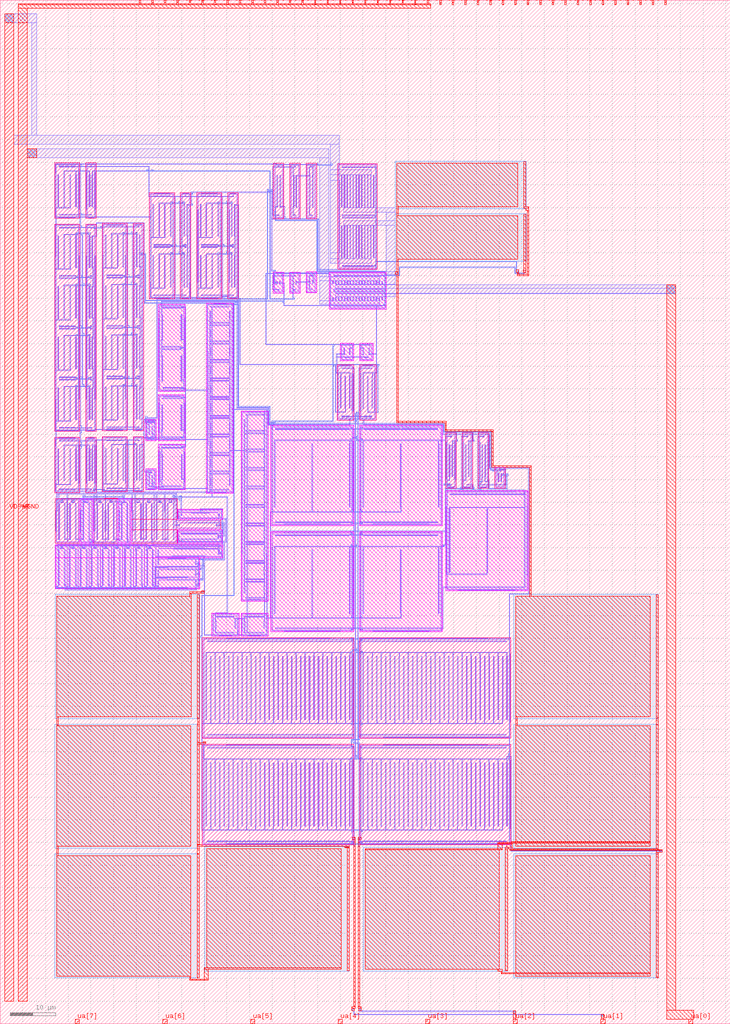
<source format=lef>
VERSION 5.7 ;
  NOWIREEXTENSIONATPIN ON ;
  DIVIDERCHAR "/" ;
  BUSBITCHARS "[]" ;
MACRO tt_um_rburt16_opamp_3stage
  CLASS BLOCK ;
  FOREIGN tt_um_rburt16_opamp_3stage ;
  ORIGIN 0.000 0.000 ;
  SIZE 161.000 BY 225.760 ;
  PIN clk
    DIRECTION INPUT ;
    USE SIGNAL ;
    PORT
      LAYER met4 ;
        RECT 143.830 224.760 144.130 225.760 ;
    END
  END clk
  PIN ena
    DIRECTION INPUT ;
    USE SIGNAL ;
    PORT
      LAYER met4 ;
        RECT 146.590 224.760 146.890 225.760 ;
    END
  END ena
  PIN rst_n
    DIRECTION INPUT ;
    USE SIGNAL ;
    PORT
      LAYER met4 ;
        RECT 141.070 224.760 141.370 225.760 ;
    END
  END rst_n
  PIN ua[0]
    DIRECTION INOUT ;
    USE SIGNAL ;
    ANTENNADIFFAREA 47.849998 ;
    PORT
      LAYER met4 ;
        RECT 151.810 0.000 152.710 1.000 ;
    END
  END ua[0]
  PIN ua[1]
    DIRECTION INOUT ;
    USE SIGNAL ;
    ANTENNAGATEAREA 896.000000 ;
    PORT
      LAYER met4 ;
        RECT 132.490 0.000 133.390 1.000 ;
    END
  END ua[1]
  PIN ua[2]
    DIRECTION INOUT ;
    USE SIGNAL ;
    ANTENNAGATEAREA 896.000000 ;
    PORT
      LAYER met4 ;
        RECT 113.170 0.000 114.070 1.000 ;
    END
  END ua[2]
  PIN ua[3]
    DIRECTION INOUT ;
    USE SIGNAL ;
    PORT
      LAYER met4 ;
        RECT 93.850 0.000 94.750 1.000 ;
    END
  END ua[3]
  PIN ua[4]
    DIRECTION INOUT ;
    USE SIGNAL ;
    PORT
      LAYER met4 ;
        RECT 74.530 0.000 75.430 1.000 ;
    END
  END ua[4]
  PIN ua[5]
    DIRECTION INOUT ;
    USE SIGNAL ;
    PORT
      LAYER met4 ;
        RECT 55.210 0.000 56.110 1.000 ;
    END
  END ua[5]
  PIN ua[6]
    DIRECTION INOUT ;
    USE SIGNAL ;
    PORT
      LAYER met4 ;
        RECT 35.890 0.000 36.790 1.000 ;
    END
  END ua[6]
  PIN ua[7]
    DIRECTION INOUT ;
    USE SIGNAL ;
    PORT
      LAYER met4 ;
        RECT 16.570 0.000 17.470 1.000 ;
    END
  END ua[7]
  PIN ui_in[0]
    DIRECTION INPUT ;
    USE SIGNAL ;
    PORT
      LAYER met4 ;
        RECT 138.310 224.760 138.610 225.760 ;
    END
  END ui_in[0]
  PIN ui_in[1]
    DIRECTION INPUT ;
    USE SIGNAL ;
    PORT
      LAYER met4 ;
        RECT 135.550 224.760 135.850 225.760 ;
    END
  END ui_in[1]
  PIN ui_in[2]
    DIRECTION INPUT ;
    USE SIGNAL ;
    PORT
      LAYER met4 ;
        RECT 132.790 224.760 133.090 225.760 ;
    END
  END ui_in[2]
  PIN ui_in[3]
    DIRECTION INPUT ;
    USE SIGNAL ;
    PORT
      LAYER met4 ;
        RECT 130.030 224.760 130.330 225.760 ;
    END
  END ui_in[3]
  PIN ui_in[4]
    DIRECTION INPUT ;
    USE SIGNAL ;
    PORT
      LAYER met4 ;
        RECT 127.270 224.760 127.570 225.760 ;
    END
  END ui_in[4]
  PIN ui_in[5]
    DIRECTION INPUT ;
    USE SIGNAL ;
    PORT
      LAYER met4 ;
        RECT 124.510 224.760 124.810 225.760 ;
    END
  END ui_in[5]
  PIN ui_in[6]
    DIRECTION INPUT ;
    USE SIGNAL ;
    PORT
      LAYER met4 ;
        RECT 121.750 224.760 122.050 225.760 ;
    END
  END ui_in[6]
  PIN ui_in[7]
    DIRECTION INPUT ;
    USE SIGNAL ;
    PORT
      LAYER met4 ;
        RECT 118.990 224.760 119.290 225.760 ;
    END
  END ui_in[7]
  PIN uio_in[0]
    DIRECTION INPUT ;
    USE SIGNAL ;
    PORT
      LAYER met4 ;
        RECT 116.230 224.760 116.530 225.760 ;
    END
  END uio_in[0]
  PIN uio_in[1]
    DIRECTION INPUT ;
    USE SIGNAL ;
    PORT
      LAYER met4 ;
        RECT 113.470 224.760 113.770 225.760 ;
    END
  END uio_in[1]
  PIN uio_in[2]
    DIRECTION INPUT ;
    USE SIGNAL ;
    PORT
      LAYER met4 ;
        RECT 110.710 224.760 111.010 225.760 ;
    END
  END uio_in[2]
  PIN uio_in[3]
    DIRECTION INPUT ;
    USE SIGNAL ;
    PORT
      LAYER met4 ;
        RECT 107.950 224.760 108.250 225.760 ;
    END
  END uio_in[3]
  PIN uio_in[4]
    DIRECTION INPUT ;
    USE SIGNAL ;
    PORT
      LAYER met4 ;
        RECT 105.190 224.760 105.490 225.760 ;
    END
  END uio_in[4]
  PIN uio_in[5]
    DIRECTION INPUT ;
    USE SIGNAL ;
    PORT
      LAYER met4 ;
        RECT 102.430 224.760 102.730 225.760 ;
    END
  END uio_in[5]
  PIN uio_in[6]
    DIRECTION INPUT ;
    USE SIGNAL ;
    PORT
      LAYER met4 ;
        RECT 99.670 224.760 99.970 225.760 ;
    END
  END uio_in[6]
  PIN uio_in[7]
    DIRECTION INPUT ;
    USE SIGNAL ;
    PORT
      LAYER met4 ;
        RECT 96.910 224.760 97.210 225.760 ;
    END
  END uio_in[7]
  PIN uio_oe[0]
    DIRECTION OUTPUT ;
    USE SIGNAL ;
    ANTENNAGATEAREA 4.375000 ;
    ANTENNADIFFAREA 261.713989 ;
    PORT
      LAYER met4 ;
        RECT 49.990 224.760 50.290 225.760 ;
    END
  END uio_oe[0]
  PIN uio_oe[1]
    DIRECTION OUTPUT ;
    USE SIGNAL ;
    ANTENNAGATEAREA 4.375000 ;
    ANTENNADIFFAREA 261.713989 ;
    PORT
      LAYER met4 ;
        RECT 47.230 224.760 47.530 225.760 ;
    END
  END uio_oe[1]
  PIN uio_oe[2]
    DIRECTION OUTPUT ;
    USE SIGNAL ;
    ANTENNAGATEAREA 4.375000 ;
    ANTENNADIFFAREA 261.713989 ;
    PORT
      LAYER met4 ;
        RECT 44.470 224.760 44.770 225.760 ;
    END
  END uio_oe[2]
  PIN uio_oe[3]
    DIRECTION OUTPUT ;
    USE SIGNAL ;
    ANTENNAGATEAREA 4.375000 ;
    ANTENNADIFFAREA 261.713989 ;
    PORT
      LAYER met4 ;
        RECT 41.710 224.760 42.010 225.760 ;
    END
  END uio_oe[3]
  PIN uio_oe[4]
    DIRECTION OUTPUT ;
    USE SIGNAL ;
    ANTENNAGATEAREA 4.375000 ;
    ANTENNADIFFAREA 261.713989 ;
    PORT
      LAYER met4 ;
        RECT 38.950 224.760 39.250 225.760 ;
    END
  END uio_oe[4]
  PIN uio_oe[5]
    DIRECTION OUTPUT ;
    USE SIGNAL ;
    ANTENNAGATEAREA 4.375000 ;
    ANTENNADIFFAREA 261.713989 ;
    PORT
      LAYER met4 ;
        RECT 36.190 224.760 36.490 225.760 ;
    END
  END uio_oe[5]
  PIN uio_oe[6]
    DIRECTION OUTPUT ;
    USE SIGNAL ;
    ANTENNAGATEAREA 4.375000 ;
    ANTENNADIFFAREA 261.713989 ;
    PORT
      LAYER met4 ;
        RECT 33.430 224.760 33.730 225.760 ;
    END
  END uio_oe[6]
  PIN uio_oe[7]
    DIRECTION OUTPUT ;
    USE SIGNAL ;
    ANTENNAGATEAREA 4.375000 ;
    ANTENNADIFFAREA 261.713989 ;
    PORT
      LAYER met4 ;
        RECT 30.670 224.760 30.970 225.760 ;
    END
  END uio_oe[7]
  PIN uio_out[0]
    DIRECTION OUTPUT ;
    USE SIGNAL ;
    ANTENNAGATEAREA 4.375000 ;
    ANTENNADIFFAREA 261.713989 ;
    PORT
      LAYER met4 ;
        RECT 72.070 224.760 72.370 225.760 ;
    END
  END uio_out[0]
  PIN uio_out[1]
    DIRECTION OUTPUT ;
    USE SIGNAL ;
    ANTENNAGATEAREA 4.375000 ;
    ANTENNADIFFAREA 261.713989 ;
    PORT
      LAYER met4 ;
        RECT 69.310 224.760 69.610 225.760 ;
    END
  END uio_out[1]
  PIN uio_out[2]
    DIRECTION OUTPUT ;
    USE SIGNAL ;
    ANTENNAGATEAREA 4.375000 ;
    ANTENNADIFFAREA 261.713989 ;
    PORT
      LAYER met4 ;
        RECT 66.550 224.760 66.850 225.760 ;
    END
  END uio_out[2]
  PIN uio_out[3]
    DIRECTION OUTPUT ;
    USE SIGNAL ;
    ANTENNAGATEAREA 4.375000 ;
    ANTENNADIFFAREA 261.713989 ;
    PORT
      LAYER met4 ;
        RECT 63.790 224.760 64.090 225.760 ;
    END
  END uio_out[3]
  PIN uio_out[4]
    DIRECTION OUTPUT ;
    USE SIGNAL ;
    ANTENNAGATEAREA 4.375000 ;
    ANTENNADIFFAREA 261.713989 ;
    PORT
      LAYER met4 ;
        RECT 61.030 224.760 61.330 225.760 ;
    END
  END uio_out[4]
  PIN uio_out[5]
    DIRECTION OUTPUT ;
    USE SIGNAL ;
    ANTENNAGATEAREA 4.375000 ;
    ANTENNADIFFAREA 261.713989 ;
    PORT
      LAYER met4 ;
        RECT 58.270 224.760 58.570 225.760 ;
    END
  END uio_out[5]
  PIN uio_out[6]
    DIRECTION OUTPUT ;
    USE SIGNAL ;
    ANTENNAGATEAREA 4.375000 ;
    ANTENNADIFFAREA 261.713989 ;
    PORT
      LAYER met4 ;
        RECT 55.510 224.760 55.810 225.760 ;
    END
  END uio_out[6]
  PIN uio_out[7]
    DIRECTION OUTPUT ;
    USE SIGNAL ;
    ANTENNAGATEAREA 4.375000 ;
    ANTENNADIFFAREA 261.713989 ;
    PORT
      LAYER met4 ;
        RECT 52.750 224.760 53.050 225.760 ;
    END
  END uio_out[7]
  PIN uo_out[0]
    DIRECTION OUTPUT ;
    USE SIGNAL ;
    ANTENNAGATEAREA 4.375000 ;
    ANTENNADIFFAREA 261.713989 ;
    PORT
      LAYER met4 ;
        RECT 94.150 224.760 94.450 225.760 ;
    END
  END uo_out[0]
  PIN uo_out[1]
    DIRECTION OUTPUT ;
    USE SIGNAL ;
    ANTENNAGATEAREA 4.375000 ;
    ANTENNADIFFAREA 261.713989 ;
    PORT
      LAYER met4 ;
        RECT 91.390 224.760 91.690 225.760 ;
    END
  END uo_out[1]
  PIN uo_out[2]
    DIRECTION OUTPUT ;
    USE SIGNAL ;
    ANTENNAGATEAREA 4.375000 ;
    ANTENNADIFFAREA 261.713989 ;
    PORT
      LAYER met4 ;
        RECT 88.630 224.760 88.930 225.760 ;
    END
  END uo_out[2]
  PIN uo_out[3]
    DIRECTION OUTPUT ;
    USE SIGNAL ;
    ANTENNAGATEAREA 4.375000 ;
    ANTENNADIFFAREA 261.713989 ;
    PORT
      LAYER met4 ;
        RECT 85.870 224.760 86.170 225.760 ;
    END
  END uo_out[3]
  PIN uo_out[4]
    DIRECTION OUTPUT ;
    USE SIGNAL ;
    ANTENNAGATEAREA 4.375000 ;
    ANTENNADIFFAREA 261.713989 ;
    PORT
      LAYER met4 ;
        RECT 83.110 224.760 83.410 225.760 ;
    END
  END uo_out[4]
  PIN uo_out[5]
    DIRECTION OUTPUT ;
    USE SIGNAL ;
    ANTENNAGATEAREA 4.375000 ;
    ANTENNADIFFAREA 261.713989 ;
    PORT
      LAYER met4 ;
        RECT 80.350 224.760 80.650 225.760 ;
    END
  END uo_out[5]
  PIN uo_out[6]
    DIRECTION OUTPUT ;
    USE SIGNAL ;
    ANTENNAGATEAREA 4.375000 ;
    ANTENNADIFFAREA 261.713989 ;
    PORT
      LAYER met4 ;
        RECT 77.590 224.760 77.890 225.760 ;
    END
  END uo_out[6]
  PIN uo_out[7]
    DIRECTION OUTPUT ;
    USE SIGNAL ;
    ANTENNAGATEAREA 4.375000 ;
    ANTENNADIFFAREA 261.713989 ;
    PORT
      LAYER met4 ;
        RECT 74.830 224.760 75.130 225.760 ;
    END
  END uo_out[7]
  PIN VDPWR
    DIRECTION INOUT ;
    USE POWER ;
    PORT
      LAYER met4 ;
        RECT 1.000 5.000 3.000 220.750 ;
    END
  END VDPWR
  PIN VGND
    DIRECTION INOUT ;
    USE GROUND ;
    PORT
      LAYER met4 ;
        RECT 4.000 5.000 6.000 220.750 ;
    END
  END VGND
  OBS
      LAYER nwell ;
        RECT 12.000 177.650 17.540 189.840 ;
        RECT 18.850 177.650 21.160 189.840 ;
        RECT 12.000 130.650 17.540 176.380 ;
        RECT 18.850 130.650 21.160 176.380 ;
        RECT 22.450 130.800 27.990 176.530 ;
        RECT 29.300 130.800 31.610 176.530 ;
        RECT 32.900 159.900 38.440 183.270 ;
        RECT 39.750 159.900 42.060 183.270 ;
        RECT 43.350 159.900 48.890 183.270 ;
        RECT 50.200 159.900 52.510 183.270 ;
        RECT 60.250 177.550 62.560 189.740 ;
        RECT 63.850 177.550 66.160 189.740 ;
        RECT 67.450 177.550 69.760 189.740 ;
        RECT 74.450 166.350 83.160 189.720 ;
      LAYER pwell ;
        RECT 60.200 161.150 62.510 165.750 ;
        RECT 63.800 161.150 66.110 165.750 ;
        RECT 67.450 161.200 69.760 165.800 ;
        RECT 34.850 139.450 40.810 158.640 ;
      LAYER nwell ;
        RECT 12.000 117.150 17.540 129.340 ;
        RECT 18.850 117.150 21.160 129.340 ;
        RECT 22.450 117.300 27.990 129.490 ;
        RECT 29.300 117.300 31.610 129.490 ;
      LAYER pwell ;
        RECT 32.050 128.600 34.360 133.200 ;
        RECT 34.850 128.600 40.810 138.700 ;
        RECT 32.050 117.750 34.360 122.350 ;
        RECT 34.855 117.755 40.815 127.855 ;
        RECT 45.450 117.000 51.410 158.910 ;
        RECT 72.550 157.600 85.100 165.790 ;
        RECT 75.000 146.250 77.960 150.040 ;
        RECT 79.250 146.250 82.210 150.040 ;
      LAYER nwell ;
        RECT 22.950 115.840 25.910 115.845 ;
        RECT 12.120 106.000 17.510 115.840 ;
      LAYER pwell ;
        RECT 17.520 106.000 20.480 115.790 ;
      LAYER nwell ;
        RECT 20.520 106.005 25.910 115.840 ;
      LAYER pwell ;
        RECT 25.930 106.015 28.890 115.805 ;
      LAYER nwell ;
        RECT 28.920 111.260 39.075 115.840 ;
      LAYER pwell ;
        RECT 39.120 111.300 49.080 113.510 ;
      LAYER nwell ;
        RECT 28.920 109.000 48.580 111.260 ;
        RECT 20.520 106.000 23.480 106.005 ;
        RECT 28.920 106.000 39.075 109.000 ;
      LAYER pwell ;
        RECT 39.120 106.000 48.910 108.960 ;
        RECT 12.100 105.590 34.500 105.690 ;
        RECT 12.100 102.800 49.080 105.590 ;
        RECT 12.100 95.900 43.980 102.800 ;
        RECT 53.100 93.200 59.060 135.110 ;
      LAYER nwell ;
        RECT 74.300 133.150 77.950 145.340 ;
        RECT 79.250 133.150 82.900 145.340 ;
      LAYER pwell ;
        RECT 59.700 109.850 77.950 131.950 ;
        RECT 79.250 109.850 97.500 131.950 ;
      LAYER nwell ;
        RECT 98.250 118.100 100.560 130.290 ;
        RECT 101.850 118.100 104.160 130.290 ;
        RECT 105.450 118.100 107.760 130.290 ;
        RECT 109.050 118.100 111.360 122.790 ;
      LAYER pwell ;
        RECT 46.700 85.450 52.660 90.550 ;
        RECT 53.100 85.450 59.060 90.550 ;
        RECT 59.700 86.450 77.950 108.550 ;
        RECT 79.250 86.450 97.500 108.550 ;
        RECT 98.250 95.500 116.500 117.600 ;
      LAYER nwell ;
        RECT 44.600 62.950 77.950 85.140 ;
        RECT 79.250 62.950 112.600 85.140 ;
        RECT 44.600 39.450 77.950 61.640 ;
        RECT 79.250 39.450 112.600 61.640 ;
      LAYER li1 ;
        RECT 12.180 189.490 17.360 189.660 ;
        RECT 12.180 178.000 12.350 189.490 ;
        RECT 13.060 188.980 13.900 189.150 ;
        RECT 14.350 188.980 15.190 189.150 ;
        RECT 15.640 188.980 16.480 189.150 ;
        RECT 12.750 180.205 12.920 187.285 ;
        RECT 14.040 180.205 14.210 187.285 ;
        RECT 15.330 180.205 15.500 187.285 ;
        RECT 16.620 180.205 16.790 187.285 ;
        RECT 13.060 178.340 13.900 178.510 ;
        RECT 14.350 178.340 15.190 178.510 ;
        RECT 15.640 178.340 16.480 178.510 ;
        RECT 17.190 178.000 17.360 189.490 ;
        RECT 12.180 177.830 17.360 178.000 ;
        RECT 19.030 189.490 20.980 189.660 ;
        RECT 19.030 178.000 19.200 189.490 ;
        RECT 19.840 188.980 20.170 189.150 ;
        RECT 19.600 180.205 19.770 187.285 ;
        RECT 20.240 180.205 20.410 187.285 ;
        RECT 19.840 178.340 20.170 178.510 ;
        RECT 20.810 178.000 20.980 189.490 ;
        RECT 60.430 189.390 62.380 189.560 ;
        RECT 19.030 177.830 20.980 178.000 ;
        RECT 33.080 182.920 38.260 183.090 ;
        RECT 12.180 176.030 17.360 176.200 ;
        RECT 12.180 131.000 12.350 176.030 ;
        RECT 13.060 175.520 13.900 175.690 ;
        RECT 14.350 175.520 15.190 175.690 ;
        RECT 15.640 175.520 16.480 175.690 ;
        RECT 12.750 166.745 12.920 173.825 ;
        RECT 14.040 166.745 14.210 173.825 ;
        RECT 15.330 166.745 15.500 173.825 ;
        RECT 16.620 166.745 16.790 173.825 ;
        RECT 13.060 164.880 13.900 165.050 ;
        RECT 14.350 164.880 15.190 165.050 ;
        RECT 15.640 164.880 16.480 165.050 ;
        RECT 13.060 164.340 13.900 164.510 ;
        RECT 14.350 164.340 15.190 164.510 ;
        RECT 15.640 164.340 16.480 164.510 ;
        RECT 12.750 155.565 12.920 162.645 ;
        RECT 14.040 155.565 14.210 162.645 ;
        RECT 15.330 155.565 15.500 162.645 ;
        RECT 16.620 155.565 16.790 162.645 ;
        RECT 13.060 153.700 13.900 153.870 ;
        RECT 14.350 153.700 15.190 153.870 ;
        RECT 15.640 153.700 16.480 153.870 ;
        RECT 13.060 153.160 13.900 153.330 ;
        RECT 14.350 153.160 15.190 153.330 ;
        RECT 15.640 153.160 16.480 153.330 ;
        RECT 12.750 144.385 12.920 151.465 ;
        RECT 14.040 144.385 14.210 151.465 ;
        RECT 15.330 144.385 15.500 151.465 ;
        RECT 16.620 144.385 16.790 151.465 ;
        RECT 13.060 142.520 13.900 142.690 ;
        RECT 14.350 142.520 15.190 142.690 ;
        RECT 15.640 142.520 16.480 142.690 ;
        RECT 13.060 141.980 13.900 142.150 ;
        RECT 14.350 141.980 15.190 142.150 ;
        RECT 15.640 141.980 16.480 142.150 ;
        RECT 12.750 133.205 12.920 140.285 ;
        RECT 14.040 133.205 14.210 140.285 ;
        RECT 15.330 133.205 15.500 140.285 ;
        RECT 16.620 133.205 16.790 140.285 ;
        RECT 13.060 131.340 13.900 131.510 ;
        RECT 14.350 131.340 15.190 131.510 ;
        RECT 15.640 131.340 16.480 131.510 ;
        RECT 17.190 131.000 17.360 176.030 ;
        RECT 12.180 130.830 17.360 131.000 ;
        RECT 19.030 176.030 20.980 176.200 ;
        RECT 19.030 131.000 19.200 176.030 ;
        RECT 19.840 175.520 20.170 175.690 ;
        RECT 19.600 166.745 19.770 173.825 ;
        RECT 20.240 166.745 20.410 173.825 ;
        RECT 19.840 164.880 20.170 165.050 ;
        RECT 19.840 164.340 20.170 164.510 ;
        RECT 19.600 155.565 19.770 162.645 ;
        RECT 20.240 155.565 20.410 162.645 ;
        RECT 19.840 153.700 20.170 153.870 ;
        RECT 19.840 153.160 20.170 153.330 ;
        RECT 19.600 144.385 19.770 151.465 ;
        RECT 20.240 144.385 20.410 151.465 ;
        RECT 19.840 142.520 20.170 142.690 ;
        RECT 19.840 141.980 20.170 142.150 ;
        RECT 19.600 133.205 19.770 140.285 ;
        RECT 20.240 133.205 20.410 140.285 ;
        RECT 19.840 131.340 20.170 131.510 ;
        RECT 20.810 131.000 20.980 176.030 ;
        RECT 19.030 130.830 20.980 131.000 ;
        RECT 22.630 176.180 27.810 176.350 ;
        RECT 22.630 131.150 22.800 176.180 ;
        RECT 23.510 175.670 24.350 175.840 ;
        RECT 24.800 175.670 25.640 175.840 ;
        RECT 26.090 175.670 26.930 175.840 ;
        RECT 23.200 166.895 23.370 173.975 ;
        RECT 24.490 166.895 24.660 173.975 ;
        RECT 25.780 166.895 25.950 173.975 ;
        RECT 27.070 166.895 27.240 173.975 ;
        RECT 23.510 165.030 24.350 165.200 ;
        RECT 24.800 165.030 25.640 165.200 ;
        RECT 26.090 165.030 26.930 165.200 ;
        RECT 23.510 164.490 24.350 164.660 ;
        RECT 24.800 164.490 25.640 164.660 ;
        RECT 26.090 164.490 26.930 164.660 ;
        RECT 23.200 155.715 23.370 162.795 ;
        RECT 24.490 155.715 24.660 162.795 ;
        RECT 25.780 155.715 25.950 162.795 ;
        RECT 27.070 155.715 27.240 162.795 ;
        RECT 23.510 153.850 24.350 154.020 ;
        RECT 24.800 153.850 25.640 154.020 ;
        RECT 26.090 153.850 26.930 154.020 ;
        RECT 23.510 153.310 24.350 153.480 ;
        RECT 24.800 153.310 25.640 153.480 ;
        RECT 26.090 153.310 26.930 153.480 ;
        RECT 23.200 144.535 23.370 151.615 ;
        RECT 24.490 144.535 24.660 151.615 ;
        RECT 25.780 144.535 25.950 151.615 ;
        RECT 27.070 144.535 27.240 151.615 ;
        RECT 23.510 142.670 24.350 142.840 ;
        RECT 24.800 142.670 25.640 142.840 ;
        RECT 26.090 142.670 26.930 142.840 ;
        RECT 23.510 142.130 24.350 142.300 ;
        RECT 24.800 142.130 25.640 142.300 ;
        RECT 26.090 142.130 26.930 142.300 ;
        RECT 23.200 133.355 23.370 140.435 ;
        RECT 24.490 133.355 24.660 140.435 ;
        RECT 25.780 133.355 25.950 140.435 ;
        RECT 27.070 133.355 27.240 140.435 ;
        RECT 23.510 131.490 24.350 131.660 ;
        RECT 24.800 131.490 25.640 131.660 ;
        RECT 26.090 131.490 26.930 131.660 ;
        RECT 27.640 131.150 27.810 176.180 ;
        RECT 22.630 130.980 27.810 131.150 ;
        RECT 29.480 176.180 31.430 176.350 ;
        RECT 29.480 131.150 29.650 176.180 ;
        RECT 30.290 175.670 30.620 175.840 ;
        RECT 30.050 166.895 30.220 173.975 ;
        RECT 30.690 166.895 30.860 173.975 ;
        RECT 30.290 165.030 30.620 165.200 ;
        RECT 30.290 164.490 30.620 164.660 ;
        RECT 30.050 155.715 30.220 162.795 ;
        RECT 30.690 155.715 30.860 162.795 ;
        RECT 30.290 153.850 30.620 154.020 ;
        RECT 30.290 153.310 30.620 153.480 ;
        RECT 30.050 144.535 30.220 151.615 ;
        RECT 30.690 144.535 30.860 151.615 ;
        RECT 30.290 142.670 30.620 142.840 ;
        RECT 30.290 142.130 30.620 142.300 ;
        RECT 30.050 133.355 30.220 140.435 ;
        RECT 30.690 133.355 30.860 140.435 ;
        RECT 30.290 131.490 30.620 131.660 ;
        RECT 31.260 131.150 31.430 176.180 ;
        RECT 33.080 160.250 33.250 182.920 ;
        RECT 33.960 182.410 34.800 182.580 ;
        RECT 35.250 182.410 36.090 182.580 ;
        RECT 36.540 182.410 37.380 182.580 ;
        RECT 33.650 173.635 33.820 180.715 ;
        RECT 34.940 173.635 35.110 180.715 ;
        RECT 36.230 173.635 36.400 180.715 ;
        RECT 37.520 173.635 37.690 180.715 ;
        RECT 33.960 171.770 34.800 171.940 ;
        RECT 35.250 171.770 36.090 171.940 ;
        RECT 36.540 171.770 37.380 171.940 ;
        RECT 33.960 171.230 34.800 171.400 ;
        RECT 35.250 171.230 36.090 171.400 ;
        RECT 36.540 171.230 37.380 171.400 ;
        RECT 33.650 162.455 33.820 169.535 ;
        RECT 34.940 162.455 35.110 169.535 ;
        RECT 36.230 162.455 36.400 169.535 ;
        RECT 37.520 162.455 37.690 169.535 ;
        RECT 33.960 160.590 34.800 160.760 ;
        RECT 35.250 160.590 36.090 160.760 ;
        RECT 36.540 160.590 37.380 160.760 ;
        RECT 38.090 160.250 38.260 182.920 ;
        RECT 33.080 160.080 38.260 160.250 ;
        RECT 39.930 182.920 41.880 183.090 ;
        RECT 39.930 160.250 40.100 182.920 ;
        RECT 40.740 182.410 41.070 182.580 ;
        RECT 40.500 173.635 40.670 180.715 ;
        RECT 41.140 173.635 41.310 180.715 ;
        RECT 40.740 171.770 41.070 171.940 ;
        RECT 40.740 171.230 41.070 171.400 ;
        RECT 40.500 162.455 40.670 169.535 ;
        RECT 41.140 162.455 41.310 169.535 ;
        RECT 40.740 160.590 41.070 160.760 ;
        RECT 41.710 160.250 41.880 182.920 ;
        RECT 39.930 160.080 41.880 160.250 ;
        RECT 43.530 182.920 48.710 183.090 ;
        RECT 43.530 160.250 43.700 182.920 ;
        RECT 44.410 182.410 45.250 182.580 ;
        RECT 45.700 182.410 46.540 182.580 ;
        RECT 46.990 182.410 47.830 182.580 ;
        RECT 44.100 173.635 44.270 180.715 ;
        RECT 45.390 173.635 45.560 180.715 ;
        RECT 46.680 173.635 46.850 180.715 ;
        RECT 47.970 173.635 48.140 180.715 ;
        RECT 44.410 171.770 45.250 171.940 ;
        RECT 45.700 171.770 46.540 171.940 ;
        RECT 46.990 171.770 47.830 171.940 ;
        RECT 44.410 171.230 45.250 171.400 ;
        RECT 45.700 171.230 46.540 171.400 ;
        RECT 46.990 171.230 47.830 171.400 ;
        RECT 44.100 162.455 44.270 169.535 ;
        RECT 45.390 162.455 45.560 169.535 ;
        RECT 46.680 162.455 46.850 169.535 ;
        RECT 47.970 162.455 48.140 169.535 ;
        RECT 44.410 160.590 45.250 160.760 ;
        RECT 45.700 160.590 46.540 160.760 ;
        RECT 46.990 160.590 47.830 160.760 ;
        RECT 48.540 160.250 48.710 182.920 ;
        RECT 43.530 160.080 48.710 160.250 ;
        RECT 50.380 182.920 52.330 183.090 ;
        RECT 50.380 160.250 50.550 182.920 ;
        RECT 51.190 182.410 51.520 182.580 ;
        RECT 50.950 173.635 51.120 180.715 ;
        RECT 51.590 173.635 51.760 180.715 ;
        RECT 51.190 171.770 51.520 171.940 ;
        RECT 51.190 171.230 51.520 171.400 ;
        RECT 50.950 162.455 51.120 169.535 ;
        RECT 51.590 162.455 51.760 169.535 ;
        RECT 51.190 160.590 51.520 160.760 ;
        RECT 52.160 160.250 52.330 182.920 ;
        RECT 60.430 177.900 60.600 189.390 ;
        RECT 61.240 188.880 61.570 189.050 ;
        RECT 61.000 180.105 61.170 187.185 ;
        RECT 61.640 180.105 61.810 187.185 ;
        RECT 61.240 178.240 61.570 178.410 ;
        RECT 62.210 177.900 62.380 189.390 ;
        RECT 60.430 177.730 62.380 177.900 ;
        RECT 64.030 189.390 65.980 189.560 ;
        RECT 64.030 177.900 64.200 189.390 ;
        RECT 64.840 188.880 65.170 189.050 ;
        RECT 64.600 180.105 64.770 187.185 ;
        RECT 65.240 180.105 65.410 187.185 ;
        RECT 64.840 178.240 65.170 178.410 ;
        RECT 65.810 177.900 65.980 189.390 ;
        RECT 64.030 177.730 65.980 177.900 ;
        RECT 67.630 189.390 69.580 189.560 ;
        RECT 67.630 177.900 67.800 189.390 ;
        RECT 68.440 188.880 68.770 189.050 ;
        RECT 68.200 180.105 68.370 187.185 ;
        RECT 68.840 180.105 69.010 187.185 ;
        RECT 68.440 178.240 68.770 178.410 ;
        RECT 69.410 177.900 69.580 189.390 ;
        RECT 67.630 177.730 69.580 177.900 ;
        RECT 74.630 189.370 82.980 189.540 ;
        RECT 74.630 166.700 74.800 189.370 ;
        RECT 75.440 188.860 75.770 189.030 ;
        RECT 76.080 188.860 76.410 189.030 ;
        RECT 76.720 188.860 77.050 189.030 ;
        RECT 77.360 188.860 77.690 189.030 ;
        RECT 78.000 188.860 78.330 189.030 ;
        RECT 78.640 188.860 78.970 189.030 ;
        RECT 79.280 188.860 79.610 189.030 ;
        RECT 79.920 188.860 80.250 189.030 ;
        RECT 80.560 188.860 80.890 189.030 ;
        RECT 81.200 188.860 81.530 189.030 ;
        RECT 81.840 188.860 82.170 189.030 ;
        RECT 75.200 180.085 75.370 187.165 ;
        RECT 75.840 180.085 76.010 187.165 ;
        RECT 76.480 180.085 76.650 187.165 ;
        RECT 77.120 180.085 77.290 187.165 ;
        RECT 77.760 180.085 77.930 187.165 ;
        RECT 78.400 180.085 78.570 187.165 ;
        RECT 79.040 180.085 79.210 187.165 ;
        RECT 79.680 180.085 79.850 187.165 ;
        RECT 80.320 180.085 80.490 187.165 ;
        RECT 80.960 180.085 81.130 187.165 ;
        RECT 81.600 180.085 81.770 187.165 ;
        RECT 82.240 180.085 82.410 187.165 ;
        RECT 75.440 178.220 75.770 178.390 ;
        RECT 76.080 178.220 76.410 178.390 ;
        RECT 76.720 178.220 77.050 178.390 ;
        RECT 77.360 178.220 77.690 178.390 ;
        RECT 78.000 178.220 78.330 178.390 ;
        RECT 78.640 178.220 78.970 178.390 ;
        RECT 79.280 178.220 79.610 178.390 ;
        RECT 79.920 178.220 80.250 178.390 ;
        RECT 80.560 178.220 80.890 178.390 ;
        RECT 81.200 178.220 81.530 178.390 ;
        RECT 81.840 178.220 82.170 178.390 ;
        RECT 75.440 177.680 75.770 177.850 ;
        RECT 76.080 177.680 76.410 177.850 ;
        RECT 76.720 177.680 77.050 177.850 ;
        RECT 77.360 177.680 77.690 177.850 ;
        RECT 78.000 177.680 78.330 177.850 ;
        RECT 78.640 177.680 78.970 177.850 ;
        RECT 79.280 177.680 79.610 177.850 ;
        RECT 79.920 177.680 80.250 177.850 ;
        RECT 80.560 177.680 80.890 177.850 ;
        RECT 81.200 177.680 81.530 177.850 ;
        RECT 81.840 177.680 82.170 177.850 ;
        RECT 75.200 168.905 75.370 175.985 ;
        RECT 75.840 168.905 76.010 175.985 ;
        RECT 76.480 168.905 76.650 175.985 ;
        RECT 77.120 168.905 77.290 175.985 ;
        RECT 77.760 168.905 77.930 175.985 ;
        RECT 78.400 168.905 78.570 175.985 ;
        RECT 79.040 168.905 79.210 175.985 ;
        RECT 79.680 168.905 79.850 175.985 ;
        RECT 80.320 168.905 80.490 175.985 ;
        RECT 80.960 168.905 81.130 175.985 ;
        RECT 81.600 168.905 81.770 175.985 ;
        RECT 82.240 168.905 82.410 175.985 ;
        RECT 75.440 167.040 75.770 167.210 ;
        RECT 76.080 167.040 76.410 167.210 ;
        RECT 76.720 167.040 77.050 167.210 ;
        RECT 77.360 167.040 77.690 167.210 ;
        RECT 78.000 167.040 78.330 167.210 ;
        RECT 78.640 167.040 78.970 167.210 ;
        RECT 79.280 167.040 79.610 167.210 ;
        RECT 79.920 167.040 80.250 167.210 ;
        RECT 80.560 167.040 80.890 167.210 ;
        RECT 81.200 167.040 81.530 167.210 ;
        RECT 81.840 167.040 82.170 167.210 ;
        RECT 82.810 166.700 82.980 189.370 ;
        RECT 74.630 166.530 82.980 166.700 ;
        RECT 60.380 165.400 62.330 165.570 ;
        RECT 60.380 161.500 60.550 165.400 ;
        RECT 61.190 164.890 61.520 165.060 ;
        RECT 60.950 163.130 61.120 163.770 ;
        RECT 61.590 163.130 61.760 163.770 ;
        RECT 61.190 161.840 61.520 162.010 ;
        RECT 62.160 161.500 62.330 165.400 ;
        RECT 60.380 161.330 62.330 161.500 ;
        RECT 63.980 165.400 65.930 165.570 ;
        RECT 63.980 161.500 64.150 165.400 ;
        RECT 64.790 164.890 65.120 165.060 ;
        RECT 64.550 163.130 64.720 163.770 ;
        RECT 65.190 163.130 65.360 163.770 ;
        RECT 64.790 161.840 65.120 162.010 ;
        RECT 65.760 161.500 65.930 165.400 ;
        RECT 63.980 161.330 65.930 161.500 ;
        RECT 67.630 165.450 69.580 165.620 ;
        RECT 67.630 161.550 67.800 165.450 ;
        RECT 68.440 164.940 68.770 165.110 ;
        RECT 68.200 163.180 68.370 163.820 ;
        RECT 68.840 163.180 69.010 163.820 ;
        RECT 68.440 161.890 68.770 162.060 ;
        RECT 69.410 161.550 69.580 165.450 ;
        RECT 67.630 161.380 69.580 161.550 ;
        RECT 72.730 165.440 84.920 165.610 ;
        RECT 50.380 160.080 52.330 160.250 ;
        RECT 45.630 158.560 51.230 158.730 ;
        RECT 35.030 158.290 40.630 158.460 ;
        RECT 35.030 139.800 35.200 158.290 ;
        RECT 35.910 157.780 39.750 157.950 ;
        RECT 35.600 150.750 35.770 156.430 ;
        RECT 39.890 150.750 40.060 156.430 ;
        RECT 35.910 149.230 39.750 149.400 ;
        RECT 35.910 148.690 39.750 148.860 ;
        RECT 35.600 141.660 35.770 147.340 ;
        RECT 39.890 141.660 40.060 147.340 ;
        RECT 35.910 140.140 39.750 140.310 ;
        RECT 40.460 139.800 40.630 158.290 ;
        RECT 35.030 139.630 40.630 139.800 ;
        RECT 35.030 138.350 40.630 138.520 ;
        RECT 29.480 130.980 31.430 131.150 ;
        RECT 32.230 132.850 34.180 133.020 ;
        RECT 12.180 128.990 17.360 129.160 ;
        RECT 12.180 117.500 12.350 128.990 ;
        RECT 13.060 128.480 13.900 128.650 ;
        RECT 14.350 128.480 15.190 128.650 ;
        RECT 15.640 128.480 16.480 128.650 ;
        RECT 12.750 119.705 12.920 126.785 ;
        RECT 14.040 119.705 14.210 126.785 ;
        RECT 15.330 119.705 15.500 126.785 ;
        RECT 16.620 119.705 16.790 126.785 ;
        RECT 13.060 117.840 13.900 118.010 ;
        RECT 14.350 117.840 15.190 118.010 ;
        RECT 15.640 117.840 16.480 118.010 ;
        RECT 17.190 117.500 17.360 128.990 ;
        RECT 12.180 117.330 17.360 117.500 ;
        RECT 19.030 128.990 20.980 129.160 ;
        RECT 19.030 117.500 19.200 128.990 ;
        RECT 19.840 128.480 20.170 128.650 ;
        RECT 19.600 119.705 19.770 126.785 ;
        RECT 20.240 119.705 20.410 126.785 ;
        RECT 19.840 117.840 20.170 118.010 ;
        RECT 20.810 117.500 20.980 128.990 ;
        RECT 19.030 117.330 20.980 117.500 ;
        RECT 22.630 129.140 27.810 129.310 ;
        RECT 22.630 117.650 22.800 129.140 ;
        RECT 23.510 128.630 24.350 128.800 ;
        RECT 24.800 128.630 25.640 128.800 ;
        RECT 26.090 128.630 26.930 128.800 ;
        RECT 23.200 119.855 23.370 126.935 ;
        RECT 24.490 119.855 24.660 126.935 ;
        RECT 25.780 119.855 25.950 126.935 ;
        RECT 27.070 119.855 27.240 126.935 ;
        RECT 23.510 117.990 24.350 118.160 ;
        RECT 24.800 117.990 25.640 118.160 ;
        RECT 26.090 117.990 26.930 118.160 ;
        RECT 27.640 117.650 27.810 129.140 ;
        RECT 22.630 117.480 27.810 117.650 ;
        RECT 29.480 129.140 31.430 129.310 ;
        RECT 29.480 117.650 29.650 129.140 ;
        RECT 30.290 128.630 30.620 128.800 ;
        RECT 30.050 119.855 30.220 126.935 ;
        RECT 30.690 119.855 30.860 126.935 ;
        RECT 30.290 117.990 30.620 118.160 ;
        RECT 31.260 117.650 31.430 129.140 ;
        RECT 32.230 128.950 32.400 132.850 ;
        RECT 33.040 132.340 33.370 132.510 ;
        RECT 32.800 129.985 32.970 131.815 ;
        RECT 33.440 129.985 33.610 131.815 ;
        RECT 33.040 129.290 33.370 129.460 ;
        RECT 34.010 128.950 34.180 132.850 ;
        RECT 32.230 128.780 34.180 128.950 ;
        RECT 35.030 128.950 35.200 138.350 ;
        RECT 35.910 137.840 39.750 138.010 ;
        RECT 35.600 130.810 35.770 136.490 ;
        RECT 39.890 130.810 40.060 136.490 ;
        RECT 35.910 129.290 39.750 129.460 ;
        RECT 40.460 128.950 40.630 138.350 ;
        RECT 35.030 128.780 40.630 128.950 ;
        RECT 35.035 127.505 40.635 127.675 ;
        RECT 32.230 122.000 34.180 122.170 ;
        RECT 32.230 118.100 32.400 122.000 ;
        RECT 33.040 121.490 33.370 121.660 ;
        RECT 32.800 119.135 32.970 120.965 ;
        RECT 33.440 119.135 33.610 120.965 ;
        RECT 33.040 118.440 33.370 118.610 ;
        RECT 34.010 118.100 34.180 122.000 ;
        RECT 32.230 117.930 34.180 118.100 ;
        RECT 35.035 118.105 35.205 127.505 ;
        RECT 35.915 126.995 39.755 127.165 ;
        RECT 35.605 119.965 35.775 125.645 ;
        RECT 39.895 119.965 40.065 125.645 ;
        RECT 35.915 118.445 39.755 118.615 ;
        RECT 40.465 118.105 40.635 127.505 ;
        RECT 35.035 117.935 40.635 118.105 ;
        RECT 29.480 117.480 31.430 117.650 ;
        RECT 45.630 117.350 45.800 158.560 ;
        RECT 46.510 158.050 50.350 158.220 ;
        RECT 46.200 155.560 46.370 157.160 ;
        RECT 50.490 155.560 50.660 157.160 ;
        RECT 46.510 154.500 50.350 154.670 ;
        RECT 46.510 153.960 50.350 154.130 ;
        RECT 46.200 151.470 46.370 153.070 ;
        RECT 50.490 151.470 50.660 153.070 ;
        RECT 46.510 150.410 50.350 150.580 ;
        RECT 46.510 149.870 50.350 150.040 ;
        RECT 46.200 147.380 46.370 148.980 ;
        RECT 50.490 147.380 50.660 148.980 ;
        RECT 46.510 146.320 50.350 146.490 ;
        RECT 46.510 145.780 50.350 145.950 ;
        RECT 46.200 143.290 46.370 144.890 ;
        RECT 50.490 143.290 50.660 144.890 ;
        RECT 46.510 142.230 50.350 142.400 ;
        RECT 46.510 141.690 50.350 141.860 ;
        RECT 46.200 139.200 46.370 140.800 ;
        RECT 50.490 139.200 50.660 140.800 ;
        RECT 46.510 138.140 50.350 138.310 ;
        RECT 46.510 137.600 50.350 137.770 ;
        RECT 46.200 135.110 46.370 136.710 ;
        RECT 50.490 135.110 50.660 136.710 ;
        RECT 46.510 134.050 50.350 134.220 ;
        RECT 46.510 133.510 50.350 133.680 ;
        RECT 46.200 131.020 46.370 132.620 ;
        RECT 50.490 131.020 50.660 132.620 ;
        RECT 46.510 129.960 50.350 130.130 ;
        RECT 46.510 129.420 50.350 129.590 ;
        RECT 46.200 126.930 46.370 128.530 ;
        RECT 50.490 126.930 50.660 128.530 ;
        RECT 46.510 125.870 50.350 126.040 ;
        RECT 46.510 125.330 50.350 125.500 ;
        RECT 46.200 122.840 46.370 124.440 ;
        RECT 50.490 122.840 50.660 124.440 ;
        RECT 46.510 121.780 50.350 121.950 ;
        RECT 46.510 121.240 50.350 121.410 ;
        RECT 46.200 118.750 46.370 120.350 ;
        RECT 50.490 118.750 50.660 120.350 ;
        RECT 46.510 117.690 50.350 117.860 ;
        RECT 51.060 117.350 51.230 158.560 ;
        RECT 72.730 157.950 72.900 165.440 ;
        RECT 73.540 164.930 73.870 165.100 ;
        RECT 74.180 164.930 74.510 165.100 ;
        RECT 74.820 164.930 75.150 165.100 ;
        RECT 75.460 164.930 75.790 165.100 ;
        RECT 76.100 164.930 76.430 165.100 ;
        RECT 76.740 164.930 77.070 165.100 ;
        RECT 77.380 164.930 77.710 165.100 ;
        RECT 78.020 164.930 78.350 165.100 ;
        RECT 78.660 164.930 78.990 165.100 ;
        RECT 79.300 164.930 79.630 165.100 ;
        RECT 79.940 164.930 80.270 165.100 ;
        RECT 80.580 164.930 80.910 165.100 ;
        RECT 81.220 164.930 81.550 165.100 ;
        RECT 81.860 164.930 82.190 165.100 ;
        RECT 82.500 164.930 82.830 165.100 ;
        RECT 83.140 164.930 83.470 165.100 ;
        RECT 83.780 164.930 84.110 165.100 ;
        RECT 73.300 163.170 73.470 163.810 ;
        RECT 73.940 163.170 74.110 163.810 ;
        RECT 74.580 163.170 74.750 163.810 ;
        RECT 75.220 163.170 75.390 163.810 ;
        RECT 75.860 163.170 76.030 163.810 ;
        RECT 76.500 163.170 76.670 163.810 ;
        RECT 77.140 163.170 77.310 163.810 ;
        RECT 77.780 163.170 77.950 163.810 ;
        RECT 78.420 163.170 78.590 163.810 ;
        RECT 79.060 163.170 79.230 163.810 ;
        RECT 79.700 163.170 79.870 163.810 ;
        RECT 80.340 163.170 80.510 163.810 ;
        RECT 80.980 163.170 81.150 163.810 ;
        RECT 81.620 163.170 81.790 163.810 ;
        RECT 82.260 163.170 82.430 163.810 ;
        RECT 82.900 163.170 83.070 163.810 ;
        RECT 83.540 163.170 83.710 163.810 ;
        RECT 84.180 163.170 84.350 163.810 ;
        RECT 73.540 161.880 73.870 162.050 ;
        RECT 74.180 161.880 74.510 162.050 ;
        RECT 74.820 161.880 75.150 162.050 ;
        RECT 75.460 161.880 75.790 162.050 ;
        RECT 76.100 161.880 76.430 162.050 ;
        RECT 76.740 161.880 77.070 162.050 ;
        RECT 77.380 161.880 77.710 162.050 ;
        RECT 78.020 161.880 78.350 162.050 ;
        RECT 78.660 161.880 78.990 162.050 ;
        RECT 79.300 161.880 79.630 162.050 ;
        RECT 79.940 161.880 80.270 162.050 ;
        RECT 80.580 161.880 80.910 162.050 ;
        RECT 81.220 161.880 81.550 162.050 ;
        RECT 81.860 161.880 82.190 162.050 ;
        RECT 82.500 161.880 82.830 162.050 ;
        RECT 83.140 161.880 83.470 162.050 ;
        RECT 83.780 161.880 84.110 162.050 ;
        RECT 73.540 161.340 73.870 161.510 ;
        RECT 74.180 161.340 74.510 161.510 ;
        RECT 74.820 161.340 75.150 161.510 ;
        RECT 75.460 161.340 75.790 161.510 ;
        RECT 76.100 161.340 76.430 161.510 ;
        RECT 76.740 161.340 77.070 161.510 ;
        RECT 77.380 161.340 77.710 161.510 ;
        RECT 78.020 161.340 78.350 161.510 ;
        RECT 78.660 161.340 78.990 161.510 ;
        RECT 79.300 161.340 79.630 161.510 ;
        RECT 79.940 161.340 80.270 161.510 ;
        RECT 80.580 161.340 80.910 161.510 ;
        RECT 81.220 161.340 81.550 161.510 ;
        RECT 81.860 161.340 82.190 161.510 ;
        RECT 82.500 161.340 82.830 161.510 ;
        RECT 83.140 161.340 83.470 161.510 ;
        RECT 83.780 161.340 84.110 161.510 ;
        RECT 73.300 159.580 73.470 160.220 ;
        RECT 73.940 159.580 74.110 160.220 ;
        RECT 74.580 159.580 74.750 160.220 ;
        RECT 75.220 159.580 75.390 160.220 ;
        RECT 75.860 159.580 76.030 160.220 ;
        RECT 76.500 159.580 76.670 160.220 ;
        RECT 77.140 159.580 77.310 160.220 ;
        RECT 77.780 159.580 77.950 160.220 ;
        RECT 78.420 159.580 78.590 160.220 ;
        RECT 79.060 159.580 79.230 160.220 ;
        RECT 79.700 159.580 79.870 160.220 ;
        RECT 80.340 159.580 80.510 160.220 ;
        RECT 80.980 159.580 81.150 160.220 ;
        RECT 81.620 159.580 81.790 160.220 ;
        RECT 82.260 159.580 82.430 160.220 ;
        RECT 82.900 159.580 83.070 160.220 ;
        RECT 83.540 159.580 83.710 160.220 ;
        RECT 84.180 159.580 84.350 160.220 ;
        RECT 73.540 158.290 73.870 158.460 ;
        RECT 74.180 158.290 74.510 158.460 ;
        RECT 74.820 158.290 75.150 158.460 ;
        RECT 75.460 158.290 75.790 158.460 ;
        RECT 76.100 158.290 76.430 158.460 ;
        RECT 76.740 158.290 77.070 158.460 ;
        RECT 77.380 158.290 77.710 158.460 ;
        RECT 78.020 158.290 78.350 158.460 ;
        RECT 78.660 158.290 78.990 158.460 ;
        RECT 79.300 158.290 79.630 158.460 ;
        RECT 79.940 158.290 80.270 158.460 ;
        RECT 80.580 158.290 80.910 158.460 ;
        RECT 81.220 158.290 81.550 158.460 ;
        RECT 81.860 158.290 82.190 158.460 ;
        RECT 82.500 158.290 82.830 158.460 ;
        RECT 83.140 158.290 83.470 158.460 ;
        RECT 83.780 158.290 84.110 158.460 ;
        RECT 84.750 157.950 84.920 165.440 ;
        RECT 72.730 157.780 84.920 157.950 ;
        RECT 75.180 149.690 77.780 149.860 ;
        RECT 75.180 146.600 75.350 149.690 ;
        RECT 75.750 147.560 75.920 149.040 ;
        RECT 77.040 147.560 77.210 149.040 ;
        RECT 76.060 146.940 76.900 147.110 ;
        RECT 77.610 146.600 77.780 149.690 ;
        RECT 75.180 146.430 77.780 146.600 ;
        RECT 79.430 149.690 82.030 149.860 ;
        RECT 79.430 146.600 79.600 149.690 ;
        RECT 80.000 147.560 80.170 149.040 ;
        RECT 81.290 147.560 81.460 149.040 ;
        RECT 80.310 146.940 81.150 147.110 ;
        RECT 81.860 146.600 82.030 149.690 ;
        RECT 79.430 146.430 82.030 146.600 ;
        RECT 74.480 144.990 77.770 145.160 ;
        RECT 45.630 117.180 51.230 117.350 ;
        RECT 53.280 134.760 58.880 134.930 ;
        RECT 23.130 115.660 25.730 115.665 ;
        RECT 12.300 115.490 17.330 115.660 ;
        RECT 12.300 106.350 12.470 115.490 ;
        RECT 13.100 114.975 14.100 115.145 ;
        RECT 12.870 106.720 13.040 114.760 ;
        RECT 14.160 106.720 14.330 114.760 ;
        RECT 14.730 106.350 14.900 115.490 ;
        RECT 15.530 114.975 16.530 115.145 ;
        RECT 15.300 106.720 15.470 114.760 ;
        RECT 16.590 106.720 16.760 114.760 ;
        RECT 17.160 106.350 17.330 115.490 ;
        RECT 12.300 106.180 17.330 106.350 ;
        RECT 17.700 115.440 20.300 115.610 ;
        RECT 17.700 106.350 17.870 115.440 ;
        RECT 18.500 114.930 19.500 115.100 ;
        RECT 18.270 106.720 18.440 114.760 ;
        RECT 19.560 106.720 19.730 114.760 ;
        RECT 20.130 106.350 20.300 115.440 ;
        RECT 17.700 106.180 20.300 106.350 ;
        RECT 20.700 115.495 25.730 115.660 ;
        RECT 20.700 115.490 23.300 115.495 ;
        RECT 20.700 106.350 20.870 115.490 ;
        RECT 21.500 114.975 22.500 115.145 ;
        RECT 21.270 106.720 21.440 114.760 ;
        RECT 22.560 106.720 22.730 114.760 ;
        RECT 23.130 106.355 23.300 115.490 ;
        RECT 23.930 114.980 24.930 115.150 ;
        RECT 23.700 106.725 23.870 114.765 ;
        RECT 24.990 106.725 25.160 114.765 ;
        RECT 25.560 106.355 25.730 115.495 ;
        RECT 23.130 106.350 25.730 106.355 ;
        RECT 20.700 106.185 25.730 106.350 ;
        RECT 26.110 115.455 28.710 115.625 ;
        RECT 26.110 106.365 26.280 115.455 ;
        RECT 26.910 114.945 27.910 115.115 ;
        RECT 26.680 106.735 26.850 114.775 ;
        RECT 27.970 106.735 28.140 114.775 ;
        RECT 28.540 106.365 28.710 115.455 ;
        RECT 26.110 106.195 28.710 106.365 ;
        RECT 29.100 115.490 38.895 115.660 ;
        RECT 29.100 106.350 29.270 115.490 ;
        RECT 29.900 114.975 30.900 115.145 ;
        RECT 29.670 106.720 29.840 114.760 ;
        RECT 30.960 106.720 31.130 114.760 ;
        RECT 31.500 106.350 31.700 115.490 ;
        RECT 32.300 114.975 33.300 115.145 ;
        RECT 32.070 106.720 32.240 114.760 ;
        RECT 33.360 106.720 33.530 114.760 ;
        RECT 33.900 106.350 34.100 115.490 ;
        RECT 34.700 114.975 35.700 115.145 ;
        RECT 34.470 106.720 34.640 114.760 ;
        RECT 35.760 106.720 35.930 114.760 ;
        RECT 36.295 106.350 36.500 115.490 ;
        RECT 37.095 114.975 38.095 115.145 ;
        RECT 36.865 106.720 37.035 114.760 ;
        RECT 38.155 106.720 38.325 114.760 ;
        RECT 38.725 111.080 38.895 115.490 ;
        RECT 39.300 113.160 48.900 113.330 ;
        RECT 39.300 111.650 39.470 113.160 ;
        RECT 40.100 112.650 48.100 112.820 ;
        RECT 39.870 112.020 40.040 112.480 ;
        RECT 48.160 112.020 48.330 112.480 ;
        RECT 48.730 111.650 48.900 113.160 ;
        RECT 39.300 111.480 48.900 111.650 ;
        RECT 38.725 110.910 48.400 111.080 ;
        RECT 38.725 109.350 38.970 110.910 ;
        RECT 39.600 110.395 47.600 110.565 ;
        RECT 39.370 109.720 39.540 110.180 ;
        RECT 47.660 109.720 47.830 110.180 ;
        RECT 48.230 109.350 48.400 110.910 ;
        RECT 38.725 109.180 48.400 109.350 ;
        RECT 38.725 106.350 38.895 109.180 ;
        RECT 20.700 106.180 23.300 106.185 ;
        RECT 29.100 106.180 38.895 106.350 ;
        RECT 39.300 108.610 48.730 108.780 ;
        RECT 39.300 106.350 39.470 108.610 ;
        RECT 39.840 108.040 47.880 108.210 ;
        RECT 48.050 106.980 48.220 107.980 ;
        RECT 39.840 106.750 47.880 106.920 ;
        RECT 48.560 106.350 48.730 108.610 ;
        RECT 39.300 106.180 48.730 106.350 ;
        RECT 12.280 105.410 34.320 105.510 ;
        RECT 12.280 105.340 48.900 105.410 ;
        RECT 12.280 96.250 12.450 105.340 ;
        RECT 13.080 104.830 14.080 105.000 ;
        RECT 12.850 96.620 13.020 104.660 ;
        RECT 14.140 96.620 14.310 104.660 ;
        RECT 14.710 96.250 14.880 105.340 ;
        RECT 15.510 104.830 16.510 105.000 ;
        RECT 15.280 96.620 15.450 104.660 ;
        RECT 16.570 96.620 16.740 104.660 ;
        RECT 17.140 96.250 17.310 105.340 ;
        RECT 17.940 104.830 18.940 105.000 ;
        RECT 17.710 96.620 17.880 104.660 ;
        RECT 19.000 96.620 19.170 104.660 ;
        RECT 19.570 96.250 19.740 105.340 ;
        RECT 20.370 104.830 21.370 105.000 ;
        RECT 20.140 96.620 20.310 104.660 ;
        RECT 21.430 96.620 21.600 104.660 ;
        RECT 22.000 96.250 22.170 105.340 ;
        RECT 22.800 104.830 23.800 105.000 ;
        RECT 22.570 96.620 22.740 104.660 ;
        RECT 23.860 96.620 24.030 104.660 ;
        RECT 24.430 96.250 24.600 105.340 ;
        RECT 25.230 104.830 26.230 105.000 ;
        RECT 25.000 96.620 25.170 104.660 ;
        RECT 26.290 96.620 26.460 104.660 ;
        RECT 26.860 96.250 27.030 105.340 ;
        RECT 27.660 104.830 28.660 105.000 ;
        RECT 27.430 96.620 27.600 104.660 ;
        RECT 28.720 96.620 28.890 104.660 ;
        RECT 29.290 96.250 29.460 105.340 ;
        RECT 30.090 104.830 31.090 105.000 ;
        RECT 29.860 96.620 30.030 104.660 ;
        RECT 31.150 96.620 31.320 104.660 ;
        RECT 31.720 96.250 31.890 105.340 ;
        RECT 34.150 105.240 48.900 105.340 ;
        RECT 32.520 104.830 33.520 105.000 ;
        RECT 32.290 96.620 32.460 104.660 ;
        RECT 33.580 96.620 33.750 104.660 ;
        RECT 34.150 103.150 34.370 105.240 ;
        RECT 35.000 104.730 48.100 104.900 ;
        RECT 34.770 103.520 34.940 104.560 ;
        RECT 48.160 103.520 48.330 104.560 ;
        RECT 48.730 103.150 48.900 105.240 ;
        RECT 34.150 102.980 48.900 103.150 ;
        RECT 34.150 102.940 43.800 102.980 ;
        RECT 34.150 100.850 34.370 102.940 ;
        RECT 35.000 102.430 43.000 102.600 ;
        RECT 34.770 101.220 34.940 102.260 ;
        RECT 43.060 101.220 43.230 102.260 ;
        RECT 43.630 100.850 43.800 102.940 ;
        RECT 34.150 100.640 43.800 100.850 ;
        RECT 34.150 98.550 34.370 100.640 ;
        RECT 35.000 100.130 43.000 100.300 ;
        RECT 34.770 98.920 34.940 99.960 ;
        RECT 43.060 98.920 43.230 99.960 ;
        RECT 43.630 98.550 43.800 100.640 ;
        RECT 34.150 98.340 43.800 98.550 ;
        RECT 34.150 96.250 34.370 98.340 ;
        RECT 35.000 97.830 43.000 98.000 ;
        RECT 34.770 96.620 34.940 97.660 ;
        RECT 43.060 96.620 43.230 97.660 ;
        RECT 43.630 96.250 43.800 98.340 ;
        RECT 12.280 96.080 43.800 96.250 ;
        RECT 53.280 93.550 53.450 134.760 ;
        RECT 54.160 134.250 58.000 134.420 ;
        RECT 53.850 131.760 54.020 133.360 ;
        RECT 58.140 131.760 58.310 133.360 ;
        RECT 54.160 130.700 58.000 130.870 ;
        RECT 54.160 130.160 58.000 130.330 ;
        RECT 53.850 127.670 54.020 129.270 ;
        RECT 58.140 127.670 58.310 129.270 ;
        RECT 54.160 126.610 58.000 126.780 ;
        RECT 54.160 126.070 58.000 126.240 ;
        RECT 53.850 123.580 54.020 125.180 ;
        RECT 58.140 123.580 58.310 125.180 ;
        RECT 54.160 122.520 58.000 122.690 ;
        RECT 54.160 121.980 58.000 122.150 ;
        RECT 53.850 119.490 54.020 121.090 ;
        RECT 58.140 119.490 58.310 121.090 ;
        RECT 54.160 118.430 58.000 118.600 ;
        RECT 54.160 117.890 58.000 118.060 ;
        RECT 53.850 115.400 54.020 117.000 ;
        RECT 58.140 115.400 58.310 117.000 ;
        RECT 54.160 114.340 58.000 114.510 ;
        RECT 54.160 113.800 58.000 113.970 ;
        RECT 53.850 111.310 54.020 112.910 ;
        RECT 58.140 111.310 58.310 112.910 ;
        RECT 54.160 110.250 58.000 110.420 ;
        RECT 54.160 109.710 58.000 109.880 ;
        RECT 53.850 107.220 54.020 108.820 ;
        RECT 58.140 107.220 58.310 108.820 ;
        RECT 54.160 106.160 58.000 106.330 ;
        RECT 54.160 105.620 58.000 105.790 ;
        RECT 53.850 103.130 54.020 104.730 ;
        RECT 58.140 103.130 58.310 104.730 ;
        RECT 54.160 102.070 58.000 102.240 ;
        RECT 54.160 101.530 58.000 101.700 ;
        RECT 53.850 99.040 54.020 100.640 ;
        RECT 58.140 99.040 58.310 100.640 ;
        RECT 54.160 97.980 58.000 98.150 ;
        RECT 54.160 97.440 58.000 97.610 ;
        RECT 53.850 94.950 54.020 96.550 ;
        RECT 58.140 94.950 58.310 96.550 ;
        RECT 54.160 93.890 58.000 94.060 ;
        RECT 58.710 93.550 58.880 134.760 ;
        RECT 74.480 133.500 74.650 144.990 ;
        RECT 75.360 144.480 75.900 144.650 ;
        RECT 76.350 144.480 76.890 144.650 ;
        RECT 75.050 135.705 75.220 142.785 ;
        RECT 76.040 135.705 76.210 142.785 ;
        RECT 77.030 135.705 77.200 142.785 ;
        RECT 75.360 133.840 75.900 134.010 ;
        RECT 76.350 133.840 76.890 134.010 ;
        RECT 77.600 133.500 77.770 144.990 ;
        RECT 74.480 133.330 77.770 133.500 ;
        RECT 79.430 144.990 82.720 145.160 ;
        RECT 79.430 133.500 79.600 144.990 ;
        RECT 80.310 144.480 80.850 144.650 ;
        RECT 81.300 144.480 81.840 144.650 ;
        RECT 80.000 135.705 80.170 142.785 ;
        RECT 80.990 135.705 81.160 142.785 ;
        RECT 81.980 135.705 82.150 142.785 ;
        RECT 80.310 133.840 80.850 134.010 ;
        RECT 81.300 133.840 81.840 134.010 ;
        RECT 82.550 133.500 82.720 144.990 ;
        RECT 79.430 133.330 82.720 133.500 ;
        RECT 59.880 131.600 77.770 131.770 ;
        RECT 59.880 110.200 60.050 131.600 ;
        RECT 60.760 131.090 68.600 131.260 ;
        RECT 69.050 131.090 76.890 131.260 ;
        RECT 60.450 113.860 60.620 127.940 ;
        RECT 68.740 113.860 68.910 127.940 ;
        RECT 77.030 113.860 77.200 127.940 ;
        RECT 60.760 110.540 68.600 110.710 ;
        RECT 69.050 110.540 76.890 110.710 ;
        RECT 77.600 110.200 77.770 131.600 ;
        RECT 59.880 110.030 77.770 110.200 ;
        RECT 79.430 131.600 97.320 131.770 ;
        RECT 79.430 110.200 79.600 131.600 ;
        RECT 80.310 131.090 88.150 131.260 ;
        RECT 88.600 131.090 96.440 131.260 ;
        RECT 80.000 113.860 80.170 127.940 ;
        RECT 88.290 113.860 88.460 127.940 ;
        RECT 96.580 113.860 96.750 127.940 ;
        RECT 80.310 110.540 88.150 110.710 ;
        RECT 88.600 110.540 96.440 110.710 ;
        RECT 97.150 110.200 97.320 131.600 ;
        RECT 98.430 129.940 100.380 130.110 ;
        RECT 98.430 118.450 98.600 129.940 ;
        RECT 99.240 129.430 99.570 129.600 ;
        RECT 99.000 120.655 99.170 127.735 ;
        RECT 99.640 120.655 99.810 127.735 ;
        RECT 99.240 118.790 99.570 118.960 ;
        RECT 100.210 118.450 100.380 129.940 ;
        RECT 98.430 118.280 100.380 118.450 ;
        RECT 102.030 129.940 103.980 130.110 ;
        RECT 102.030 118.450 102.200 129.940 ;
        RECT 102.840 129.430 103.170 129.600 ;
        RECT 102.600 120.655 102.770 127.735 ;
        RECT 103.240 120.655 103.410 127.735 ;
        RECT 102.840 118.790 103.170 118.960 ;
        RECT 103.810 118.450 103.980 129.940 ;
        RECT 102.030 118.280 103.980 118.450 ;
        RECT 105.630 129.940 107.580 130.110 ;
        RECT 105.630 118.450 105.800 129.940 ;
        RECT 106.440 129.430 106.770 129.600 ;
        RECT 106.200 120.655 106.370 127.735 ;
        RECT 106.840 120.655 107.010 127.735 ;
        RECT 106.440 118.790 106.770 118.960 ;
        RECT 107.410 118.450 107.580 129.940 ;
        RECT 105.630 118.280 107.580 118.450 ;
        RECT 109.230 122.440 111.180 122.610 ;
        RECT 109.230 118.450 109.400 122.440 ;
        RECT 110.040 121.930 110.370 122.100 ;
        RECT 109.800 119.530 109.970 121.360 ;
        RECT 110.440 119.530 110.610 121.360 ;
        RECT 110.040 118.790 110.370 118.960 ;
        RECT 111.010 118.450 111.180 122.440 ;
        RECT 109.230 118.280 111.180 118.450 ;
        RECT 79.430 110.030 97.320 110.200 ;
        RECT 98.430 117.250 116.320 117.420 ;
        RECT 53.280 93.380 58.880 93.550 ;
        RECT 59.880 108.200 77.770 108.370 ;
        RECT 46.880 90.200 52.480 90.370 ;
        RECT 46.880 85.800 47.050 90.200 ;
        RECT 47.760 89.690 51.600 89.860 ;
        RECT 47.450 87.200 47.620 88.800 ;
        RECT 51.740 87.200 51.910 88.800 ;
        RECT 47.760 86.140 51.600 86.310 ;
        RECT 52.310 85.800 52.480 90.200 ;
        RECT 46.880 85.630 52.480 85.800 ;
        RECT 53.280 90.200 58.880 90.370 ;
        RECT 53.280 85.800 53.450 90.200 ;
        RECT 54.160 89.690 58.000 89.860 ;
        RECT 53.850 87.200 54.020 88.800 ;
        RECT 58.140 87.200 58.310 88.800 ;
        RECT 54.160 86.140 58.000 86.310 ;
        RECT 58.710 85.800 58.880 90.200 ;
        RECT 59.880 86.800 60.050 108.200 ;
        RECT 60.760 107.690 68.600 107.860 ;
        RECT 69.050 107.690 76.890 107.860 ;
        RECT 60.450 90.460 60.620 104.540 ;
        RECT 68.740 90.460 68.910 104.540 ;
        RECT 77.030 90.460 77.200 104.540 ;
        RECT 60.760 87.140 68.600 87.310 ;
        RECT 69.050 87.140 76.890 87.310 ;
        RECT 77.600 86.800 77.770 108.200 ;
        RECT 59.880 86.630 77.770 86.800 ;
        RECT 79.430 108.200 97.320 108.370 ;
        RECT 79.430 86.800 79.600 108.200 ;
        RECT 80.310 107.690 88.150 107.860 ;
        RECT 88.600 107.690 96.440 107.860 ;
        RECT 80.000 90.460 80.170 104.540 ;
        RECT 88.290 90.460 88.460 104.540 ;
        RECT 96.580 90.460 96.750 104.540 ;
        RECT 80.310 87.140 88.150 87.310 ;
        RECT 88.600 87.140 96.440 87.310 ;
        RECT 97.150 86.800 97.320 108.200 ;
        RECT 98.430 95.850 98.600 117.250 ;
        RECT 99.310 116.740 107.150 116.910 ;
        RECT 107.600 116.740 115.440 116.910 ;
        RECT 99.000 99.510 99.170 113.590 ;
        RECT 107.290 99.510 107.460 113.590 ;
        RECT 115.580 99.510 115.750 113.590 ;
        RECT 99.310 96.190 107.150 96.360 ;
        RECT 107.600 96.190 115.440 96.360 ;
        RECT 116.150 95.850 116.320 117.250 ;
        RECT 98.430 95.680 116.320 95.850 ;
        RECT 79.430 86.630 97.320 86.800 ;
        RECT 53.280 85.630 58.880 85.800 ;
        RECT 44.780 84.790 77.770 84.960 ;
        RECT 44.780 63.300 44.950 84.790 ;
        RECT 45.660 84.280 46.200 84.450 ;
        RECT 46.650 84.280 47.190 84.450 ;
        RECT 47.640 84.280 48.180 84.450 ;
        RECT 48.630 84.280 49.170 84.450 ;
        RECT 49.620 84.280 50.160 84.450 ;
        RECT 50.610 84.280 51.150 84.450 ;
        RECT 51.600 84.280 52.140 84.450 ;
        RECT 52.590 84.280 53.130 84.450 ;
        RECT 53.580 84.280 54.120 84.450 ;
        RECT 54.570 84.280 55.110 84.450 ;
        RECT 55.560 84.280 56.100 84.450 ;
        RECT 56.550 84.280 57.090 84.450 ;
        RECT 57.540 84.280 58.080 84.450 ;
        RECT 58.530 84.280 59.070 84.450 ;
        RECT 59.520 84.280 60.060 84.450 ;
        RECT 60.510 84.280 61.050 84.450 ;
        RECT 61.500 84.280 62.040 84.450 ;
        RECT 62.490 84.280 63.030 84.450 ;
        RECT 63.480 84.280 64.020 84.450 ;
        RECT 64.470 84.280 65.010 84.450 ;
        RECT 65.460 84.280 66.000 84.450 ;
        RECT 66.450 84.280 66.990 84.450 ;
        RECT 67.440 84.280 67.980 84.450 ;
        RECT 68.430 84.280 68.970 84.450 ;
        RECT 69.420 84.280 69.960 84.450 ;
        RECT 70.410 84.280 70.950 84.450 ;
        RECT 71.400 84.280 71.940 84.450 ;
        RECT 72.390 84.280 72.930 84.450 ;
        RECT 73.380 84.280 73.920 84.450 ;
        RECT 74.370 84.280 74.910 84.450 ;
        RECT 75.360 84.280 75.900 84.450 ;
        RECT 76.350 84.280 76.890 84.450 ;
        RECT 45.350 67.005 45.520 81.085 ;
        RECT 46.340 67.005 46.510 81.085 ;
        RECT 47.330 67.005 47.500 81.085 ;
        RECT 48.320 67.005 48.490 81.085 ;
        RECT 49.310 67.005 49.480 81.085 ;
        RECT 50.300 67.005 50.470 81.085 ;
        RECT 51.290 67.005 51.460 81.085 ;
        RECT 52.280 67.005 52.450 81.085 ;
        RECT 53.270 67.005 53.440 81.085 ;
        RECT 54.260 67.005 54.430 81.085 ;
        RECT 55.250 67.005 55.420 81.085 ;
        RECT 56.240 67.005 56.410 81.085 ;
        RECT 57.230 67.005 57.400 81.085 ;
        RECT 58.220 67.005 58.390 81.085 ;
        RECT 59.210 67.005 59.380 81.085 ;
        RECT 60.200 67.005 60.370 81.085 ;
        RECT 61.190 67.005 61.360 81.085 ;
        RECT 62.180 67.005 62.350 81.085 ;
        RECT 63.170 67.005 63.340 81.085 ;
        RECT 64.160 67.005 64.330 81.085 ;
        RECT 65.150 67.005 65.320 81.085 ;
        RECT 66.140 67.005 66.310 81.085 ;
        RECT 67.130 67.005 67.300 81.085 ;
        RECT 68.120 67.005 68.290 81.085 ;
        RECT 69.110 67.005 69.280 81.085 ;
        RECT 70.100 67.005 70.270 81.085 ;
        RECT 71.090 67.005 71.260 81.085 ;
        RECT 72.080 67.005 72.250 81.085 ;
        RECT 73.070 67.005 73.240 81.085 ;
        RECT 74.060 67.005 74.230 81.085 ;
        RECT 75.050 67.005 75.220 81.085 ;
        RECT 76.040 67.005 76.210 81.085 ;
        RECT 77.030 67.005 77.200 81.085 ;
        RECT 45.660 63.640 46.200 63.810 ;
        RECT 46.650 63.640 47.190 63.810 ;
        RECT 47.640 63.640 48.180 63.810 ;
        RECT 48.630 63.640 49.170 63.810 ;
        RECT 49.620 63.640 50.160 63.810 ;
        RECT 50.610 63.640 51.150 63.810 ;
        RECT 51.600 63.640 52.140 63.810 ;
        RECT 52.590 63.640 53.130 63.810 ;
        RECT 53.580 63.640 54.120 63.810 ;
        RECT 54.570 63.640 55.110 63.810 ;
        RECT 55.560 63.640 56.100 63.810 ;
        RECT 56.550 63.640 57.090 63.810 ;
        RECT 57.540 63.640 58.080 63.810 ;
        RECT 58.530 63.640 59.070 63.810 ;
        RECT 59.520 63.640 60.060 63.810 ;
        RECT 60.510 63.640 61.050 63.810 ;
        RECT 61.500 63.640 62.040 63.810 ;
        RECT 62.490 63.640 63.030 63.810 ;
        RECT 63.480 63.640 64.020 63.810 ;
        RECT 64.470 63.640 65.010 63.810 ;
        RECT 65.460 63.640 66.000 63.810 ;
        RECT 66.450 63.640 66.990 63.810 ;
        RECT 67.440 63.640 67.980 63.810 ;
        RECT 68.430 63.640 68.970 63.810 ;
        RECT 69.420 63.640 69.960 63.810 ;
        RECT 70.410 63.640 70.950 63.810 ;
        RECT 71.400 63.640 71.940 63.810 ;
        RECT 72.390 63.640 72.930 63.810 ;
        RECT 73.380 63.640 73.920 63.810 ;
        RECT 74.370 63.640 74.910 63.810 ;
        RECT 75.360 63.640 75.900 63.810 ;
        RECT 76.350 63.640 76.890 63.810 ;
        RECT 77.600 63.300 77.770 84.790 ;
        RECT 44.780 63.130 77.770 63.300 ;
        RECT 79.430 84.790 112.420 84.960 ;
        RECT 79.430 63.300 79.600 84.790 ;
        RECT 80.310 84.280 80.850 84.450 ;
        RECT 81.300 84.280 81.840 84.450 ;
        RECT 82.290 84.280 82.830 84.450 ;
        RECT 83.280 84.280 83.820 84.450 ;
        RECT 84.270 84.280 84.810 84.450 ;
        RECT 85.260 84.280 85.800 84.450 ;
        RECT 86.250 84.280 86.790 84.450 ;
        RECT 87.240 84.280 87.780 84.450 ;
        RECT 88.230 84.280 88.770 84.450 ;
        RECT 89.220 84.280 89.760 84.450 ;
        RECT 90.210 84.280 90.750 84.450 ;
        RECT 91.200 84.280 91.740 84.450 ;
        RECT 92.190 84.280 92.730 84.450 ;
        RECT 93.180 84.280 93.720 84.450 ;
        RECT 94.170 84.280 94.710 84.450 ;
        RECT 95.160 84.280 95.700 84.450 ;
        RECT 96.150 84.280 96.690 84.450 ;
        RECT 97.140 84.280 97.680 84.450 ;
        RECT 98.130 84.280 98.670 84.450 ;
        RECT 99.120 84.280 99.660 84.450 ;
        RECT 100.110 84.280 100.650 84.450 ;
        RECT 101.100 84.280 101.640 84.450 ;
        RECT 102.090 84.280 102.630 84.450 ;
        RECT 103.080 84.280 103.620 84.450 ;
        RECT 104.070 84.280 104.610 84.450 ;
        RECT 105.060 84.280 105.600 84.450 ;
        RECT 106.050 84.280 106.590 84.450 ;
        RECT 107.040 84.280 107.580 84.450 ;
        RECT 108.030 84.280 108.570 84.450 ;
        RECT 109.020 84.280 109.560 84.450 ;
        RECT 110.010 84.280 110.550 84.450 ;
        RECT 111.000 84.280 111.540 84.450 ;
        RECT 80.000 67.005 80.170 81.085 ;
        RECT 80.990 67.005 81.160 81.085 ;
        RECT 81.980 67.005 82.150 81.085 ;
        RECT 82.970 67.005 83.140 81.085 ;
        RECT 83.960 67.005 84.130 81.085 ;
        RECT 84.950 67.005 85.120 81.085 ;
        RECT 85.940 67.005 86.110 81.085 ;
        RECT 86.930 67.005 87.100 81.085 ;
        RECT 87.920 67.005 88.090 81.085 ;
        RECT 88.910 67.005 89.080 81.085 ;
        RECT 89.900 67.005 90.070 81.085 ;
        RECT 90.890 67.005 91.060 81.085 ;
        RECT 91.880 67.005 92.050 81.085 ;
        RECT 92.870 67.005 93.040 81.085 ;
        RECT 93.860 67.005 94.030 81.085 ;
        RECT 94.850 67.005 95.020 81.085 ;
        RECT 95.840 67.005 96.010 81.085 ;
        RECT 96.830 67.005 97.000 81.085 ;
        RECT 97.820 67.005 97.990 81.085 ;
        RECT 98.810 67.005 98.980 81.085 ;
        RECT 99.800 67.005 99.970 81.085 ;
        RECT 100.790 67.005 100.960 81.085 ;
        RECT 101.780 67.005 101.950 81.085 ;
        RECT 102.770 67.005 102.940 81.085 ;
        RECT 103.760 67.005 103.930 81.085 ;
        RECT 104.750 67.005 104.920 81.085 ;
        RECT 105.740 67.005 105.910 81.085 ;
        RECT 106.730 67.005 106.900 81.085 ;
        RECT 107.720 67.005 107.890 81.085 ;
        RECT 108.710 67.005 108.880 81.085 ;
        RECT 109.700 67.005 109.870 81.085 ;
        RECT 110.690 67.005 110.860 81.085 ;
        RECT 111.680 67.005 111.850 81.085 ;
        RECT 80.310 63.640 80.850 63.810 ;
        RECT 81.300 63.640 81.840 63.810 ;
        RECT 82.290 63.640 82.830 63.810 ;
        RECT 83.280 63.640 83.820 63.810 ;
        RECT 84.270 63.640 84.810 63.810 ;
        RECT 85.260 63.640 85.800 63.810 ;
        RECT 86.250 63.640 86.790 63.810 ;
        RECT 87.240 63.640 87.780 63.810 ;
        RECT 88.230 63.640 88.770 63.810 ;
        RECT 89.220 63.640 89.760 63.810 ;
        RECT 90.210 63.640 90.750 63.810 ;
        RECT 91.200 63.640 91.740 63.810 ;
        RECT 92.190 63.640 92.730 63.810 ;
        RECT 93.180 63.640 93.720 63.810 ;
        RECT 94.170 63.640 94.710 63.810 ;
        RECT 95.160 63.640 95.700 63.810 ;
        RECT 96.150 63.640 96.690 63.810 ;
        RECT 97.140 63.640 97.680 63.810 ;
        RECT 98.130 63.640 98.670 63.810 ;
        RECT 99.120 63.640 99.660 63.810 ;
        RECT 100.110 63.640 100.650 63.810 ;
        RECT 101.100 63.640 101.640 63.810 ;
        RECT 102.090 63.640 102.630 63.810 ;
        RECT 103.080 63.640 103.620 63.810 ;
        RECT 104.070 63.640 104.610 63.810 ;
        RECT 105.060 63.640 105.600 63.810 ;
        RECT 106.050 63.640 106.590 63.810 ;
        RECT 107.040 63.640 107.580 63.810 ;
        RECT 108.030 63.640 108.570 63.810 ;
        RECT 109.020 63.640 109.560 63.810 ;
        RECT 110.010 63.640 110.550 63.810 ;
        RECT 111.000 63.640 111.540 63.810 ;
        RECT 112.250 63.300 112.420 84.790 ;
        RECT 79.430 63.130 112.420 63.300 ;
        RECT 44.780 61.290 77.770 61.460 ;
        RECT 44.780 39.800 44.950 61.290 ;
        RECT 45.660 60.780 46.200 60.950 ;
        RECT 46.650 60.780 47.190 60.950 ;
        RECT 47.640 60.780 48.180 60.950 ;
        RECT 48.630 60.780 49.170 60.950 ;
        RECT 49.620 60.780 50.160 60.950 ;
        RECT 50.610 60.780 51.150 60.950 ;
        RECT 51.600 60.780 52.140 60.950 ;
        RECT 52.590 60.780 53.130 60.950 ;
        RECT 53.580 60.780 54.120 60.950 ;
        RECT 54.570 60.780 55.110 60.950 ;
        RECT 55.560 60.780 56.100 60.950 ;
        RECT 56.550 60.780 57.090 60.950 ;
        RECT 57.540 60.780 58.080 60.950 ;
        RECT 58.530 60.780 59.070 60.950 ;
        RECT 59.520 60.780 60.060 60.950 ;
        RECT 60.510 60.780 61.050 60.950 ;
        RECT 61.500 60.780 62.040 60.950 ;
        RECT 62.490 60.780 63.030 60.950 ;
        RECT 63.480 60.780 64.020 60.950 ;
        RECT 64.470 60.780 65.010 60.950 ;
        RECT 65.460 60.780 66.000 60.950 ;
        RECT 66.450 60.780 66.990 60.950 ;
        RECT 67.440 60.780 67.980 60.950 ;
        RECT 68.430 60.780 68.970 60.950 ;
        RECT 69.420 60.780 69.960 60.950 ;
        RECT 70.410 60.780 70.950 60.950 ;
        RECT 71.400 60.780 71.940 60.950 ;
        RECT 72.390 60.780 72.930 60.950 ;
        RECT 73.380 60.780 73.920 60.950 ;
        RECT 74.370 60.780 74.910 60.950 ;
        RECT 75.360 60.780 75.900 60.950 ;
        RECT 76.350 60.780 76.890 60.950 ;
        RECT 45.350 43.505 45.520 57.585 ;
        RECT 46.340 43.505 46.510 57.585 ;
        RECT 47.330 43.505 47.500 57.585 ;
        RECT 48.320 43.505 48.490 57.585 ;
        RECT 49.310 43.505 49.480 57.585 ;
        RECT 50.300 43.505 50.470 57.585 ;
        RECT 51.290 43.505 51.460 57.585 ;
        RECT 52.280 43.505 52.450 57.585 ;
        RECT 53.270 43.505 53.440 57.585 ;
        RECT 54.260 43.505 54.430 57.585 ;
        RECT 55.250 43.505 55.420 57.585 ;
        RECT 56.240 43.505 56.410 57.585 ;
        RECT 57.230 43.505 57.400 57.585 ;
        RECT 58.220 43.505 58.390 57.585 ;
        RECT 59.210 43.505 59.380 57.585 ;
        RECT 60.200 43.505 60.370 57.585 ;
        RECT 61.190 43.505 61.360 57.585 ;
        RECT 62.180 43.505 62.350 57.585 ;
        RECT 63.170 43.505 63.340 57.585 ;
        RECT 64.160 43.505 64.330 57.585 ;
        RECT 65.150 43.505 65.320 57.585 ;
        RECT 66.140 43.505 66.310 57.585 ;
        RECT 67.130 43.505 67.300 57.585 ;
        RECT 68.120 43.505 68.290 57.585 ;
        RECT 69.110 43.505 69.280 57.585 ;
        RECT 70.100 43.505 70.270 57.585 ;
        RECT 71.090 43.505 71.260 57.585 ;
        RECT 72.080 43.505 72.250 57.585 ;
        RECT 73.070 43.505 73.240 57.585 ;
        RECT 74.060 43.505 74.230 57.585 ;
        RECT 75.050 43.505 75.220 57.585 ;
        RECT 76.040 43.505 76.210 57.585 ;
        RECT 77.030 43.505 77.200 57.585 ;
        RECT 45.660 40.140 46.200 40.310 ;
        RECT 46.650 40.140 47.190 40.310 ;
        RECT 47.640 40.140 48.180 40.310 ;
        RECT 48.630 40.140 49.170 40.310 ;
        RECT 49.620 40.140 50.160 40.310 ;
        RECT 50.610 40.140 51.150 40.310 ;
        RECT 51.600 40.140 52.140 40.310 ;
        RECT 52.590 40.140 53.130 40.310 ;
        RECT 53.580 40.140 54.120 40.310 ;
        RECT 54.570 40.140 55.110 40.310 ;
        RECT 55.560 40.140 56.100 40.310 ;
        RECT 56.550 40.140 57.090 40.310 ;
        RECT 57.540 40.140 58.080 40.310 ;
        RECT 58.530 40.140 59.070 40.310 ;
        RECT 59.520 40.140 60.060 40.310 ;
        RECT 60.510 40.140 61.050 40.310 ;
        RECT 61.500 40.140 62.040 40.310 ;
        RECT 62.490 40.140 63.030 40.310 ;
        RECT 63.480 40.140 64.020 40.310 ;
        RECT 64.470 40.140 65.010 40.310 ;
        RECT 65.460 40.140 66.000 40.310 ;
        RECT 66.450 40.140 66.990 40.310 ;
        RECT 67.440 40.140 67.980 40.310 ;
        RECT 68.430 40.140 68.970 40.310 ;
        RECT 69.420 40.140 69.960 40.310 ;
        RECT 70.410 40.140 70.950 40.310 ;
        RECT 71.400 40.140 71.940 40.310 ;
        RECT 72.390 40.140 72.930 40.310 ;
        RECT 73.380 40.140 73.920 40.310 ;
        RECT 74.370 40.140 74.910 40.310 ;
        RECT 75.360 40.140 75.900 40.310 ;
        RECT 76.350 40.140 76.890 40.310 ;
        RECT 77.600 39.800 77.770 61.290 ;
        RECT 44.780 39.630 77.770 39.800 ;
        RECT 79.430 61.290 112.420 61.460 ;
        RECT 79.430 39.800 79.600 61.290 ;
        RECT 80.310 60.780 80.850 60.950 ;
        RECT 81.300 60.780 81.840 60.950 ;
        RECT 82.290 60.780 82.830 60.950 ;
        RECT 83.280 60.780 83.820 60.950 ;
        RECT 84.270 60.780 84.810 60.950 ;
        RECT 85.260 60.780 85.800 60.950 ;
        RECT 86.250 60.780 86.790 60.950 ;
        RECT 87.240 60.780 87.780 60.950 ;
        RECT 88.230 60.780 88.770 60.950 ;
        RECT 89.220 60.780 89.760 60.950 ;
        RECT 90.210 60.780 90.750 60.950 ;
        RECT 91.200 60.780 91.740 60.950 ;
        RECT 92.190 60.780 92.730 60.950 ;
        RECT 93.180 60.780 93.720 60.950 ;
        RECT 94.170 60.780 94.710 60.950 ;
        RECT 95.160 60.780 95.700 60.950 ;
        RECT 96.150 60.780 96.690 60.950 ;
        RECT 97.140 60.780 97.680 60.950 ;
        RECT 98.130 60.780 98.670 60.950 ;
        RECT 99.120 60.780 99.660 60.950 ;
        RECT 100.110 60.780 100.650 60.950 ;
        RECT 101.100 60.780 101.640 60.950 ;
        RECT 102.090 60.780 102.630 60.950 ;
        RECT 103.080 60.780 103.620 60.950 ;
        RECT 104.070 60.780 104.610 60.950 ;
        RECT 105.060 60.780 105.600 60.950 ;
        RECT 106.050 60.780 106.590 60.950 ;
        RECT 107.040 60.780 107.580 60.950 ;
        RECT 108.030 60.780 108.570 60.950 ;
        RECT 109.020 60.780 109.560 60.950 ;
        RECT 110.010 60.780 110.550 60.950 ;
        RECT 111.000 60.780 111.540 60.950 ;
        RECT 80.000 43.505 80.170 57.585 ;
        RECT 80.990 43.505 81.160 57.585 ;
        RECT 81.980 43.505 82.150 57.585 ;
        RECT 82.970 43.505 83.140 57.585 ;
        RECT 83.960 43.505 84.130 57.585 ;
        RECT 84.950 43.505 85.120 57.585 ;
        RECT 85.940 43.505 86.110 57.585 ;
        RECT 86.930 43.505 87.100 57.585 ;
        RECT 87.920 43.505 88.090 57.585 ;
        RECT 88.910 43.505 89.080 57.585 ;
        RECT 89.900 43.505 90.070 57.585 ;
        RECT 90.890 43.505 91.060 57.585 ;
        RECT 91.880 43.505 92.050 57.585 ;
        RECT 92.870 43.505 93.040 57.585 ;
        RECT 93.860 43.505 94.030 57.585 ;
        RECT 94.850 43.505 95.020 57.585 ;
        RECT 95.840 43.505 96.010 57.585 ;
        RECT 96.830 43.505 97.000 57.585 ;
        RECT 97.820 43.505 97.990 57.585 ;
        RECT 98.810 43.505 98.980 57.585 ;
        RECT 99.800 43.505 99.970 57.585 ;
        RECT 100.790 43.505 100.960 57.585 ;
        RECT 101.780 43.505 101.950 57.585 ;
        RECT 102.770 43.505 102.940 57.585 ;
        RECT 103.760 43.505 103.930 57.585 ;
        RECT 104.750 43.505 104.920 57.585 ;
        RECT 105.740 43.505 105.910 57.585 ;
        RECT 106.730 43.505 106.900 57.585 ;
        RECT 107.720 43.505 107.890 57.585 ;
        RECT 108.710 43.505 108.880 57.585 ;
        RECT 109.700 43.505 109.870 57.585 ;
        RECT 110.690 43.505 110.860 57.585 ;
        RECT 111.680 43.505 111.850 57.585 ;
        RECT 80.310 40.140 80.850 40.310 ;
        RECT 81.300 40.140 81.840 40.310 ;
        RECT 82.290 40.140 82.830 40.310 ;
        RECT 83.280 40.140 83.820 40.310 ;
        RECT 84.270 40.140 84.810 40.310 ;
        RECT 85.260 40.140 85.800 40.310 ;
        RECT 86.250 40.140 86.790 40.310 ;
        RECT 87.240 40.140 87.780 40.310 ;
        RECT 88.230 40.140 88.770 40.310 ;
        RECT 89.220 40.140 89.760 40.310 ;
        RECT 90.210 40.140 90.750 40.310 ;
        RECT 91.200 40.140 91.740 40.310 ;
        RECT 92.190 40.140 92.730 40.310 ;
        RECT 93.180 40.140 93.720 40.310 ;
        RECT 94.170 40.140 94.710 40.310 ;
        RECT 95.160 40.140 95.700 40.310 ;
        RECT 96.150 40.140 96.690 40.310 ;
        RECT 97.140 40.140 97.680 40.310 ;
        RECT 98.130 40.140 98.670 40.310 ;
        RECT 99.120 40.140 99.660 40.310 ;
        RECT 100.110 40.140 100.650 40.310 ;
        RECT 101.100 40.140 101.640 40.310 ;
        RECT 102.090 40.140 102.630 40.310 ;
        RECT 103.080 40.140 103.620 40.310 ;
        RECT 104.070 40.140 104.610 40.310 ;
        RECT 105.060 40.140 105.600 40.310 ;
        RECT 106.050 40.140 106.590 40.310 ;
        RECT 107.040 40.140 107.580 40.310 ;
        RECT 108.030 40.140 108.570 40.310 ;
        RECT 109.020 40.140 109.560 40.310 ;
        RECT 110.010 40.140 110.550 40.310 ;
        RECT 111.000 40.140 111.540 40.310 ;
        RECT 112.250 39.800 112.420 61.290 ;
        RECT 79.430 39.630 112.420 39.800 ;
      LAYER met1 ;
        RECT 1.000 220.750 8.000 222.750 ;
        RECT 7.000 196.000 8.000 220.750 ;
        RECT 3.000 194.000 74.800 196.000 ;
        RECT 6.000 191.000 72.500 193.000 ;
        RECT 16.450 189.690 61.000 189.700 ;
        RECT 13.015 189.650 61.000 189.690 ;
        RECT 12.200 189.590 61.000 189.650 ;
        RECT 12.200 189.550 62.030 189.590 ;
        RECT 64.380 189.550 65.630 189.590 ;
        RECT 67.980 189.550 69.230 189.590 ;
        RECT 69.750 189.550 70.150 189.750 ;
        RECT 12.200 189.500 16.525 189.550 ;
        RECT 12.200 187.825 12.350 189.500 ;
        RECT 13.015 189.460 16.525 189.500 ;
        RECT 19.380 189.460 20.630 189.550 ;
        RECT 60.780 189.400 70.150 189.550 ;
        RECT 13.000 189.150 13.960 189.180 ;
        RECT 14.290 189.150 15.250 189.180 ;
        RECT 15.580 189.150 16.540 189.180 ;
        RECT 17.550 189.150 17.950 189.400 ;
        RECT 60.780 189.360 62.030 189.400 ;
        RECT 64.380 189.360 65.630 189.400 ;
        RECT 67.980 189.360 69.230 189.400 ;
        RECT 19.850 189.150 20.160 189.180 ;
        RECT 13.000 189.000 32.900 189.150 ;
        RECT 61.250 189.050 61.560 189.080 ;
        RECT 64.850 189.050 65.160 189.080 ;
        RECT 68.460 189.050 68.750 189.080 ;
        RECT 13.000 188.950 13.960 189.000 ;
        RECT 14.290 188.950 15.250 189.000 ;
        RECT 15.580 188.950 16.540 189.000 ;
        RECT 19.850 188.950 20.160 189.000 ;
        RECT 32.200 188.150 32.600 188.400 ;
        RECT 14.050 188.000 19.750 188.150 ;
        RECT 12.150 180.050 12.380 187.825 ;
        RECT 14.050 187.265 14.200 188.000 ;
        RECT 16.650 187.265 16.800 188.000 ;
        RECT 12.720 180.225 12.950 187.265 ;
        RECT 14.010 180.225 14.240 187.265 ;
        RECT 15.300 180.225 15.530 187.265 ;
        RECT 16.590 180.225 16.820 187.265 ;
        RECT 12.750 180.050 12.900 180.225 ;
        RECT 15.350 180.050 15.500 180.225 ;
        RECT 12.150 179.900 15.500 180.050 ;
        RECT 12.150 179.665 12.380 179.900 ;
        RECT 17.160 179.665 17.390 187.825 ;
        RECT 19.000 179.665 19.230 187.825 ;
        RECT 19.600 187.265 19.750 188.000 ;
        RECT 20.250 188.000 32.600 188.150 ;
        RECT 20.250 187.265 20.450 188.000 ;
        RECT 19.570 180.225 19.800 187.265 ;
        RECT 20.210 187.200 20.450 187.265 ;
        RECT 20.210 180.225 20.440 187.200 ;
        RECT 20.780 179.665 21.010 187.825 ;
        RECT 32.750 182.550 32.900 189.000 ;
        RECT 60.100 188.900 65.160 189.050 ;
        RECT 33.350 188.000 33.750 188.400 ;
        RECT 60.100 184.000 60.250 188.900 ;
        RECT 61.250 188.850 61.560 188.900 ;
        RECT 64.550 187.165 64.700 188.900 ;
        RECT 64.850 188.850 65.160 188.900 ;
        RECT 68.150 188.900 68.750 189.050 ;
        RECT 68.150 187.165 68.300 188.900 ;
        RECT 68.460 188.850 68.750 188.900 ;
        RECT 68.900 187.165 69.050 189.360 ;
        RECT 69.750 189.350 70.150 189.400 ;
        RECT 58.850 183.750 59.250 184.000 ;
        RECT 59.750 183.750 60.250 184.000 ;
        RECT 58.850 183.600 60.250 183.750 ;
        RECT 42.050 183.300 59.950 183.450 ;
        RECT 33.915 182.890 37.425 183.120 ;
        RECT 40.280 182.890 41.530 183.120 ;
        RECT 42.050 182.900 42.450 183.300 ;
        RECT 44.365 182.890 47.875 183.120 ;
        RECT 50.730 182.890 51.980 183.120 ;
        RECT 33.900 182.550 34.860 182.610 ;
        RECT 35.190 182.550 36.150 182.610 ;
        RECT 36.480 182.550 37.440 182.610 ;
        RECT 40.750 182.550 41.060 182.610 ;
        RECT 44.350 182.550 45.310 182.610 ;
        RECT 45.640 182.550 46.600 182.610 ;
        RECT 46.930 182.550 47.890 182.610 ;
        RECT 51.200 182.550 51.510 182.610 ;
        RECT 32.750 182.400 51.510 182.550 ;
        RECT 33.900 182.380 34.860 182.400 ;
        RECT 35.190 182.380 36.150 182.400 ;
        RECT 36.480 182.380 37.440 182.400 ;
        RECT 37.500 181.050 37.900 181.300 ;
        RECT 34.950 180.900 37.900 181.050 ;
        RECT 34.950 180.695 35.100 180.900 ;
        RECT 37.500 180.695 37.650 180.900 ;
        RECT 12.200 178.000 12.350 179.665 ;
        RECT 13.000 178.500 13.960 178.540 ;
        RECT 14.290 178.500 15.250 178.540 ;
        RECT 15.580 178.500 16.540 178.540 ;
        RECT 17.550 178.500 17.950 178.750 ;
        RECT 19.850 178.500 20.160 178.540 ;
        RECT 13.000 178.350 20.160 178.500 ;
        RECT 13.000 178.310 13.960 178.350 ;
        RECT 14.290 178.310 15.250 178.350 ;
        RECT 15.580 178.310 16.540 178.350 ;
        RECT 19.850 178.310 20.160 178.350 ;
        RECT 13.015 178.000 16.525 178.030 ;
        RECT 19.380 178.000 20.630 178.030 ;
        RECT 20.800 178.000 20.950 179.665 ;
        RECT 33.050 178.000 33.280 179.580 ;
        RECT 12.200 177.850 33.280 178.000 ;
        RECT 12.200 169.335 12.350 177.850 ;
        RECT 13.015 177.800 16.525 177.850 ;
        RECT 19.380 177.800 20.630 177.850 ;
        RECT 21.150 176.550 31.750 176.700 ;
        RECT 13.015 176.000 16.525 176.230 ;
        RECT 19.380 176.000 20.630 176.230 ;
        RECT 13.000 175.700 13.960 175.720 ;
        RECT 14.290 175.700 15.250 175.720 ;
        RECT 15.580 175.700 16.540 175.720 ;
        RECT 17.550 175.700 17.950 175.950 ;
        RECT 19.850 175.700 20.160 175.720 ;
        RECT 13.000 175.550 21.000 175.700 ;
        RECT 13.000 175.490 13.960 175.550 ;
        RECT 14.290 175.490 15.250 175.550 ;
        RECT 15.580 175.490 16.540 175.550 ;
        RECT 16.600 174.150 17.000 174.400 ;
        RECT 14.050 174.000 17.000 174.150 ;
        RECT 14.050 173.805 14.200 174.000 ;
        RECT 16.650 173.805 16.800 174.000 ;
        RECT 12.150 166.550 12.380 169.335 ;
        RECT 12.720 166.765 12.950 173.805 ;
        RECT 14.010 166.765 14.240 173.805 ;
        RECT 15.300 166.765 15.530 173.805 ;
        RECT 16.590 166.765 16.820 173.805 ;
        RECT 12.750 166.550 12.900 166.765 ;
        RECT 15.350 166.550 15.500 166.765 ;
        RECT 12.150 166.400 15.500 166.550 ;
        RECT 12.150 155.350 12.380 166.400 ;
        RECT 13.000 165.050 13.960 165.080 ;
        RECT 14.290 165.050 15.250 165.080 ;
        RECT 15.580 165.050 16.540 165.080 ;
        RECT 13.000 164.900 16.600 165.050 ;
        RECT 13.000 164.850 17.000 164.900 ;
        RECT 13.050 164.540 17.000 164.850 ;
        RECT 13.000 164.500 17.000 164.540 ;
        RECT 13.000 164.350 16.600 164.500 ;
        RECT 13.000 164.310 13.960 164.350 ;
        RECT 14.290 164.310 15.250 164.350 ;
        RECT 15.580 164.310 16.540 164.350 ;
        RECT 16.600 162.950 17.000 163.200 ;
        RECT 14.050 162.800 17.000 162.950 ;
        RECT 14.050 162.625 14.200 162.800 ;
        RECT 16.650 162.625 16.800 162.800 ;
        RECT 12.720 155.585 12.950 162.625 ;
        RECT 14.010 155.585 14.240 162.625 ;
        RECT 15.300 155.585 15.530 162.625 ;
        RECT 16.590 155.585 16.820 162.625 ;
        RECT 12.750 155.350 12.900 155.585 ;
        RECT 15.350 155.350 15.500 155.585 ;
        RECT 12.150 155.200 15.500 155.350 ;
        RECT 12.150 144.200 12.380 155.200 ;
        RECT 13.000 153.850 13.960 153.900 ;
        RECT 14.290 153.850 15.250 153.900 ;
        RECT 15.580 153.850 16.540 153.900 ;
        RECT 13.000 153.750 16.600 153.850 ;
        RECT 13.000 153.670 17.000 153.750 ;
        RECT 13.050 153.360 17.000 153.670 ;
        RECT 13.000 153.350 17.000 153.360 ;
        RECT 13.000 153.200 16.600 153.350 ;
        RECT 13.000 153.130 13.960 153.200 ;
        RECT 14.290 153.130 15.250 153.200 ;
        RECT 15.580 153.130 16.540 153.200 ;
        RECT 16.600 151.850 17.000 152.100 ;
        RECT 14.050 151.700 17.000 151.850 ;
        RECT 14.050 151.445 14.200 151.700 ;
        RECT 16.650 151.445 16.800 151.700 ;
        RECT 12.720 144.405 12.950 151.445 ;
        RECT 14.010 144.405 14.240 151.445 ;
        RECT 15.300 144.405 15.530 151.445 ;
        RECT 16.590 144.405 16.820 151.445 ;
        RECT 12.750 144.200 12.900 144.405 ;
        RECT 15.350 144.200 15.500 144.405 ;
        RECT 12.150 144.050 15.500 144.200 ;
        RECT 12.150 137.695 12.380 144.050 ;
        RECT 13.000 142.700 13.960 142.720 ;
        RECT 14.290 142.700 15.250 142.720 ;
        RECT 15.580 142.700 16.540 142.720 ;
        RECT 13.000 142.550 16.600 142.700 ;
        RECT 13.000 142.490 17.000 142.550 ;
        RECT 13.050 142.180 17.000 142.490 ;
        RECT 13.000 142.150 17.000 142.180 ;
        RECT 13.000 142.000 16.600 142.150 ;
        RECT 13.000 141.950 13.960 142.000 ;
        RECT 14.290 141.950 15.250 142.000 ;
        RECT 15.580 141.950 16.540 142.000 ;
        RECT 16.600 140.600 17.000 140.850 ;
        RECT 14.050 140.450 17.000 140.600 ;
        RECT 14.050 140.265 14.200 140.450 ;
        RECT 16.650 140.265 16.800 140.450 ;
        RECT 12.200 133.000 12.350 137.695 ;
        RECT 12.720 133.225 12.950 140.265 ;
        RECT 14.010 133.225 14.240 140.265 ;
        RECT 15.300 133.225 15.530 140.265 ;
        RECT 16.590 133.225 16.820 140.265 ;
        RECT 17.160 137.695 17.390 169.335 ;
        RECT 17.550 165.050 17.700 175.550 ;
        RECT 19.850 175.490 20.160 175.550 ;
        RECT 20.600 175.300 21.000 175.550 ;
        RECT 17.850 173.850 18.250 174.250 ;
        RECT 19.400 174.000 19.800 174.400 ;
        RECT 17.550 164.650 17.950 165.050 ;
        RECT 17.550 153.900 17.700 164.650 ;
        RECT 18.100 163.350 18.250 173.850 ;
        RECT 19.600 173.805 19.750 174.000 ;
        RECT 18.100 162.950 18.500 163.350 ;
        RECT 17.550 153.500 17.950 153.900 ;
        RECT 17.550 142.700 17.700 153.500 ;
        RECT 18.100 152.250 18.250 162.950 ;
        RECT 18.100 151.850 18.500 152.250 ;
        RECT 17.550 142.300 17.950 142.700 ;
        RECT 12.750 133.000 12.900 133.225 ;
        RECT 15.350 133.000 15.500 133.225 ;
        RECT 12.200 132.850 15.500 133.000 ;
        RECT 12.200 131.000 12.350 132.850 ;
        RECT 17.550 131.900 17.700 142.300 ;
        RECT 18.100 141.000 18.250 151.850 ;
        RECT 18.100 140.600 18.500 141.000 ;
        RECT 19.000 137.695 19.230 169.335 ;
        RECT 19.570 166.765 19.800 173.805 ;
        RECT 20.210 173.750 20.440 173.805 ;
        RECT 21.150 173.750 21.300 176.550 ;
        RECT 23.465 176.150 26.975 176.380 ;
        RECT 29.830 176.150 31.080 176.380 ;
        RECT 23.450 175.850 24.410 175.870 ;
        RECT 24.740 175.850 25.700 175.870 ;
        RECT 26.030 175.850 26.990 175.870 ;
        RECT 30.300 175.850 30.610 175.870 ;
        RECT 22.050 175.700 30.610 175.850 ;
        RECT 22.050 175.450 22.450 175.700 ;
        RECT 23.450 175.640 24.410 175.700 ;
        RECT 24.740 175.640 25.700 175.700 ;
        RECT 26.030 175.640 26.990 175.700 ;
        RECT 27.050 174.300 27.450 174.550 ;
        RECT 24.500 174.150 27.450 174.300 ;
        RECT 24.500 173.955 24.650 174.150 ;
        RECT 27.100 173.955 27.250 174.150 ;
        RECT 20.210 173.600 21.300 173.750 ;
        RECT 20.210 167.000 20.440 173.600 ;
        RECT 20.210 166.765 20.500 167.000 ;
        RECT 19.850 165.050 20.160 165.080 ;
        RECT 19.800 164.900 20.160 165.050 ;
        RECT 19.400 164.850 20.160 164.900 ;
        RECT 19.400 164.540 20.100 164.850 ;
        RECT 19.400 164.500 20.160 164.540 ;
        RECT 19.800 164.350 20.160 164.500 ;
        RECT 19.850 164.310 20.160 164.350 ;
        RECT 19.400 162.800 19.800 163.200 ;
        RECT 19.600 162.625 19.750 162.800 ;
        RECT 20.350 162.625 20.500 166.765 ;
        RECT 19.570 155.585 19.800 162.625 ;
        RECT 20.210 162.400 20.500 162.625 ;
        RECT 20.210 155.800 20.440 162.400 ;
        RECT 20.210 155.585 20.500 155.800 ;
        RECT 19.850 153.850 20.160 153.900 ;
        RECT 19.800 153.750 20.160 153.850 ;
        RECT 19.400 153.670 20.160 153.750 ;
        RECT 19.400 153.360 20.100 153.670 ;
        RECT 19.400 153.350 20.160 153.360 ;
        RECT 19.800 153.150 20.160 153.350 ;
        RECT 19.850 153.130 20.160 153.150 ;
        RECT 19.400 151.700 19.800 152.100 ;
        RECT 19.600 151.445 19.750 151.700 ;
        RECT 20.350 151.445 20.500 155.585 ;
        RECT 19.570 144.405 19.800 151.445 ;
        RECT 20.210 151.200 20.500 151.445 ;
        RECT 20.210 144.600 20.440 151.200 ;
        RECT 20.210 144.405 20.500 144.600 ;
        RECT 19.850 142.700 20.160 142.720 ;
        RECT 19.800 142.550 20.160 142.700 ;
        RECT 19.400 142.490 20.160 142.550 ;
        RECT 19.400 142.180 20.100 142.490 ;
        RECT 19.400 142.150 20.160 142.180 ;
        RECT 19.800 142.000 20.160 142.150 ;
        RECT 19.850 141.950 20.160 142.000 ;
        RECT 19.400 140.450 19.800 140.850 ;
        RECT 19.600 140.265 19.750 140.450 ;
        RECT 20.350 140.265 20.500 144.405 ;
        RECT 19.570 133.225 19.800 140.265 ;
        RECT 20.210 140.050 20.500 140.265 ;
        RECT 20.210 133.225 20.440 140.050 ;
        RECT 20.780 137.695 21.010 169.335 ;
        RECT 22.600 166.750 22.830 169.485 ;
        RECT 23.170 166.915 23.400 173.955 ;
        RECT 24.460 166.915 24.690 173.955 ;
        RECT 25.750 166.915 25.980 173.955 ;
        RECT 27.040 166.915 27.270 173.955 ;
        RECT 23.200 166.750 23.350 166.915 ;
        RECT 25.800 166.750 25.950 166.915 ;
        RECT 22.600 166.600 25.950 166.750 ;
        RECT 22.600 155.550 22.830 166.600 ;
        RECT 23.450 165.200 24.410 165.230 ;
        RECT 24.740 165.200 25.700 165.230 ;
        RECT 26.030 165.200 26.990 165.230 ;
        RECT 23.450 165.050 27.050 165.200 ;
        RECT 23.450 165.000 27.450 165.050 ;
        RECT 23.500 164.690 27.450 165.000 ;
        RECT 23.450 164.650 27.450 164.690 ;
        RECT 23.450 164.500 27.050 164.650 ;
        RECT 23.450 164.460 24.410 164.500 ;
        RECT 24.740 164.460 25.700 164.500 ;
        RECT 26.030 164.460 26.990 164.500 ;
        RECT 27.050 163.100 27.450 163.350 ;
        RECT 24.500 162.950 27.450 163.100 ;
        RECT 24.500 162.775 24.650 162.950 ;
        RECT 27.050 162.775 27.200 162.950 ;
        RECT 23.170 155.735 23.400 162.775 ;
        RECT 24.460 155.735 24.690 162.775 ;
        RECT 25.750 155.735 25.980 162.775 ;
        RECT 27.040 155.735 27.270 162.775 ;
        RECT 23.200 155.550 23.350 155.735 ;
        RECT 25.800 155.550 25.950 155.735 ;
        RECT 22.600 155.400 25.950 155.550 ;
        RECT 22.600 144.400 22.830 155.400 ;
        RECT 23.450 154.000 24.410 154.050 ;
        RECT 24.740 154.000 25.700 154.050 ;
        RECT 26.030 154.000 26.990 154.050 ;
        RECT 23.450 153.850 27.050 154.000 ;
        RECT 23.450 153.820 27.450 153.850 ;
        RECT 23.500 153.510 27.450 153.820 ;
        RECT 23.450 153.450 27.450 153.510 ;
        RECT 23.450 153.300 27.050 153.450 ;
        RECT 23.450 153.280 24.410 153.300 ;
        RECT 24.740 153.280 25.700 153.300 ;
        RECT 26.030 153.280 26.990 153.300 ;
        RECT 27.050 151.950 27.450 152.200 ;
        RECT 24.500 151.800 27.450 151.950 ;
        RECT 24.500 151.595 24.650 151.800 ;
        RECT 27.050 151.595 27.200 151.800 ;
        RECT 23.170 144.555 23.400 151.595 ;
        RECT 24.460 144.555 24.690 151.595 ;
        RECT 25.750 144.555 25.980 151.595 ;
        RECT 27.040 144.555 27.270 151.595 ;
        RECT 23.200 144.400 23.350 144.555 ;
        RECT 25.800 144.400 25.950 144.555 ;
        RECT 22.600 144.250 25.950 144.400 ;
        RECT 22.600 137.845 22.830 144.250 ;
        RECT 23.450 142.850 24.410 142.870 ;
        RECT 24.740 142.850 25.700 142.870 ;
        RECT 26.030 142.850 26.990 142.870 ;
        RECT 23.450 142.650 27.050 142.850 ;
        RECT 23.450 142.640 27.450 142.650 ;
        RECT 23.550 142.330 27.450 142.640 ;
        RECT 23.450 142.250 27.450 142.330 ;
        RECT 23.450 142.150 27.050 142.250 ;
        RECT 23.450 142.100 24.410 142.150 ;
        RECT 24.740 142.100 25.700 142.150 ;
        RECT 26.030 142.100 26.990 142.150 ;
        RECT 27.050 140.750 27.450 141.000 ;
        RECT 24.500 140.600 27.450 140.750 ;
        RECT 24.500 140.415 24.650 140.600 ;
        RECT 27.050 140.415 27.200 140.600 ;
        RECT 13.000 131.500 13.960 131.540 ;
        RECT 14.290 131.500 15.250 131.540 ;
        RECT 15.580 131.500 16.540 131.540 ;
        RECT 17.550 131.500 17.950 131.900 ;
        RECT 19.850 131.500 20.160 131.540 ;
        RECT 13.000 131.350 20.160 131.500 ;
        RECT 13.000 131.310 13.960 131.350 ;
        RECT 14.290 131.310 15.250 131.350 ;
        RECT 15.580 131.310 16.540 131.350 ;
        RECT 19.850 131.310 20.160 131.350 ;
        RECT 20.800 131.150 20.950 137.695 ;
        RECT 22.650 133.200 22.800 137.845 ;
        RECT 23.170 133.375 23.400 140.415 ;
        RECT 24.460 133.375 24.690 140.415 ;
        RECT 25.750 133.375 25.980 140.415 ;
        RECT 27.040 133.375 27.270 140.415 ;
        RECT 27.610 137.845 27.840 169.485 ;
        RECT 28.000 165.200 28.150 175.700 ;
        RECT 30.300 175.640 30.610 175.700 ;
        RECT 28.900 174.300 29.300 174.700 ;
        RECT 28.000 164.800 28.400 165.200 ;
        RECT 28.000 154.000 28.150 164.800 ;
        RECT 29.150 163.500 29.300 174.300 ;
        RECT 29.850 174.150 30.250 174.550 ;
        RECT 30.100 173.955 30.250 174.150 ;
        RECT 28.900 163.100 29.300 163.500 ;
        RECT 28.000 153.600 28.400 154.000 ;
        RECT 28.000 142.800 28.150 153.600 ;
        RECT 29.150 152.350 29.300 163.100 ;
        RECT 28.900 151.950 29.300 152.350 ;
        RECT 28.000 142.400 28.400 142.800 ;
        RECT 23.200 133.200 23.350 133.375 ;
        RECT 25.800 133.200 25.950 133.375 ;
        RECT 22.650 133.050 25.950 133.200 ;
        RECT 22.650 131.150 22.800 133.050 ;
        RECT 23.450 131.650 24.410 131.690 ;
        RECT 24.740 131.650 25.700 131.690 ;
        RECT 26.030 131.650 26.990 131.690 ;
        RECT 28.000 131.650 28.150 142.400 ;
        RECT 29.150 141.150 29.300 151.950 ;
        RECT 28.900 140.750 29.300 141.150 ;
        RECT 29.450 137.845 29.680 169.485 ;
        RECT 30.020 166.915 30.250 173.955 ;
        RECT 30.660 169.800 30.890 173.955 ;
        RECT 31.050 169.800 31.450 170.050 ;
        RECT 30.660 169.650 31.450 169.800 ;
        RECT 30.660 167.100 30.890 169.650 ;
        RECT 30.660 166.915 30.950 167.100 ;
        RECT 30.300 165.200 30.610 165.230 ;
        RECT 30.250 165.050 30.610 165.200 ;
        RECT 29.850 165.000 30.610 165.050 ;
        RECT 29.850 164.690 30.600 165.000 ;
        RECT 29.850 164.650 30.610 164.690 ;
        RECT 30.250 164.500 30.610 164.650 ;
        RECT 30.300 164.460 30.610 164.500 ;
        RECT 29.850 162.950 30.250 163.350 ;
        RECT 30.100 162.775 30.250 162.950 ;
        RECT 30.800 162.775 30.950 166.915 ;
        RECT 30.020 155.735 30.250 162.775 ;
        RECT 30.660 162.550 30.950 162.775 ;
        RECT 30.660 155.950 30.890 162.550 ;
        RECT 30.660 155.735 30.950 155.950 ;
        RECT 30.300 154.000 30.610 154.050 ;
        RECT 30.250 153.850 30.610 154.000 ;
        RECT 29.850 153.820 30.610 153.850 ;
        RECT 29.850 153.510 30.550 153.820 ;
        RECT 29.850 153.450 30.610 153.510 ;
        RECT 30.250 153.300 30.610 153.450 ;
        RECT 30.300 153.280 30.610 153.300 ;
        RECT 29.850 151.800 30.250 152.200 ;
        RECT 30.100 151.595 30.250 151.800 ;
        RECT 30.800 151.595 30.950 155.735 ;
        RECT 30.020 144.555 30.250 151.595 ;
        RECT 30.660 151.400 30.950 151.595 ;
        RECT 30.660 144.750 30.890 151.400 ;
        RECT 30.660 144.555 30.950 144.750 ;
        RECT 30.300 142.850 30.610 142.870 ;
        RECT 30.250 142.650 30.610 142.850 ;
        RECT 29.850 142.640 30.610 142.650 ;
        RECT 29.850 142.330 30.550 142.640 ;
        RECT 29.850 142.250 30.610 142.330 ;
        RECT 30.250 142.100 30.610 142.250 ;
        RECT 29.850 140.600 30.250 141.000 ;
        RECT 30.100 140.415 30.250 140.600 ;
        RECT 30.800 140.415 30.950 144.555 ;
        RECT 30.020 133.375 30.250 140.415 ;
        RECT 30.660 140.200 30.950 140.415 ;
        RECT 30.660 133.375 30.890 140.200 ;
        RECT 31.230 137.845 31.460 169.485 ;
        RECT 31.600 159.300 31.750 176.550 ;
        RECT 33.050 173.450 33.280 177.850 ;
        RECT 33.620 173.655 33.850 180.695 ;
        RECT 34.910 173.655 35.140 180.695 ;
        RECT 36.200 173.655 36.430 180.695 ;
        RECT 37.490 173.655 37.720 180.695 ;
        RECT 33.650 173.450 33.800 173.655 ;
        RECT 36.250 173.450 36.400 173.655 ;
        RECT 33.050 173.300 36.400 173.450 ;
        RECT 33.050 163.590 33.280 173.300 ;
        RECT 33.900 171.950 34.860 171.970 ;
        RECT 35.190 171.950 36.150 171.970 ;
        RECT 36.480 171.950 37.440 171.970 ;
        RECT 33.900 171.800 37.500 171.950 ;
        RECT 33.900 171.740 37.900 171.800 ;
        RECT 33.950 171.430 37.900 171.740 ;
        RECT 33.900 171.400 37.900 171.430 ;
        RECT 33.900 171.250 37.500 171.400 ;
        RECT 33.900 171.200 34.860 171.250 ;
        RECT 35.190 171.200 36.150 171.250 ;
        RECT 36.480 171.200 37.440 171.250 ;
        RECT 37.500 169.850 37.900 170.100 ;
        RECT 34.950 169.700 37.900 169.850 ;
        RECT 34.950 169.515 35.100 169.700 ;
        RECT 37.500 169.515 37.650 169.700 ;
        RECT 33.050 162.300 33.200 163.590 ;
        RECT 33.620 162.475 33.850 169.515 ;
        RECT 34.910 162.475 35.140 169.515 ;
        RECT 36.200 162.475 36.430 169.515 ;
        RECT 37.490 162.475 37.720 169.515 ;
        RECT 38.060 163.590 38.290 179.580 ;
        RECT 38.450 171.950 38.600 182.400 ;
        RECT 40.750 182.380 41.060 182.400 ;
        RECT 44.350 182.380 45.310 182.400 ;
        RECT 45.640 182.380 46.600 182.400 ;
        RECT 46.930 182.380 47.890 182.400 ;
        RECT 39.350 181.050 39.750 181.450 ;
        RECT 38.450 171.550 38.850 171.950 ;
        RECT 33.650 162.300 33.800 162.475 ;
        RECT 36.250 162.300 36.400 162.475 ;
        RECT 33.050 162.150 36.400 162.300 ;
        RECT 33.050 160.250 33.200 162.150 ;
        RECT 33.900 160.750 34.860 160.790 ;
        RECT 35.190 160.750 36.150 160.790 ;
        RECT 36.480 160.750 37.440 160.790 ;
        RECT 38.450 160.750 38.600 171.550 ;
        RECT 39.600 170.250 39.750 181.050 ;
        RECT 40.300 180.900 40.700 181.300 ;
        RECT 47.950 181.050 48.350 181.300 ;
        RECT 45.400 180.900 48.350 181.050 ;
        RECT 40.500 180.695 40.650 180.900 ;
        RECT 39.350 169.850 39.750 170.250 ;
        RECT 39.900 163.590 40.130 179.580 ;
        RECT 40.470 173.655 40.700 180.695 ;
        RECT 41.110 180.650 41.340 180.695 ;
        RECT 42.050 180.650 42.450 180.900 ;
        RECT 45.400 180.695 45.550 180.900 ;
        RECT 47.950 180.695 48.100 180.900 ;
        RECT 41.110 180.500 42.450 180.650 ;
        RECT 41.110 173.850 41.340 180.500 ;
        RECT 41.110 173.655 41.400 173.850 ;
        RECT 40.750 171.950 41.060 171.970 ;
        RECT 40.700 171.800 41.060 171.950 ;
        RECT 40.300 171.740 41.060 171.800 ;
        RECT 40.300 171.430 41.000 171.740 ;
        RECT 40.300 171.400 41.060 171.430 ;
        RECT 40.700 171.250 41.060 171.400 ;
        RECT 40.750 171.200 41.060 171.250 ;
        RECT 40.300 169.700 40.700 170.100 ;
        RECT 40.500 169.515 40.650 169.700 ;
        RECT 41.250 169.515 41.400 173.655 ;
        RECT 40.470 162.475 40.700 169.515 ;
        RECT 41.110 169.300 41.400 169.515 ;
        RECT 41.110 162.475 41.340 169.300 ;
        RECT 41.680 163.590 41.910 179.580 ;
        RECT 43.500 173.450 43.730 179.580 ;
        RECT 44.070 173.655 44.300 180.695 ;
        RECT 45.360 173.655 45.590 180.695 ;
        RECT 46.650 173.655 46.880 180.695 ;
        RECT 47.940 173.655 48.170 180.695 ;
        RECT 44.100 173.450 44.250 173.655 ;
        RECT 46.700 173.450 46.850 173.655 ;
        RECT 43.500 173.300 46.850 173.450 ;
        RECT 43.500 163.590 43.730 173.300 ;
        RECT 44.350 171.950 45.310 171.970 ;
        RECT 45.640 171.950 46.600 171.970 ;
        RECT 46.930 171.950 47.890 171.970 ;
        RECT 44.350 171.800 47.950 171.950 ;
        RECT 44.350 171.740 48.350 171.800 ;
        RECT 44.400 171.430 48.350 171.740 ;
        RECT 44.350 171.400 48.350 171.430 ;
        RECT 44.350 171.250 47.950 171.400 ;
        RECT 44.350 171.200 45.310 171.250 ;
        RECT 45.640 171.200 46.600 171.250 ;
        RECT 46.930 171.200 47.890 171.250 ;
        RECT 47.950 169.850 48.350 170.100 ;
        RECT 45.400 169.700 48.350 169.850 ;
        RECT 45.400 169.515 45.550 169.700 ;
        RECT 48.000 169.515 48.150 169.700 ;
        RECT 40.750 160.750 41.060 160.790 ;
        RECT 33.900 160.600 41.060 160.750 ;
        RECT 33.900 160.560 34.860 160.600 ;
        RECT 35.190 160.560 36.150 160.600 ;
        RECT 36.480 160.560 37.440 160.600 ;
        RECT 40.750 160.560 41.060 160.600 ;
        RECT 33.915 160.250 37.425 160.280 ;
        RECT 40.280 160.250 41.530 160.280 ;
        RECT 41.750 160.250 41.900 163.590 ;
        RECT 43.550 162.300 43.700 163.590 ;
        RECT 44.070 162.475 44.300 169.515 ;
        RECT 45.360 162.475 45.590 169.515 ;
        RECT 46.650 162.475 46.880 169.515 ;
        RECT 47.940 162.475 48.170 169.515 ;
        RECT 48.510 163.590 48.740 179.580 ;
        RECT 48.900 171.950 49.050 182.400 ;
        RECT 51.200 182.380 51.510 182.400 ;
        RECT 49.800 181.050 50.200 181.450 ;
        RECT 48.900 171.550 49.450 171.950 ;
        RECT 44.100 162.300 44.250 162.475 ;
        RECT 46.700 162.300 46.850 162.475 ;
        RECT 43.550 162.150 46.850 162.300 ;
        RECT 43.550 160.250 43.700 162.150 ;
        RECT 44.350 160.750 45.310 160.790 ;
        RECT 45.640 160.750 46.600 160.790 ;
        RECT 46.930 160.750 47.890 160.790 ;
        RECT 48.900 160.750 49.050 171.550 ;
        RECT 50.050 170.250 50.200 181.050 ;
        RECT 50.750 180.900 51.150 181.300 ;
        RECT 50.950 180.695 51.100 180.900 ;
        RECT 49.800 169.850 50.200 170.250 ;
        RECT 50.350 163.590 50.580 179.580 ;
        RECT 50.920 173.655 51.150 180.695 ;
        RECT 51.560 180.650 51.790 180.695 ;
        RECT 51.560 180.500 52.650 180.650 ;
        RECT 51.560 173.850 51.790 180.500 ;
        RECT 51.560 173.655 51.850 173.850 ;
        RECT 51.200 171.950 51.510 171.970 ;
        RECT 51.150 171.800 51.510 171.950 ;
        RECT 50.750 171.740 51.510 171.800 ;
        RECT 50.750 171.430 51.450 171.740 ;
        RECT 50.750 171.400 51.510 171.430 ;
        RECT 51.150 171.250 51.510 171.400 ;
        RECT 51.200 171.200 51.510 171.250 ;
        RECT 50.750 169.700 51.150 170.100 ;
        RECT 50.950 169.515 51.100 169.700 ;
        RECT 51.700 169.515 51.850 173.655 ;
        RECT 50.920 162.475 51.150 169.515 ;
        RECT 51.560 169.300 51.850 169.515 ;
        RECT 51.560 162.475 51.790 169.300 ;
        RECT 52.130 163.590 52.360 179.580 ;
        RECT 51.200 160.750 51.510 160.790 ;
        RECT 44.350 160.600 51.510 160.750 ;
        RECT 44.350 160.560 45.310 160.600 ;
        RECT 45.640 160.560 46.600 160.600 ;
        RECT 46.930 160.560 47.890 160.600 ;
        RECT 51.200 160.560 51.510 160.600 ;
        RECT 48.900 160.300 50.200 160.450 ;
        RECT 44.365 160.250 47.875 160.280 ;
        RECT 48.900 160.250 49.050 160.300 ;
        RECT 33.050 160.100 49.050 160.250 ;
        RECT 50.050 160.250 50.200 160.300 ;
        RECT 50.730 160.250 51.980 160.280 ;
        RECT 52.200 160.250 52.350 163.590 ;
        RECT 33.915 160.050 37.425 160.100 ;
        RECT 40.280 160.050 41.530 160.100 ;
        RECT 44.365 160.050 47.875 160.100 ;
        RECT 49.200 159.900 49.600 160.150 ;
        RECT 50.050 160.100 52.350 160.250 ;
        RECT 50.730 160.050 51.980 160.100 ;
        RECT 34.500 159.750 49.600 159.900 ;
        RECT 52.200 159.750 52.350 160.100 ;
        RECT 52.500 160.050 52.650 180.500 ;
        RECT 59.800 177.550 59.950 183.300 ;
        RECT 60.100 178.400 60.250 183.600 ;
        RECT 60.970 180.350 61.200 187.165 ;
        RECT 60.650 180.200 61.200 180.350 ;
        RECT 60.650 179.050 60.800 180.200 ;
        RECT 60.970 180.125 61.200 180.200 ;
        RECT 61.610 180.350 61.840 187.165 ;
        RECT 64.550 186.950 64.800 187.165 ;
        RECT 64.570 180.350 64.800 186.950 ;
        RECT 61.610 180.200 62.700 180.350 ;
        RECT 61.610 180.125 61.840 180.200 ;
        RECT 60.400 178.650 60.800 179.050 ;
        RECT 61.250 178.400 61.560 178.440 ;
        RECT 60.100 178.250 61.560 178.400 ;
        RECT 61.250 178.210 61.560 178.250 ;
        RECT 62.550 177.950 62.700 180.200 ;
        RECT 64.550 180.125 64.800 180.350 ;
        RECT 65.210 187.100 65.440 187.165 ;
        RECT 68.150 187.100 68.400 187.165 ;
        RECT 65.210 186.950 68.400 187.100 ;
        RECT 65.210 180.125 65.440 186.950 ;
        RECT 68.170 180.350 68.400 186.950 ;
        RECT 68.150 180.125 68.400 180.350 ;
        RECT 68.810 186.950 69.050 187.165 ;
        RECT 68.810 180.125 69.040 186.950 ;
        RECT 64.550 178.400 64.700 180.125 ;
        RECT 64.850 178.400 65.160 178.440 ;
        RECT 64.550 178.250 65.160 178.400 ;
        RECT 68.150 178.400 68.300 180.125 ;
        RECT 68.460 178.400 68.750 178.440 ;
        RECT 68.150 178.250 68.750 178.400 ;
        RECT 64.850 178.210 65.160 178.250 ;
        RECT 68.460 178.210 68.750 178.250 ;
        RECT 62.550 177.550 62.950 177.950 ;
        RECT 59.800 177.400 62.700 177.550 ;
        RECT 59.800 166.150 59.950 177.400 ;
        RECT 59.800 166.000 60.750 166.150 ;
        RECT 60.350 165.750 60.750 166.000 ;
        RECT 67.980 165.600 69.230 165.650 ;
        RECT 70.500 165.600 72.500 191.000 ;
        RECT 72.800 188.300 74.800 194.000 ;
        RECT 75.450 189.050 75.760 189.060 ;
        RECT 76.090 189.050 76.400 189.060 ;
        RECT 76.730 189.050 77.040 189.060 ;
        RECT 77.370 189.050 77.680 189.060 ;
        RECT 78.010 189.050 78.320 189.060 ;
        RECT 78.650 189.050 78.960 189.060 ;
        RECT 79.290 189.050 79.600 189.060 ;
        RECT 79.930 189.050 80.240 189.060 ;
        RECT 80.570 189.050 80.880 189.060 ;
        RECT 81.210 189.050 81.520 189.060 ;
        RECT 81.850 189.050 82.160 189.060 ;
        RECT 75.450 188.850 82.950 189.050 ;
        RECT 75.450 188.830 75.760 188.850 ;
        RECT 76.090 188.830 76.400 188.850 ;
        RECT 76.730 188.830 77.040 188.850 ;
        RECT 77.370 188.830 77.680 188.850 ;
        RECT 78.010 188.830 78.320 188.850 ;
        RECT 78.650 188.830 78.960 188.850 ;
        RECT 79.290 188.830 79.600 188.850 ;
        RECT 79.930 188.830 80.240 188.850 ;
        RECT 80.570 188.830 80.880 188.850 ;
        RECT 81.210 188.830 81.520 188.850 ;
        RECT 81.850 188.830 82.160 188.850 ;
        RECT 82.550 188.650 82.950 188.850 ;
        RECT 72.800 187.300 81.800 188.300 ;
        RECT 72.800 186.030 74.800 187.300 ;
        RECT 75.200 187.145 75.400 187.300 ;
        RECT 76.450 187.145 76.650 187.300 ;
        RECT 77.750 187.145 77.950 187.300 ;
        RECT 79.000 187.145 79.200 187.300 ;
        RECT 80.300 187.145 80.500 187.300 ;
        RECT 81.600 187.145 81.800 187.300 ;
        RECT 72.800 170.040 74.830 186.030 ;
        RECT 75.170 180.105 75.400 187.145 ;
        RECT 75.810 180.150 76.040 187.145 ;
        RECT 75.800 180.105 76.040 180.150 ;
        RECT 76.450 180.105 76.680 187.145 ;
        RECT 77.090 180.105 77.320 187.145 ;
        RECT 77.730 180.105 77.960 187.145 ;
        RECT 78.370 180.105 78.600 187.145 ;
        RECT 79.000 187.100 79.240 187.145 ;
        RECT 79.010 180.105 79.240 187.100 ;
        RECT 79.650 180.105 79.880 187.145 ;
        RECT 80.290 180.105 80.520 187.145 ;
        RECT 80.930 180.105 81.160 187.145 ;
        RECT 81.570 180.105 81.800 187.145 ;
        RECT 82.210 180.150 82.440 187.145 ;
        RECT 82.200 180.105 82.440 180.150 ;
        RECT 75.800 179.950 76.000 180.105 ;
        RECT 77.100 179.950 77.300 180.105 ;
        RECT 78.400 179.950 78.600 180.105 ;
        RECT 79.650 179.950 79.850 180.105 ;
        RECT 80.950 179.950 81.150 180.105 ;
        RECT 82.200 179.950 82.400 180.105 ;
        RECT 75.800 178.950 87.100 179.950 ;
        RECT 75.450 178.400 75.760 178.420 ;
        RECT 76.090 178.400 76.400 178.420 ;
        RECT 76.730 178.400 77.040 178.420 ;
        RECT 77.370 178.400 77.680 178.420 ;
        RECT 78.010 178.400 78.320 178.420 ;
        RECT 78.650 178.400 78.960 178.420 ;
        RECT 79.290 178.400 79.600 178.420 ;
        RECT 79.930 178.400 80.240 178.420 ;
        RECT 80.570 178.400 80.880 178.420 ;
        RECT 81.210 178.400 81.520 178.420 ;
        RECT 81.850 178.400 82.160 178.420 ;
        RECT 75.450 178.250 82.550 178.400 ;
        RECT 75.450 178.190 82.950 178.250 ;
        RECT 75.500 177.880 82.950 178.190 ;
        RECT 75.450 177.850 82.950 177.880 ;
        RECT 75.450 177.700 82.550 177.850 ;
        RECT 75.450 177.650 75.760 177.700 ;
        RECT 76.090 177.650 76.400 177.700 ;
        RECT 76.730 177.650 77.040 177.700 ;
        RECT 77.370 177.650 77.680 177.700 ;
        RECT 78.010 177.650 78.320 177.700 ;
        RECT 78.650 177.650 78.960 177.700 ;
        RECT 79.290 177.650 79.600 177.700 ;
        RECT 79.930 177.650 80.240 177.700 ;
        RECT 80.570 177.650 80.880 177.700 ;
        RECT 81.210 177.650 81.520 177.700 ;
        RECT 81.850 177.650 82.160 177.700 ;
        RECT 85.100 177.150 87.100 178.950 ;
        RECT 75.800 176.150 87.100 177.150 ;
        RECT 75.800 175.965 76.000 176.150 ;
        RECT 77.100 175.965 77.300 176.150 ;
        RECT 78.350 175.965 78.550 176.150 ;
        RECT 79.650 175.965 79.850 176.150 ;
        RECT 80.950 175.965 81.150 176.150 ;
        RECT 82.200 175.965 82.400 176.150 ;
        RECT 72.800 168.750 74.800 170.040 ;
        RECT 75.170 168.925 75.400 175.965 ;
        RECT 75.800 175.900 76.040 175.965 ;
        RECT 75.810 168.925 76.040 175.900 ;
        RECT 76.450 168.925 76.680 175.965 ;
        RECT 77.090 168.925 77.320 175.965 ;
        RECT 77.730 168.925 77.960 175.965 ;
        RECT 78.350 175.900 78.600 175.965 ;
        RECT 78.370 168.925 78.600 175.900 ;
        RECT 79.010 169.000 79.240 175.965 ;
        RECT 79.000 168.925 79.240 169.000 ;
        RECT 79.650 168.925 79.880 175.965 ;
        RECT 80.290 168.925 80.520 175.965 ;
        RECT 80.930 168.925 81.160 175.965 ;
        RECT 81.570 168.925 81.800 175.965 ;
        RECT 82.200 175.900 82.440 175.965 ;
        RECT 82.210 168.925 82.440 175.900 ;
        RECT 75.200 168.750 75.400 168.925 ;
        RECT 76.450 168.750 76.650 168.925 ;
        RECT 77.750 168.750 77.950 168.925 ;
        RECT 79.000 168.750 79.200 168.925 ;
        RECT 80.300 168.750 80.500 168.925 ;
        RECT 81.600 168.750 81.800 168.925 ;
        RECT 72.800 167.750 81.800 168.750 ;
        RECT 75.450 167.200 75.760 167.240 ;
        RECT 76.090 167.200 76.400 167.240 ;
        RECT 76.730 167.200 77.040 167.240 ;
        RECT 77.370 167.200 77.680 167.240 ;
        RECT 78.010 167.200 78.320 167.240 ;
        RECT 78.650 167.200 78.960 167.240 ;
        RECT 79.290 167.200 79.600 167.240 ;
        RECT 79.930 167.200 80.240 167.240 ;
        RECT 80.570 167.200 80.880 167.240 ;
        RECT 81.210 167.200 81.520 167.240 ;
        RECT 81.850 167.200 82.160 167.240 ;
        RECT 82.550 167.200 82.950 167.450 ;
        RECT 75.450 167.050 82.950 167.200 ;
        RECT 75.450 167.010 82.160 167.050 ;
        RECT 75.500 167.000 82.100 167.010 ;
        RECT 60.730 165.550 72.500 165.600 ;
        RECT 58.550 165.450 72.500 165.550 ;
        RECT 58.550 165.400 61.980 165.450 ;
        RECT 52.500 159.900 52.950 160.050 ;
        RECT 31.600 158.900 32.000 159.300 ;
        RECT 30.300 131.650 30.610 131.690 ;
        RECT 23.450 131.500 30.610 131.650 ;
        RECT 23.450 131.460 24.410 131.500 ;
        RECT 24.740 131.460 25.700 131.500 ;
        RECT 26.030 131.460 26.990 131.500 ;
        RECT 30.300 131.460 30.610 131.500 ;
        RECT 23.465 131.150 26.975 131.180 ;
        RECT 29.830 131.150 31.080 131.180 ;
        RECT 31.250 131.150 31.400 137.845 ;
        RECT 32.000 133.700 32.400 133.950 ;
        RECT 34.500 133.700 34.650 159.750 ;
        RECT 52.200 159.600 52.650 159.750 ;
        RECT 51.950 159.350 52.350 159.450 ;
        RECT 35.550 159.200 52.350 159.350 ;
        RECT 35.550 158.300 35.750 159.200 ;
        RECT 51.950 159.050 52.350 159.200 ;
        RECT 52.500 158.850 52.650 159.600 ;
        RECT 47.055 158.700 49.805 158.760 ;
        RECT 52.200 158.700 52.650 158.850 ;
        RECT 45.650 158.550 51.250 158.700 ;
        RECT 35.550 157.600 35.700 158.300 ;
        RECT 35.930 158.260 39.730 158.490 ;
        RECT 39.900 158.000 40.300 158.150 ;
        RECT 39.750 157.980 40.300 158.000 ;
        RECT 35.850 157.750 40.300 157.980 ;
        RECT 35.550 156.410 35.750 157.600 ;
        RECT 35.550 156.350 35.800 156.410 ;
        RECT 35.000 142.515 35.230 155.575 ;
        RECT 35.570 150.850 35.800 156.350 ;
        RECT 35.550 150.770 35.800 150.850 ;
        RECT 39.860 151.000 40.090 156.410 ;
        RECT 40.430 151.000 40.660 155.575 ;
        RECT 39.860 150.850 40.660 151.000 ;
        RECT 39.860 150.770 40.090 150.850 ;
        RECT 35.550 147.320 35.700 150.770 ;
        RECT 35.850 149.400 39.810 149.430 ;
        RECT 35.850 149.250 39.850 149.400 ;
        RECT 35.850 149.200 40.250 149.250 ;
        RECT 39.700 148.890 40.250 149.200 ;
        RECT 35.850 148.850 40.250 148.890 ;
        RECT 35.850 148.700 39.850 148.850 ;
        RECT 35.850 148.660 39.810 148.700 ;
        RECT 35.550 147.250 35.800 147.320 ;
        RECT 35.570 141.680 35.800 147.250 ;
        RECT 39.860 141.900 40.090 147.320 ;
        RECT 40.430 142.515 40.660 150.850 ;
        RECT 45.650 148.320 45.800 158.550 ;
        RECT 47.055 158.530 49.805 158.550 ;
        RECT 46.450 158.020 50.410 158.250 ;
        RECT 46.170 155.700 46.400 157.140 ;
        RECT 46.150 155.580 46.400 155.700 ;
        RECT 46.150 153.050 46.300 155.580 ;
        RECT 46.600 154.700 46.750 158.020 ;
        RECT 50.460 155.700 50.690 157.140 ;
        RECT 50.460 155.580 50.700 155.700 ;
        RECT 46.450 154.470 50.410 154.700 ;
        RECT 46.600 154.160 46.750 154.470 ;
        RECT 46.450 153.930 50.410 154.160 ;
        RECT 46.150 152.950 46.400 153.050 ;
        RECT 46.170 151.600 46.400 152.950 ;
        RECT 46.150 151.490 46.400 151.600 ;
        RECT 46.150 148.960 46.300 151.490 ;
        RECT 46.600 150.610 46.750 153.930 ;
        RECT 50.550 153.050 50.700 155.580 ;
        RECT 50.460 151.490 50.700 153.050 ;
        RECT 46.450 150.380 50.410 150.610 ;
        RECT 46.600 150.070 46.750 150.380 ;
        RECT 46.450 149.840 50.410 150.070 ;
        RECT 46.150 148.850 46.400 148.960 ;
        RECT 40.450 141.900 40.600 142.515 ;
        RECT 39.860 141.750 40.600 141.900 ;
        RECT 39.860 141.680 40.090 141.750 ;
        RECT 39.900 140.350 40.300 140.400 ;
        RECT 39.750 140.340 40.300 140.350 ;
        RECT 35.850 140.110 40.300 140.340 ;
        RECT 39.750 140.100 40.300 140.110 ;
        RECT 39.900 140.000 40.300 140.100 ;
        RECT 35.930 139.800 39.730 139.830 ;
        RECT 40.450 139.800 40.600 141.750 ;
        RECT 45.600 139.800 45.830 148.320 ;
        RECT 46.170 147.500 46.400 148.850 ;
        RECT 46.150 147.400 46.400 147.500 ;
        RECT 46.150 144.870 46.300 147.400 ;
        RECT 46.600 146.520 46.750 149.840 ;
        RECT 50.550 148.960 50.700 151.490 ;
        RECT 50.460 147.400 50.700 148.960 ;
        RECT 51.100 148.320 51.250 158.550 ;
        RECT 46.450 146.290 50.410 146.520 ;
        RECT 46.600 145.980 46.750 146.290 ;
        RECT 46.450 145.750 50.410 145.980 ;
        RECT 46.150 144.750 46.400 144.870 ;
        RECT 46.170 143.450 46.400 144.750 ;
        RECT 46.150 143.310 46.400 143.450 ;
        RECT 46.150 140.780 46.300 143.310 ;
        RECT 46.600 142.430 46.750 145.750 ;
        RECT 50.550 144.870 50.700 147.400 ;
        RECT 50.460 143.310 50.700 144.870 ;
        RECT 46.450 142.200 50.410 142.430 ;
        RECT 46.600 141.890 46.750 142.200 ;
        RECT 46.450 141.660 50.410 141.890 ;
        RECT 46.150 140.700 46.400 140.780 ;
        RECT 35.930 139.650 45.830 139.800 ;
        RECT 35.930 139.600 39.730 139.650 ;
        RECT 35.930 138.320 39.730 138.550 ;
        RECT 39.900 138.050 40.300 138.200 ;
        RECT 39.750 138.040 40.300 138.050 ;
        RECT 35.850 137.810 40.300 138.040 ;
        RECT 39.750 137.800 40.300 137.810 ;
        RECT 32.000 133.550 34.650 133.700 ;
        RECT 13.015 131.000 16.525 131.030 ;
        RECT 19.380 131.000 20.630 131.030 ;
        RECT 20.800 131.000 31.400 131.150 ;
        RECT 31.650 133.200 34.150 133.350 ;
        RECT 12.200 130.850 20.950 131.000 ;
        RECT 23.465 130.950 26.975 131.000 ;
        RECT 29.830 130.950 31.080 131.000 ;
        RECT 12.200 127.325 12.350 130.850 ;
        RECT 13.015 130.800 16.525 130.850 ;
        RECT 19.380 130.800 20.630 130.850 ;
        RECT 17.550 130.300 17.950 130.700 ;
        RECT 13.015 128.960 16.525 129.190 ;
        RECT 13.000 128.650 13.960 128.680 ;
        RECT 14.290 128.650 15.250 128.680 ;
        RECT 15.580 128.650 16.540 128.680 ;
        RECT 17.550 128.650 17.700 130.300 ;
        RECT 19.380 128.960 20.630 129.190 ;
        RECT 23.465 129.110 26.975 129.340 ;
        RECT 29.830 129.110 31.080 129.340 ;
        RECT 31.650 129.300 31.800 133.200 ;
        RECT 32.000 132.650 32.400 132.900 ;
        RECT 32.580 132.820 33.830 133.050 ;
        RECT 34.000 132.650 34.150 133.200 ;
        RECT 32.000 132.500 32.850 132.650 ;
        RECT 33.000 132.500 34.150 132.650 ;
        RECT 32.200 129.475 32.430 132.325 ;
        RECT 32.700 131.795 32.850 132.500 ;
        RECT 33.050 132.310 33.360 132.500 ;
        RECT 32.700 131.600 33.000 131.795 ;
        RECT 32.770 130.005 33.000 131.600 ;
        RECT 33.410 130.200 33.640 131.795 ;
        RECT 33.410 130.005 33.700 130.200 ;
        RECT 33.050 129.300 33.360 129.490 ;
        RECT 31.650 129.260 33.360 129.300 ;
        RECT 33.550 129.300 33.700 130.005 ;
        RECT 33.980 129.475 34.210 132.325 ;
        RECT 35.000 130.300 35.230 137.000 ;
        RECT 35.570 130.900 35.800 136.470 ;
        RECT 35.550 130.830 35.800 130.900 ;
        RECT 39.860 131.050 40.090 136.470 ;
        RECT 40.430 131.050 40.660 137.000 ;
        RECT 39.860 130.900 40.660 131.050 ;
        RECT 39.860 130.830 40.090 130.900 ;
        RECT 35.550 129.300 35.700 130.830 ;
        RECT 40.430 130.300 40.660 130.900 ;
        RECT 39.750 129.490 40.300 129.500 ;
        RECT 31.650 129.150 33.300 129.260 ;
        RECT 33.550 129.150 35.700 129.300 ;
        RECT 35.850 129.260 40.300 129.490 ;
        RECT 39.750 129.250 40.300 129.260 ;
        RECT 23.450 128.800 24.410 128.830 ;
        RECT 24.740 128.800 25.700 128.830 ;
        RECT 26.030 128.800 26.990 128.830 ;
        RECT 30.300 128.800 30.610 128.830 ;
        RECT 19.850 128.650 20.160 128.680 ;
        RECT 21.150 128.650 30.610 128.800 ;
        RECT 13.000 128.500 21.300 128.650 ;
        RECT 23.450 128.600 24.410 128.650 ;
        RECT 24.740 128.600 25.700 128.650 ;
        RECT 26.030 128.600 26.990 128.650 ;
        RECT 13.000 128.450 13.960 128.500 ;
        RECT 14.290 128.450 15.250 128.500 ;
        RECT 15.580 128.450 16.540 128.500 ;
        RECT 17.550 128.200 17.700 128.500 ;
        RECT 19.850 128.450 20.160 128.500 ;
        RECT 17.550 127.800 17.950 128.200 ;
        RECT 21.150 127.650 21.300 128.500 ;
        RECT 27.600 127.800 28.000 128.050 ;
        RECT 14.050 127.500 19.750 127.650 ;
        RECT 12.150 119.165 12.380 127.325 ;
        RECT 14.050 126.765 14.200 127.500 ;
        RECT 16.600 126.765 16.750 127.500 ;
        RECT 12.720 119.725 12.950 126.765 ;
        RECT 14.010 119.725 14.240 126.765 ;
        RECT 15.300 119.725 15.530 126.765 ;
        RECT 16.590 119.725 16.820 126.765 ;
        RECT 12.200 119.000 12.350 119.165 ;
        RECT 12.750 119.000 12.900 119.725 ;
        RECT 15.350 119.000 15.500 119.725 ;
        RECT 17.160 119.165 17.390 127.325 ;
        RECT 17.550 126.950 17.950 127.350 ;
        RECT 12.200 118.850 15.500 119.000 ;
        RECT 12.200 117.500 12.350 118.850 ;
        RECT 13.000 118.000 13.960 118.040 ;
        RECT 14.290 118.000 15.250 118.040 ;
        RECT 15.580 118.000 16.540 118.040 ;
        RECT 17.550 118.000 17.700 126.950 ;
        RECT 19.000 119.165 19.230 127.325 ;
        RECT 19.600 126.765 19.750 127.500 ;
        RECT 20.250 127.500 21.300 127.650 ;
        RECT 20.250 126.765 20.400 127.500 ;
        RECT 19.570 119.725 19.800 126.765 ;
        RECT 20.210 119.725 20.440 126.765 ;
        RECT 20.780 119.165 21.010 127.325 ;
        RECT 20.800 118.100 20.950 119.165 ;
        RECT 19.850 118.000 20.160 118.040 ;
        RECT 12.900 117.850 20.160 118.000 ;
        RECT 13.000 117.810 13.960 117.850 ;
        RECT 14.290 117.810 15.250 117.850 ;
        RECT 15.580 117.810 16.540 117.850 ;
        RECT 19.850 117.810 20.160 117.850 ;
        RECT 20.550 117.700 20.950 118.100 ;
        RECT 13.015 117.500 16.525 117.530 ;
        RECT 19.380 117.500 20.630 117.530 ;
        RECT 20.800 117.500 20.950 117.700 ;
        RECT 12.200 117.350 20.950 117.500 ;
        RECT 12.350 117.000 12.500 117.350 ;
        RECT 13.015 117.300 16.525 117.350 ;
        RECT 19.380 117.300 20.630 117.350 ;
        RECT 21.150 117.300 21.300 127.500 ;
        RECT 24.500 127.650 28.000 127.800 ;
        RECT 22.600 119.315 22.830 127.475 ;
        RECT 24.500 126.915 24.650 127.650 ;
        RECT 27.100 126.915 27.250 127.650 ;
        RECT 23.170 119.875 23.400 126.915 ;
        RECT 24.460 119.875 24.690 126.915 ;
        RECT 25.750 119.875 25.980 126.915 ;
        RECT 27.040 119.875 27.270 126.915 ;
        RECT 22.650 119.150 22.800 119.315 ;
        RECT 23.200 119.150 23.350 119.875 ;
        RECT 25.800 119.150 25.950 119.875 ;
        RECT 27.610 119.315 27.840 127.475 ;
        RECT 22.650 119.000 25.950 119.150 ;
        RECT 22.650 117.900 22.800 119.000 ;
        RECT 23.450 118.150 24.410 118.190 ;
        RECT 24.740 118.150 25.700 118.190 ;
        RECT 26.030 118.150 26.990 118.190 ;
        RECT 28.150 118.150 28.300 128.650 ;
        RECT 30.300 128.600 30.610 128.650 ;
        RECT 29.450 127.800 29.850 128.050 ;
        RECT 31.650 127.800 31.800 129.150 ;
        RECT 39.900 129.100 40.300 129.250 ;
        RECT 32.580 128.950 33.830 128.980 ;
        RECT 35.930 128.950 39.730 128.980 ;
        RECT 40.450 128.950 40.600 130.300 ;
        RECT 45.600 128.950 45.830 139.650 ;
        RECT 46.170 139.350 46.400 140.700 ;
        RECT 46.150 139.220 46.400 139.350 ;
        RECT 46.150 136.690 46.300 139.220 ;
        RECT 46.600 138.340 46.750 141.660 ;
        RECT 50.550 140.780 50.700 143.310 ;
        RECT 50.460 139.220 50.700 140.780 ;
        RECT 46.450 138.110 50.410 138.340 ;
        RECT 46.600 137.800 46.750 138.110 ;
        RECT 46.450 137.570 50.410 137.800 ;
        RECT 46.150 136.600 46.400 136.690 ;
        RECT 46.170 135.250 46.400 136.600 ;
        RECT 46.150 135.130 46.400 135.250 ;
        RECT 46.150 132.600 46.300 135.130 ;
        RECT 46.600 134.250 46.750 137.570 ;
        RECT 50.550 136.690 50.700 139.220 ;
        RECT 50.460 135.130 50.700 136.690 ;
        RECT 46.450 134.020 50.410 134.250 ;
        RECT 46.600 133.710 46.750 134.020 ;
        RECT 46.450 133.480 50.410 133.710 ;
        RECT 46.150 132.500 46.400 132.600 ;
        RECT 46.170 131.100 46.400 132.500 ;
        RECT 32.580 128.800 45.830 128.950 ;
        RECT 32.580 128.750 33.830 128.800 ;
        RECT 35.930 128.750 39.730 128.800 ;
        RECT 29.450 127.650 30.200 127.800 ;
        RECT 29.450 119.315 29.680 127.475 ;
        RECT 30.050 126.915 30.200 127.650 ;
        RECT 30.700 127.650 31.800 127.800 ;
        RECT 30.700 126.915 30.850 127.650 ;
        RECT 30.020 119.875 30.250 126.915 ;
        RECT 30.660 119.875 30.890 126.915 ;
        RECT 31.230 119.315 31.460 127.475 ;
        RECT 31.650 121.800 31.800 127.650 ;
        RECT 35.935 127.475 39.735 127.705 ;
        RECT 45.600 127.590 45.830 128.800 ;
        RECT 46.150 131.040 46.400 131.100 ;
        RECT 46.150 128.510 46.300 131.040 ;
        RECT 46.600 130.160 46.750 133.480 ;
        RECT 50.550 132.600 50.700 135.130 ;
        RECT 50.460 131.040 50.700 132.600 ;
        RECT 46.450 129.930 50.410 130.160 ;
        RECT 46.600 129.620 46.750 129.930 ;
        RECT 46.450 129.390 50.410 129.620 ;
        RECT 46.150 128.450 46.400 128.510 ;
        RECT 39.900 127.200 40.300 127.350 ;
        RECT 39.750 127.195 40.300 127.200 ;
        RECT 35.855 127.150 40.300 127.195 ;
        RECT 35.550 127.000 40.300 127.150 ;
        RECT 32.580 121.970 33.830 122.200 ;
        RECT 31.650 121.650 32.900 121.800 ;
        RECT 33.050 121.650 33.360 121.690 ;
        RECT 32.750 121.500 33.360 121.650 ;
        RECT 30.300 118.150 30.610 118.190 ;
        RECT 23.450 118.000 30.610 118.150 ;
        RECT 23.450 117.960 24.410 118.000 ;
        RECT 24.740 117.960 25.700 118.000 ;
        RECT 26.030 117.960 26.990 118.000 ;
        RECT 30.300 117.960 30.610 118.000 ;
        RECT 22.650 117.650 23.050 117.900 ;
        RECT 23.465 117.650 26.975 117.680 ;
        RECT 29.830 117.650 31.080 117.680 ;
        RECT 31.250 117.650 31.400 119.315 ;
        RECT 32.200 118.625 32.430 121.475 ;
        RECT 32.750 120.945 32.900 121.500 ;
        RECT 33.050 121.460 33.360 121.500 ;
        RECT 32.750 120.550 33.000 120.945 ;
        RECT 32.770 119.250 33.000 120.550 ;
        RECT 32.750 119.155 33.000 119.250 ;
        RECT 33.410 119.350 33.640 120.945 ;
        RECT 33.410 119.155 33.700 119.350 ;
        RECT 32.750 118.600 32.900 119.155 ;
        RECT 33.050 118.600 33.360 118.640 ;
        RECT 32.750 118.450 33.360 118.600 ;
        RECT 33.050 118.410 33.360 118.450 ;
        RECT 33.550 118.450 33.700 119.155 ;
        RECT 33.980 118.625 34.210 121.475 ;
        RECT 35.005 119.455 35.235 126.155 ;
        RECT 35.550 125.625 35.700 127.000 ;
        RECT 35.855 126.965 40.300 127.000 ;
        RECT 39.750 126.950 40.300 126.965 ;
        RECT 35.550 125.500 35.805 125.625 ;
        RECT 35.575 120.100 35.805 125.500 ;
        RECT 35.550 119.985 35.805 120.100 ;
        RECT 39.865 120.200 40.095 125.625 ;
        RECT 40.435 120.200 40.665 126.155 ;
        RECT 39.865 120.050 40.665 120.200 ;
        RECT 39.865 119.985 40.095 120.050 ;
        RECT 35.550 118.450 35.700 119.985 ;
        RECT 40.435 119.455 40.665 120.050 ;
        RECT 35.855 118.450 39.815 118.645 ;
        RECT 33.550 118.415 39.815 118.450 ;
        RECT 33.550 118.300 36.050 118.415 ;
        RECT 32.580 118.100 33.830 118.130 ;
        RECT 35.935 118.100 39.735 118.135 ;
        RECT 40.450 118.100 40.600 119.455 ;
        RECT 45.650 118.100 45.800 127.590 ;
        RECT 46.170 127.050 46.400 128.450 ;
        RECT 46.150 126.950 46.400 127.050 ;
        RECT 46.150 124.420 46.300 126.950 ;
        RECT 46.600 126.070 46.750 129.390 ;
        RECT 50.550 128.510 50.700 131.040 ;
        RECT 50.460 128.450 50.700 128.510 ;
        RECT 51.030 135.550 51.260 148.320 ;
        RECT 52.200 135.850 52.350 158.700 ;
        RECT 52.800 145.500 52.950 159.900 ;
        RECT 58.550 149.850 58.700 165.400 ;
        RECT 60.730 165.370 61.980 165.400 ;
        RECT 64.330 165.370 65.580 165.450 ;
        RECT 67.980 165.420 69.230 165.450 ;
        RECT 68.450 165.100 68.760 165.140 ;
        RECT 61.200 165.050 61.510 165.090 ;
        RECT 64.800 165.050 65.110 165.090 ;
        RECT 60.050 164.900 65.110 165.050 ;
        RECT 60.050 162.000 60.200 164.900 ;
        RECT 61.200 164.860 61.510 164.900 ;
        RECT 64.500 163.690 64.650 164.900 ;
        RECT 64.800 164.860 65.110 164.900 ;
        RECT 68.150 164.910 68.760 165.100 ;
        RECT 68.150 164.900 68.700 164.910 ;
        RECT 68.150 163.740 68.300 164.900 ;
        RECT 68.950 163.740 69.100 165.420 ;
        RECT 60.350 163.400 60.750 163.650 ;
        RECT 60.920 163.400 61.150 163.690 ;
        RECT 60.350 163.250 61.150 163.400 ;
        RECT 60.920 163.210 61.150 163.250 ;
        RECT 61.560 163.400 61.790 163.690 ;
        RECT 61.560 163.250 62.650 163.400 ;
        RECT 61.560 163.210 61.790 163.250 ;
        RECT 61.200 162.000 61.510 162.040 ;
        RECT 60.050 161.850 61.510 162.000 ;
        RECT 61.200 161.810 61.510 161.850 ;
        RECT 62.500 159.450 62.650 163.250 ;
        RECT 64.500 163.210 64.750 163.690 ;
        RECT 65.160 163.650 65.390 163.690 ;
        RECT 68.150 163.650 68.400 163.740 ;
        RECT 65.160 163.500 68.400 163.650 ;
        RECT 65.160 163.210 65.390 163.500 ;
        RECT 68.150 163.260 68.400 163.500 ;
        RECT 68.810 163.550 69.100 163.740 ;
        RECT 70.500 164.750 72.500 165.450 ;
        RECT 85.100 165.800 87.100 176.150 ;
        RECT 85.100 165.250 87.650 165.800 ;
        RECT 113.750 165.750 114.300 166.300 ;
        RECT 115.400 165.600 115.950 166.150 ;
        RECT 73.550 165.100 73.860 165.130 ;
        RECT 74.190 165.100 74.500 165.130 ;
        RECT 74.830 165.100 75.140 165.130 ;
        RECT 75.470 165.100 75.780 165.130 ;
        RECT 76.110 165.100 76.420 165.130 ;
        RECT 76.750 165.100 77.060 165.130 ;
        RECT 77.390 165.100 77.700 165.130 ;
        RECT 78.030 165.100 78.340 165.130 ;
        RECT 78.670 165.100 78.980 165.130 ;
        RECT 79.310 165.100 79.620 165.130 ;
        RECT 79.950 165.100 80.260 165.130 ;
        RECT 80.590 165.100 80.900 165.130 ;
        RECT 81.230 165.100 81.540 165.130 ;
        RECT 81.870 165.100 82.180 165.130 ;
        RECT 82.510 165.100 82.820 165.130 ;
        RECT 83.150 165.100 83.460 165.130 ;
        RECT 83.790 165.100 84.100 165.130 ;
        RECT 73.550 164.950 84.900 165.100 ;
        RECT 73.550 164.900 73.860 164.950 ;
        RECT 74.190 164.900 74.500 164.950 ;
        RECT 74.830 164.900 75.140 164.950 ;
        RECT 75.470 164.900 75.780 164.950 ;
        RECT 76.110 164.900 76.420 164.950 ;
        RECT 76.750 164.900 77.060 164.950 ;
        RECT 77.390 164.900 77.700 164.950 ;
        RECT 78.030 164.900 78.340 164.950 ;
        RECT 78.670 164.900 78.980 164.950 ;
        RECT 79.310 164.900 79.620 164.950 ;
        RECT 79.950 164.900 80.260 164.950 ;
        RECT 80.590 164.900 80.900 164.950 ;
        RECT 81.230 164.900 81.540 164.950 ;
        RECT 81.870 164.900 82.180 164.950 ;
        RECT 82.510 164.900 82.820 164.950 ;
        RECT 83.150 164.900 83.460 164.950 ;
        RECT 83.790 164.900 84.100 164.950 ;
        RECT 70.500 163.900 83.700 164.750 ;
        RECT 84.500 164.700 84.900 164.950 ;
        RECT 68.810 163.260 69.040 163.550 ;
        RECT 64.500 162.000 64.650 163.210 ;
        RECT 68.150 162.100 68.300 163.260 ;
        RECT 68.150 162.090 68.700 162.100 ;
        RECT 64.800 162.000 65.110 162.040 ;
        RECT 64.500 161.850 65.110 162.000 ;
        RECT 68.150 161.900 68.760 162.090 ;
        RECT 68.450 161.860 68.760 161.900 ;
        RECT 64.500 160.150 64.650 161.850 ;
        RECT 64.800 161.810 65.110 161.850 ;
        RECT 64.500 159.750 64.900 160.150 ;
        RECT 62.250 159.050 62.650 159.450 ;
        RECT 62.500 158.450 62.650 159.050 ;
        RECT 70.500 159.500 72.930 163.900 ;
        RECT 73.300 163.730 73.500 163.900 ;
        RECT 74.550 163.730 74.750 163.900 ;
        RECT 75.850 163.730 76.050 163.900 ;
        RECT 77.100 163.730 77.300 163.900 ;
        RECT 78.400 163.730 78.600 163.900 ;
        RECT 79.700 163.730 79.900 163.900 ;
        RECT 80.950 163.730 81.150 163.900 ;
        RECT 82.250 163.730 82.450 163.900 ;
        RECT 83.500 163.730 83.700 163.900 ;
        RECT 73.270 163.250 73.500 163.730 ;
        RECT 73.910 163.300 74.140 163.730 ;
        RECT 73.910 163.250 74.150 163.300 ;
        RECT 74.550 163.250 74.780 163.730 ;
        RECT 75.190 163.250 75.420 163.730 ;
        RECT 75.830 163.250 76.060 163.730 ;
        RECT 76.470 163.250 76.700 163.730 ;
        RECT 77.100 163.650 77.340 163.730 ;
        RECT 77.110 163.250 77.340 163.650 ;
        RECT 77.750 163.250 77.980 163.730 ;
        RECT 78.390 163.250 78.620 163.730 ;
        RECT 79.030 163.250 79.260 163.730 ;
        RECT 79.670 163.250 79.900 163.730 ;
        RECT 80.310 163.300 80.540 163.730 ;
        RECT 80.310 163.250 80.550 163.300 ;
        RECT 80.950 163.250 81.180 163.730 ;
        RECT 81.590 163.250 81.820 163.730 ;
        RECT 82.230 163.250 82.460 163.730 ;
        RECT 82.870 163.250 83.100 163.730 ;
        RECT 83.500 163.650 83.740 163.730 ;
        RECT 83.510 163.250 83.740 163.650 ;
        RECT 84.150 163.250 84.380 163.730 ;
        RECT 73.950 163.100 74.150 163.250 ;
        RECT 75.200 163.100 75.400 163.250 ;
        RECT 76.500 163.100 76.700 163.250 ;
        RECT 77.750 163.100 77.950 163.250 ;
        RECT 79.050 163.100 79.250 163.250 ;
        RECT 80.350 163.100 80.550 163.250 ;
        RECT 81.600 163.100 81.800 163.250 ;
        RECT 82.900 163.100 83.100 163.250 ;
        RECT 84.150 163.100 84.350 163.250 ;
        RECT 85.100 163.100 87.100 165.250 ;
        RECT 73.950 163.000 87.100 163.100 ;
        RECT 73.950 162.250 149.000 163.000 ;
        RECT 73.550 162.050 73.860 162.080 ;
        RECT 74.190 162.050 74.500 162.080 ;
        RECT 74.830 162.050 75.140 162.080 ;
        RECT 75.470 162.050 75.780 162.080 ;
        RECT 76.110 162.050 76.420 162.080 ;
        RECT 76.750 162.050 77.060 162.080 ;
        RECT 77.390 162.050 77.700 162.080 ;
        RECT 78.030 162.050 78.340 162.080 ;
        RECT 78.670 162.050 78.980 162.080 ;
        RECT 79.310 162.050 79.620 162.080 ;
        RECT 79.950 162.050 80.260 162.080 ;
        RECT 80.590 162.050 80.900 162.080 ;
        RECT 81.230 162.050 81.540 162.080 ;
        RECT 81.870 162.050 82.180 162.080 ;
        RECT 82.510 162.050 82.820 162.080 ;
        RECT 83.150 162.050 83.460 162.080 ;
        RECT 83.790 162.050 84.100 162.080 ;
        RECT 73.550 161.900 84.500 162.050 ;
        RECT 73.550 161.850 84.900 161.900 ;
        RECT 73.600 161.540 84.900 161.850 ;
        RECT 73.550 161.500 84.900 161.540 ;
        RECT 73.550 161.350 84.500 161.500 ;
        RECT 73.550 161.310 73.860 161.350 ;
        RECT 74.190 161.310 74.500 161.350 ;
        RECT 74.830 161.310 75.140 161.350 ;
        RECT 75.470 161.310 75.780 161.350 ;
        RECT 76.110 161.310 76.420 161.350 ;
        RECT 76.750 161.310 77.060 161.350 ;
        RECT 77.390 161.310 77.700 161.350 ;
        RECT 78.030 161.310 78.340 161.350 ;
        RECT 78.670 161.310 78.980 161.350 ;
        RECT 79.310 161.310 79.620 161.350 ;
        RECT 79.950 161.310 80.260 161.350 ;
        RECT 80.590 161.310 80.900 161.350 ;
        RECT 81.230 161.310 81.540 161.350 ;
        RECT 81.870 161.310 82.180 161.350 ;
        RECT 82.510 161.310 82.820 161.350 ;
        RECT 83.150 161.310 83.460 161.350 ;
        RECT 83.790 161.310 84.100 161.350 ;
        RECT 85.100 161.150 149.000 162.250 ;
        RECT 73.950 161.000 149.000 161.150 ;
        RECT 73.950 160.300 87.100 161.000 ;
        RECT 73.950 160.140 74.150 160.300 ;
        RECT 75.200 160.140 75.400 160.300 ;
        RECT 76.500 160.140 76.700 160.300 ;
        RECT 77.750 160.140 77.950 160.300 ;
        RECT 79.050 160.140 79.250 160.300 ;
        RECT 80.300 160.140 80.500 160.300 ;
        RECT 81.600 160.140 81.800 160.300 ;
        RECT 82.900 160.140 83.100 160.300 ;
        RECT 84.150 160.140 84.350 160.300 ;
        RECT 73.270 159.660 73.500 160.140 ;
        RECT 73.910 160.100 74.150 160.140 ;
        RECT 73.910 159.660 74.140 160.100 ;
        RECT 74.550 159.660 74.780 160.140 ;
        RECT 75.190 159.660 75.420 160.140 ;
        RECT 75.830 159.660 76.060 160.140 ;
        RECT 76.470 159.660 76.700 160.140 ;
        RECT 77.110 159.750 77.340 160.140 ;
        RECT 77.110 159.660 77.350 159.750 ;
        RECT 77.750 159.660 77.980 160.140 ;
        RECT 78.390 159.660 78.620 160.140 ;
        RECT 79.030 159.660 79.260 160.140 ;
        RECT 79.670 159.660 79.900 160.140 ;
        RECT 80.300 160.100 80.540 160.140 ;
        RECT 80.310 159.660 80.540 160.100 ;
        RECT 80.950 159.660 81.180 160.140 ;
        RECT 81.590 159.660 81.820 160.140 ;
        RECT 82.230 159.660 82.460 160.140 ;
        RECT 82.870 159.660 83.100 160.140 ;
        RECT 83.510 159.750 83.740 160.140 ;
        RECT 83.500 159.660 83.740 159.750 ;
        RECT 84.150 159.660 84.380 160.140 ;
        RECT 73.300 159.500 73.500 159.660 ;
        RECT 74.550 159.500 74.750 159.660 ;
        RECT 75.850 159.500 76.050 159.660 ;
        RECT 77.150 159.500 77.350 159.660 ;
        RECT 78.400 159.500 78.600 159.660 ;
        RECT 79.700 159.500 79.900 159.660 ;
        RECT 80.950 159.500 81.150 159.660 ;
        RECT 82.250 159.500 82.450 159.660 ;
        RECT 83.500 159.500 83.700 159.660 ;
        RECT 70.500 158.650 83.700 159.500 ;
        RECT 73.550 158.450 73.860 158.490 ;
        RECT 74.190 158.450 74.500 158.490 ;
        RECT 74.830 158.450 75.140 158.490 ;
        RECT 75.470 158.450 75.780 158.490 ;
        RECT 76.110 158.450 76.420 158.490 ;
        RECT 76.750 158.450 77.060 158.490 ;
        RECT 77.390 158.450 77.700 158.490 ;
        RECT 78.030 158.450 78.340 158.490 ;
        RECT 78.670 158.450 78.980 158.490 ;
        RECT 79.310 158.450 79.620 158.490 ;
        RECT 79.950 158.450 80.260 158.490 ;
        RECT 80.590 158.450 80.900 158.490 ;
        RECT 81.230 158.450 81.540 158.490 ;
        RECT 81.870 158.450 82.180 158.490 ;
        RECT 82.510 158.450 82.820 158.490 ;
        RECT 83.150 158.450 83.460 158.490 ;
        RECT 83.790 158.450 84.100 158.490 ;
        RECT 84.500 158.450 84.900 158.700 ;
        RECT 62.500 158.300 84.900 158.450 ;
        RECT 73.550 158.260 84.100 158.300 ;
        RECT 73.600 158.250 84.050 158.260 ;
        RECT 75.630 149.850 77.330 149.890 ;
        RECT 79.880 149.850 81.580 149.890 ;
        RECT 58.550 149.700 81.580 149.850 ;
        RECT 73.300 149.450 73.700 149.700 ;
        RECT 75.630 149.660 77.330 149.700 ;
        RECT 77.600 149.100 77.750 149.700 ;
        RECT 77.050 149.020 77.750 149.100 ;
        RECT 75.720 147.800 75.950 149.020 ;
        RECT 74.150 147.650 75.950 147.800 ;
        RECT 74.150 147.100 74.300 147.650 ;
        RECT 75.720 147.580 75.950 147.650 ;
        RECT 77.010 148.950 77.750 149.020 ;
        RECT 79.450 149.100 79.600 149.700 ;
        RECT 79.880 149.660 81.580 149.700 ;
        RECT 79.450 149.020 80.150 149.100 ;
        RECT 79.450 148.950 80.200 149.020 ;
        RECT 77.010 147.580 77.240 148.950 ;
        RECT 79.970 147.580 80.200 148.950 ;
        RECT 81.260 147.800 81.490 149.020 ;
        RECT 82.900 147.800 83.050 158.250 ;
        RECT 81.260 147.650 83.050 147.800 ;
        RECT 81.260 147.580 81.490 147.650 ;
        RECT 76.000 147.100 76.960 147.140 ;
        RECT 80.250 147.100 81.210 147.140 ;
        RECT 74.150 146.950 81.210 147.100 ;
        RECT 52.800 145.350 74.000 145.500 ;
        RECT 73.600 145.100 74.000 145.350 ;
        RECT 52.200 135.700 59.200 135.850 ;
        RECT 51.030 135.400 58.850 135.550 ;
        RECT 50.460 127.000 50.690 128.450 ;
        RECT 51.030 127.590 51.260 135.400 ;
        RECT 54.705 134.730 57.455 134.960 ;
        RECT 54.100 134.220 58.060 134.450 ;
        RECT 53.820 131.850 54.050 133.340 ;
        RECT 53.800 131.780 54.050 131.850 ;
        RECT 53.800 129.250 53.950 131.780 ;
        RECT 54.400 130.900 54.550 134.220 ;
        RECT 58.200 133.340 58.350 135.250 ;
        RECT 58.110 133.300 58.350 133.340 ;
        RECT 58.110 131.850 58.340 133.300 ;
        RECT 58.110 131.780 58.350 131.850 ;
        RECT 54.100 130.670 58.060 130.900 ;
        RECT 54.400 130.360 54.550 130.670 ;
        RECT 54.100 130.130 58.060 130.360 ;
        RECT 53.800 127.690 54.050 129.250 ;
        RECT 50.460 126.950 50.700 127.000 ;
        RECT 50.550 126.500 50.700 126.950 ;
        RECT 53.800 126.500 53.950 127.690 ;
        RECT 54.400 126.810 54.550 130.130 ;
        RECT 58.200 129.250 58.350 131.780 ;
        RECT 58.110 129.200 58.350 129.250 ;
        RECT 58.110 127.750 58.340 129.200 ;
        RECT 58.110 127.690 58.350 127.750 ;
        RECT 54.100 126.580 58.060 126.810 ;
        RECT 50.550 126.350 53.950 126.500 ;
        RECT 46.450 125.840 50.410 126.070 ;
        RECT 46.600 125.530 46.750 125.840 ;
        RECT 46.450 125.300 50.410 125.530 ;
        RECT 46.150 124.350 46.400 124.420 ;
        RECT 46.170 122.950 46.400 124.350 ;
        RECT 46.150 122.860 46.400 122.950 ;
        RECT 46.150 120.330 46.300 122.860 ;
        RECT 46.600 121.980 46.750 125.300 ;
        RECT 50.550 124.420 50.700 126.350 ;
        RECT 53.800 125.160 53.950 126.350 ;
        RECT 54.400 126.270 54.550 126.580 ;
        RECT 54.100 126.040 58.060 126.270 ;
        RECT 50.460 124.350 50.700 124.420 ;
        RECT 50.460 122.950 50.690 124.350 ;
        RECT 50.460 122.860 50.700 122.950 ;
        RECT 46.450 121.750 50.410 121.980 ;
        RECT 46.600 121.440 46.750 121.750 ;
        RECT 46.450 121.210 50.410 121.440 ;
        RECT 46.150 120.250 46.400 120.330 ;
        RECT 46.170 118.850 46.400 120.250 ;
        RECT 32.580 117.950 45.800 118.100 ;
        RECT 32.580 117.900 33.830 117.950 ;
        RECT 35.935 117.905 39.735 117.950 ;
        RECT 22.650 117.500 31.400 117.650 ;
        RECT 45.650 117.500 45.800 117.950 ;
        RECT 46.150 118.770 46.400 118.850 ;
        RECT 23.465 117.450 26.975 117.500 ;
        RECT 29.830 117.450 31.080 117.500 ;
        RECT 46.150 117.300 46.300 118.770 ;
        RECT 46.600 117.890 46.750 121.210 ;
        RECT 50.550 120.330 50.700 122.860 ;
        RECT 50.460 120.250 50.700 120.330 ;
        RECT 50.460 118.770 50.690 120.250 ;
        RECT 46.450 117.660 50.410 117.890 ;
        RECT 21.150 117.150 46.300 117.300 ;
        RECT 12.320 116.800 38.920 117.000 ;
        RECT 12.320 113.265 12.520 116.800 ;
        RECT 12.820 114.740 13.020 116.800 ;
        RECT 13.320 115.175 13.820 115.900 ;
        RECT 13.320 115.000 13.870 115.175 ;
        RECT 13.330 114.945 13.870 115.000 ;
        RECT 12.820 114.400 13.070 114.740 ;
        RECT 12.270 113.000 12.520 113.265 ;
        RECT 12.270 108.575 12.500 113.000 ;
        RECT 12.840 106.740 13.070 114.400 ;
        RECT 14.130 107.000 14.360 114.740 ;
        RECT 14.720 113.265 14.920 116.800 ;
        RECT 18.220 116.100 18.720 116.600 ;
        RECT 15.820 115.175 16.320 115.900 ;
        RECT 15.760 115.000 16.320 115.175 ;
        RECT 18.220 115.200 18.420 116.100 ;
        RECT 18.220 115.130 18.920 115.200 ;
        RECT 18.220 115.000 19.270 115.130 ;
        RECT 15.760 114.945 16.300 115.000 ;
        RECT 18.220 114.740 18.420 115.000 ;
        RECT 18.730 114.900 19.270 115.000 ;
        RECT 14.700 108.575 14.930 113.265 ;
        RECT 15.270 107.000 15.500 114.740 ;
        RECT 14.130 106.800 15.500 107.000 ;
        RECT 14.130 106.740 14.360 106.800 ;
        RECT 15.270 106.740 15.500 106.800 ;
        RECT 16.560 107.000 16.790 114.740 ;
        RECT 18.220 114.500 18.470 114.740 ;
        RECT 17.670 113.200 17.900 113.230 ;
        RECT 17.670 113.000 17.920 113.200 ;
        RECT 17.670 108.560 17.900 113.000 ;
        RECT 18.240 107.000 18.470 114.500 ;
        RECT 16.560 106.800 18.470 107.000 ;
        RECT 16.560 106.740 16.790 106.800 ;
        RECT 18.240 106.740 18.470 106.800 ;
        RECT 19.530 107.000 19.760 114.740 ;
        RECT 20.620 113.265 20.820 116.800 ;
        RECT 21.220 114.740 21.420 116.800 ;
        RECT 21.720 115.175 22.220 115.900 ;
        RECT 21.720 115.000 22.270 115.175 ;
        RECT 21.730 114.945 22.270 115.000 ;
        RECT 21.220 114.400 21.470 114.740 ;
        RECT 20.620 113.000 20.900 113.265 ;
        RECT 20.670 108.575 20.900 113.000 ;
        RECT 19.530 106.740 19.820 107.000 ;
        RECT 21.240 106.740 21.470 114.400 ;
        RECT 22.530 107.000 22.760 114.740 ;
        RECT 23.120 113.270 23.320 116.800 ;
        RECT 26.920 116.100 27.420 116.600 ;
        RECT 24.120 115.200 24.620 115.900 ;
        RECT 24.120 115.000 26.820 115.200 ;
        RECT 27.120 115.145 27.420 116.100 ;
        RECT 27.120 115.000 27.680 115.145 ;
        RECT 24.160 114.950 24.700 115.000 ;
        RECT 26.620 114.755 26.820 115.000 ;
        RECT 27.140 114.915 27.680 115.000 ;
        RECT 23.100 108.580 23.330 113.270 ;
        RECT 23.670 107.000 23.900 114.745 ;
        RECT 22.530 106.800 23.900 107.000 ;
        RECT 22.530 106.740 22.760 106.800 ;
        RECT 23.670 106.745 23.900 106.800 ;
        RECT 24.960 107.000 25.190 114.745 ;
        RECT 26.620 114.500 26.880 114.755 ;
        RECT 26.080 108.575 26.310 113.245 ;
        RECT 26.650 107.000 26.880 114.500 ;
        RECT 24.960 106.800 26.880 107.000 ;
        RECT 24.960 106.745 25.190 106.800 ;
        RECT 26.650 106.755 26.880 106.800 ;
        RECT 27.940 107.000 28.170 114.755 ;
        RECT 29.020 113.265 29.220 116.800 ;
        RECT 29.620 114.740 29.820 116.800 ;
        RECT 30.120 115.175 30.620 115.900 ;
        RECT 30.120 115.000 30.670 115.175 ;
        RECT 30.130 114.945 30.670 115.000 ;
        RECT 29.620 114.400 29.870 114.740 ;
        RECT 29.020 113.000 29.300 113.265 ;
        RECT 29.070 108.575 29.300 113.000 ;
        RECT 27.940 106.755 28.220 107.000 ;
        RECT 19.620 106.700 19.820 106.740 ;
        RECT 19.620 106.500 20.620 106.700 ;
        RECT 19.720 106.000 20.220 106.300 ;
        RECT 20.420 106.200 20.620 106.500 ;
        RECT 20.420 106.000 22.720 106.200 ;
        RECT 12.720 105.800 20.220 106.000 ;
        RECT 12.720 104.640 12.920 105.800 ;
        RECT 13.320 105.030 13.820 105.600 ;
        RECT 13.310 104.800 13.850 105.030 ;
        RECT 15.220 104.640 15.420 105.800 ;
        RECT 15.720 105.030 16.220 105.600 ;
        RECT 15.720 104.900 16.280 105.030 ;
        RECT 15.740 104.800 16.280 104.900 ;
        RECT 17.620 104.640 17.820 105.800 ;
        RECT 18.120 105.030 18.620 105.600 ;
        RECT 18.120 104.900 18.710 105.030 ;
        RECT 18.170 104.800 18.710 104.900 ;
        RECT 20.020 104.640 20.220 105.800 ;
        RECT 22.520 105.600 22.720 106.000 ;
        RECT 24.620 106.000 25.120 106.300 ;
        RECT 28.020 106.000 28.220 106.755 ;
        RECT 29.640 106.740 29.870 114.400 ;
        RECT 30.930 107.100 31.160 114.740 ;
        RECT 31.420 113.265 31.620 116.800 ;
        RECT 32.520 115.175 33.020 115.900 ;
        RECT 32.520 115.000 33.070 115.175 ;
        RECT 32.530 114.945 33.070 115.000 ;
        RECT 31.420 113.000 31.700 113.265 ;
        RECT 31.470 108.575 31.700 113.000 ;
        RECT 32.040 107.100 32.270 114.740 ;
        RECT 30.930 106.900 32.270 107.100 ;
        RECT 30.930 106.740 31.160 106.900 ;
        RECT 32.040 106.740 32.270 106.900 ;
        RECT 33.330 107.000 33.560 114.740 ;
        RECT 33.820 113.265 34.020 116.800 ;
        RECT 34.420 114.740 34.620 116.800 ;
        RECT 34.920 115.175 35.420 115.900 ;
        RECT 34.920 115.000 35.470 115.175 ;
        RECT 34.930 114.945 35.470 115.000 ;
        RECT 34.420 114.400 34.670 114.740 ;
        RECT 33.820 113.000 34.100 113.265 ;
        RECT 33.870 108.575 34.100 113.000 ;
        RECT 33.330 106.740 33.620 107.000 ;
        RECT 34.440 106.740 34.670 114.400 ;
        RECT 35.730 107.000 35.960 114.740 ;
        RECT 36.220 113.265 36.420 116.800 ;
        RECT 38.020 116.100 38.520 116.600 ;
        RECT 37.320 115.175 37.820 115.900 ;
        RECT 37.320 115.000 37.865 115.175 ;
        RECT 37.325 114.945 37.865 115.000 ;
        RECT 38.220 114.740 38.420 116.100 ;
        RECT 36.220 113.000 36.495 113.265 ;
        RECT 36.265 108.575 36.495 113.000 ;
        RECT 36.835 107.000 37.065 114.740 ;
        RECT 35.730 106.800 37.065 107.000 ;
        RECT 35.730 106.740 35.960 106.800 ;
        RECT 36.835 106.740 37.065 106.800 ;
        RECT 38.125 114.500 38.420 114.740 ;
        RECT 38.125 106.740 38.355 114.500 ;
        RECT 38.720 110.580 38.920 116.800 ;
        RECT 39.550 116.250 39.950 116.500 ;
        RECT 46.600 116.250 46.750 117.660 ;
        RECT 47.055 117.150 49.805 117.380 ;
        RECT 39.550 116.100 50.150 116.250 ;
        RECT 39.520 115.400 40.020 115.900 ;
        RECT 39.270 112.300 39.500 112.845 ;
        RECT 39.220 111.965 39.500 112.300 ;
        RECT 39.820 112.460 40.020 115.400 ;
        RECT 44.120 113.100 44.620 113.600 ;
        RECT 44.120 112.850 44.320 113.100 ;
        RECT 42.080 112.620 46.120 112.850 ;
        RECT 39.820 112.200 40.070 112.460 ;
        RECT 48.130 112.300 48.360 112.460 ;
        RECT 39.840 112.040 40.070 112.200 ;
        RECT 48.120 112.040 48.360 112.300 ;
        RECT 39.220 111.500 39.420 111.965 ;
        RECT 48.120 111.500 48.320 112.040 ;
        RECT 39.220 111.300 49.820 111.500 ;
        RECT 45.320 110.595 49.420 110.600 ;
        RECT 38.720 110.100 39.000 110.580 ;
        RECT 41.580 110.400 49.420 110.595 ;
        RECT 41.580 110.365 45.620 110.400 ;
        RECT 39.340 110.100 39.570 110.160 ;
        RECT 38.720 109.900 39.570 110.100 ;
        RECT 47.630 110.000 47.860 110.160 ;
        RECT 38.770 109.680 39.000 109.900 ;
        RECT 39.340 109.740 39.570 109.900 ;
        RECT 47.620 109.800 49.020 110.000 ;
        RECT 47.630 109.740 47.860 109.800 ;
        RECT 48.820 108.600 49.020 109.800 ;
        RECT 48.520 108.300 49.020 108.600 ;
        RECT 47.520 108.240 49.020 108.300 ;
        RECT 39.860 108.100 49.020 108.240 ;
        RECT 39.860 108.010 47.860 108.100 ;
        RECT 39.270 107.400 39.500 107.880 ;
        RECT 48.020 107.700 48.250 107.750 ;
        RECT 49.220 107.700 49.420 110.400 ;
        RECT 48.020 107.500 49.420 107.700 ;
        RECT 39.270 107.080 39.520 107.400 ;
        RECT 48.020 107.210 48.250 107.500 ;
        RECT 48.520 107.200 49.020 107.500 ;
        RECT 33.420 106.000 33.620 106.740 ;
        RECT 39.320 106.400 39.520 107.080 ;
        RECT 39.860 106.720 47.860 106.950 ;
        RECT 39.920 106.400 40.120 106.720 ;
        RECT 49.620 106.400 49.820 111.300 ;
        RECT 39.320 106.200 49.820 106.400 ;
        RECT 24.620 105.800 32.420 106.000 ;
        RECT 33.420 105.800 48.320 106.000 ;
        RECT 20.620 105.030 21.120 105.600 ;
        RECT 22.520 105.400 23.520 105.600 ;
        RECT 20.600 104.800 21.140 105.030 ;
        RECT 22.520 104.640 22.720 105.400 ;
        RECT 23.020 105.030 23.520 105.400 ;
        RECT 23.020 104.900 23.570 105.030 ;
        RECT 23.030 104.800 23.570 104.900 ;
        RECT 24.920 104.640 25.120 105.800 ;
        RECT 25.520 105.030 26.020 105.600 ;
        RECT 25.460 104.900 26.020 105.030 ;
        RECT 25.460 104.800 26.000 104.900 ;
        RECT 27.320 104.640 27.520 105.800 ;
        RECT 27.920 105.030 28.420 105.600 ;
        RECT 27.890 104.800 28.430 105.030 ;
        RECT 29.820 104.640 30.020 105.800 ;
        RECT 30.320 105.030 30.820 105.600 ;
        RECT 30.320 104.800 30.860 105.030 ;
        RECT 32.220 104.640 32.420 105.800 ;
        RECT 32.720 105.030 33.220 105.600 ;
        RECT 32.720 104.900 33.290 105.030 ;
        RECT 32.750 104.800 33.290 104.900 ;
        RECT 38.255 104.900 44.845 104.930 ;
        RECT 48.120 104.900 48.320 105.800 ;
        RECT 38.255 104.700 48.320 104.900 ;
        RECT 12.720 104.400 13.050 104.640 ;
        RECT 12.820 96.640 13.050 104.400 ;
        RECT 14.110 96.900 14.340 104.640 ;
        RECT 15.220 104.400 15.480 104.640 ;
        RECT 14.110 96.640 14.420 96.900 ;
        RECT 15.250 96.640 15.480 104.400 ;
        RECT 16.540 96.900 16.770 104.640 ;
        RECT 17.620 104.400 17.910 104.640 ;
        RECT 16.540 96.640 16.820 96.900 ;
        RECT 17.680 96.640 17.910 104.400 ;
        RECT 18.970 96.900 19.200 104.640 ;
        RECT 20.020 104.400 20.340 104.640 ;
        RECT 18.970 96.640 19.220 96.900 ;
        RECT 20.110 96.640 20.340 104.400 ;
        RECT 21.400 96.900 21.630 104.640 ;
        RECT 22.520 104.400 22.770 104.640 ;
        RECT 21.400 96.640 21.720 96.900 ;
        RECT 22.540 96.640 22.770 104.400 ;
        RECT 23.830 96.900 24.060 104.640 ;
        RECT 24.920 104.400 25.200 104.640 ;
        RECT 23.830 96.640 24.120 96.900 ;
        RECT 24.970 96.640 25.200 104.400 ;
        RECT 26.260 96.900 26.490 104.640 ;
        RECT 27.320 104.400 27.630 104.640 ;
        RECT 26.260 96.640 26.520 96.900 ;
        RECT 27.400 96.640 27.630 104.400 ;
        RECT 28.690 96.640 28.920 104.640 ;
        RECT 29.820 104.400 30.060 104.640 ;
        RECT 29.830 96.640 30.060 104.400 ;
        RECT 31.120 96.900 31.350 104.640 ;
        RECT 32.220 104.400 32.490 104.640 ;
        RECT 31.120 96.640 31.420 96.900 ;
        RECT 32.260 96.640 32.490 104.400 ;
        RECT 33.550 96.900 33.780 104.640 ;
        RECT 48.120 104.540 48.320 104.700 ;
        RECT 34.740 103.800 34.970 104.540 ;
        RECT 48.120 104.200 48.360 104.540 ;
        RECT 34.720 103.540 34.970 103.800 ;
        RECT 48.130 103.800 48.360 104.200 ;
        RECT 48.620 103.800 49.120 104.100 ;
        RECT 48.130 103.600 49.120 103.800 ;
        RECT 48.130 103.540 48.360 103.600 ;
        RECT 34.720 102.240 34.920 103.540 ;
        RECT 37.900 102.950 45.200 103.180 ;
        RECT 36.980 102.600 41.020 102.630 ;
        RECT 44.220 102.600 44.720 102.800 ;
        RECT 36.980 102.400 44.720 102.600 ;
        RECT 44.220 102.300 44.720 102.400 ;
        RECT 44.920 102.400 45.120 102.950 ;
        RECT 49.320 102.400 49.520 106.200 ;
        RECT 34.720 101.900 34.970 102.240 ;
        RECT 34.740 101.240 34.970 101.900 ;
        RECT 43.030 101.600 43.260 102.240 ;
        RECT 44.920 102.200 49.520 102.400 ;
        RECT 43.520 101.600 44.020 101.800 ;
        RECT 43.030 101.300 44.020 101.600 ;
        RECT 43.030 101.240 43.260 101.300 ;
        RECT 44.920 101.100 45.120 102.200 ;
        RECT 43.520 100.900 45.120 101.100 ;
        RECT 41.120 100.880 43.720 100.900 ;
        RECT 36.625 100.800 43.720 100.880 ;
        RECT 34.120 100.700 43.720 100.800 ;
        RECT 34.120 100.650 41.375 100.700 ;
        RECT 34.120 100.600 36.920 100.650 ;
        RECT 34.120 98.500 34.320 100.600 ;
        RECT 36.980 100.300 41.020 100.330 ;
        RECT 44.220 100.300 44.720 100.600 ;
        RECT 36.980 100.100 44.720 100.300 ;
        RECT 34.740 99.300 34.970 99.940 ;
        RECT 34.720 98.940 34.970 99.300 ;
        RECT 43.030 99.300 43.260 99.940 ;
        RECT 43.520 99.300 44.020 99.500 ;
        RECT 43.030 99.000 44.020 99.300 ;
        RECT 43.030 98.940 43.260 99.000 ;
        RECT 34.720 98.500 34.920 98.940 ;
        RECT 36.625 98.500 41.375 98.580 ;
        RECT 34.120 98.350 41.375 98.500 ;
        RECT 34.120 98.300 36.920 98.350 ;
        RECT 33.550 96.640 33.820 96.900 ;
        RECT 12.320 96.200 12.820 96.500 ;
        RECT 13.180 96.200 13.980 96.280 ;
        RECT 12.320 96.050 13.980 96.200 ;
        RECT 12.320 96.000 13.320 96.050 ;
        RECT 14.220 95.800 14.420 96.640 ;
        RECT 14.820 96.200 15.320 96.500 ;
        RECT 15.610 96.200 16.410 96.280 ;
        RECT 14.820 96.050 16.410 96.200 ;
        RECT 14.820 96.000 15.820 96.050 ;
        RECT 16.620 95.800 16.820 96.640 ;
        RECT 17.220 96.200 17.720 96.500 ;
        RECT 18.040 96.200 18.840 96.280 ;
        RECT 17.220 96.050 18.840 96.200 ;
        RECT 17.220 96.000 18.220 96.050 ;
        RECT 19.020 95.800 19.220 96.640 ;
        RECT 19.620 96.200 20.120 96.500 ;
        RECT 20.470 96.200 21.270 96.280 ;
        RECT 19.620 96.050 21.270 96.200 ;
        RECT 19.620 96.000 20.720 96.050 ;
        RECT 21.520 95.800 21.720 96.640 ;
        RECT 22.020 96.200 22.520 96.500 ;
        RECT 22.900 96.200 23.700 96.280 ;
        RECT 23.920 96.200 24.120 96.640 ;
        RECT 22.020 96.000 24.120 96.200 ;
        RECT 24.520 96.200 25.020 96.500 ;
        RECT 25.330 96.200 26.130 96.280 ;
        RECT 24.520 96.050 26.130 96.200 ;
        RECT 24.520 96.000 25.520 96.050 ;
        RECT 26.320 95.800 26.520 96.640 ;
        RECT 26.920 96.200 27.420 96.500 ;
        RECT 27.760 96.200 28.560 96.280 ;
        RECT 26.920 96.050 28.560 96.200 ;
        RECT 26.920 96.000 27.920 96.050 ;
        RECT 28.720 95.800 28.920 96.640 ;
        RECT 29.420 96.200 29.920 96.500 ;
        RECT 30.190 96.200 30.990 96.280 ;
        RECT 29.420 96.050 30.990 96.200 ;
        RECT 29.420 96.000 30.420 96.050 ;
        RECT 31.220 95.800 31.420 96.640 ;
        RECT 31.820 96.200 32.320 96.500 ;
        RECT 32.620 96.200 33.420 96.280 ;
        RECT 31.820 96.050 33.420 96.200 ;
        RECT 31.820 96.000 32.920 96.050 ;
        RECT 33.620 95.800 33.820 96.640 ;
        RECT 34.120 96.500 34.320 98.300 ;
        RECT 36.980 98.000 41.020 98.030 ;
        RECT 44.220 98.000 44.720 98.300 ;
        RECT 36.980 97.800 44.720 98.000 ;
        RECT 34.740 97.000 34.970 97.640 ;
        RECT 34.720 96.640 34.970 97.000 ;
        RECT 43.030 96.900 43.260 97.640 ;
        RECT 43.520 96.900 44.020 97.100 ;
        RECT 43.030 96.640 44.020 96.900 ;
        RECT 34.720 96.500 34.920 96.640 ;
        RECT 34.120 96.200 34.920 96.500 ;
        RECT 43.120 96.600 44.020 96.640 ;
        RECT 36.625 96.200 41.375 96.280 ;
        RECT 34.120 96.050 41.375 96.200 ;
        RECT 34.120 96.000 36.920 96.050 ;
        RECT 43.120 95.800 43.320 96.600 ;
        RECT 14.220 95.600 43.320 95.800 ;
        RECT 44.950 95.550 45.100 100.900 ;
        RECT 44.400 95.000 45.100 95.550 ;
        RECT 44.950 85.800 45.100 95.000 ;
        RECT 50.000 90.700 50.150 116.100 ;
        RECT 53.250 103.790 53.480 124.520 ;
        RECT 53.800 123.600 54.050 125.160 ;
        RECT 53.800 121.070 53.950 123.600 ;
        RECT 54.400 122.720 54.550 126.040 ;
        RECT 58.200 125.160 58.350 127.690 ;
        RECT 58.110 125.100 58.350 125.160 ;
        RECT 58.110 123.650 58.340 125.100 ;
        RECT 58.700 124.520 58.850 135.400 ;
        RECT 59.050 132.100 59.200 135.700 ;
        RECT 73.850 135.000 74.000 145.100 ;
        RECT 74.150 143.650 74.300 146.950 ;
        RECT 76.000 146.910 76.960 146.950 ;
        RECT 80.250 146.910 81.210 146.950 ;
        RECT 75.030 144.960 77.220 145.190 ;
        RECT 79.980 144.960 82.170 145.190 ;
        RECT 75.300 144.650 75.960 144.680 ;
        RECT 76.290 144.650 76.950 144.680 ;
        RECT 80.250 144.650 80.910 144.680 ;
        RECT 81.240 144.650 81.900 144.680 ;
        RECT 75.300 144.500 78.100 144.650 ;
        RECT 75.300 144.450 75.960 144.500 ;
        RECT 76.290 144.450 76.950 144.500 ;
        RECT 74.150 143.500 77.200 143.650 ;
        RECT 74.450 135.165 74.680 143.325 ;
        RECT 75.050 142.765 75.200 143.500 ;
        RECT 77.050 142.765 77.200 143.500 ;
        RECT 75.020 135.725 75.250 142.765 ;
        RECT 76.010 135.725 76.240 142.765 ;
        RECT 77.000 135.725 77.230 142.765 ;
        RECT 76.050 135.000 76.200 135.725 ;
        RECT 77.570 135.165 77.800 143.325 ;
        RECT 73.850 134.850 76.200 135.000 ;
        RECT 75.300 134.000 75.960 134.040 ;
        RECT 76.290 134.000 76.950 134.040 ;
        RECT 77.950 134.000 78.100 144.500 ;
        RECT 79.100 144.500 81.900 144.650 ;
        RECT 78.550 134.600 78.950 134.850 ;
        RECT 79.100 134.600 79.250 144.500 ;
        RECT 80.250 144.450 80.910 144.500 ;
        RECT 81.240 144.450 81.900 144.500 ;
        RECT 82.900 143.650 83.050 147.650 ;
        RECT 80.000 143.500 83.050 143.650 ;
        RECT 83.200 145.100 83.600 145.500 ;
        RECT 79.400 135.165 79.630 143.325 ;
        RECT 80.000 142.765 80.150 143.500 ;
        RECT 82.000 142.765 82.150 143.500 ;
        RECT 79.970 135.725 80.200 142.765 ;
        RECT 80.960 135.725 81.190 142.765 ;
        RECT 81.950 135.725 82.180 142.765 ;
        RECT 81.000 134.950 81.150 135.725 ;
        RECT 82.520 135.165 82.750 143.325 ;
        RECT 83.200 134.950 83.350 145.100 ;
        RECT 81.000 134.800 83.350 134.950 ;
        RECT 78.550 134.450 79.250 134.600 ;
        RECT 78.550 134.000 78.950 134.250 ;
        RECT 75.300 133.850 78.950 134.000 ;
        RECT 79.100 134.000 79.250 134.450 ;
        RECT 80.250 134.000 80.910 134.040 ;
        RECT 81.240 134.000 81.900 134.040 ;
        RECT 79.100 133.850 81.900 134.000 ;
        RECT 75.300 133.810 75.960 133.850 ;
        RECT 76.290 133.810 76.950 133.850 ;
        RECT 80.250 133.810 80.910 133.850 ;
        RECT 81.240 133.810 81.900 133.850 ;
        RECT 75.030 133.500 77.220 133.530 ;
        RECT 79.980 133.500 82.170 133.530 ;
        RECT 75.030 133.300 82.170 133.500 ;
        RECT 59.350 132.400 59.750 132.650 ;
        RECT 60.200 132.400 60.600 132.650 ;
        RECT 59.350 132.250 60.600 132.400 ;
        RECT 76.950 132.100 77.150 133.300 ;
        RECT 78.000 132.750 78.400 133.150 ;
        RECT 78.550 132.750 78.950 133.150 ;
        RECT 59.050 131.950 77.150 132.100 ;
        RECT 59.650 131.350 60.050 131.750 ;
        RECT 62.620 131.570 75.030 131.800 ;
        RECT 59.900 128.450 60.050 131.350 ;
        RECT 60.700 131.250 68.660 131.290 ;
        RECT 68.990 131.250 76.950 131.290 ;
        RECT 77.350 131.250 77.750 131.500 ;
        RECT 60.700 131.100 78.100 131.250 ;
        RECT 60.700 131.060 68.660 131.100 ;
        RECT 68.990 131.060 76.950 131.100 ;
        RECT 77.350 128.750 77.750 129.000 ;
        RECT 60.450 128.600 77.750 128.750 ;
        RECT 58.110 123.600 58.350 123.650 ;
        RECT 54.100 122.490 58.060 122.720 ;
        RECT 54.400 122.180 54.550 122.490 ;
        RECT 54.100 121.950 58.060 122.180 ;
        RECT 53.800 119.510 54.050 121.070 ;
        RECT 53.800 116.980 53.950 119.510 ;
        RECT 54.400 118.630 54.550 121.950 ;
        RECT 58.200 121.070 58.350 123.600 ;
        RECT 58.110 121.000 58.350 121.070 ;
        RECT 58.110 119.600 58.340 121.000 ;
        RECT 58.110 119.510 58.350 119.600 ;
        RECT 54.100 118.400 58.060 118.630 ;
        RECT 54.400 118.090 54.550 118.400 ;
        RECT 54.100 117.860 58.060 118.090 ;
        RECT 53.800 115.420 54.050 116.980 ;
        RECT 53.800 112.890 53.950 115.420 ;
        RECT 54.400 114.540 54.550 117.860 ;
        RECT 58.200 116.980 58.350 119.510 ;
        RECT 58.110 116.950 58.350 116.980 ;
        RECT 58.110 115.450 58.340 116.950 ;
        RECT 58.110 115.420 58.350 115.450 ;
        RECT 54.100 114.310 58.060 114.540 ;
        RECT 54.400 114.000 54.550 114.310 ;
        RECT 54.100 113.770 58.060 114.000 ;
        RECT 53.800 111.330 54.050 112.890 ;
        RECT 53.800 108.800 53.950 111.330 ;
        RECT 54.400 110.450 54.550 113.770 ;
        RECT 58.200 112.890 58.350 115.420 ;
        RECT 58.110 112.800 58.350 112.890 ;
        RECT 58.110 111.400 58.340 112.800 ;
        RECT 58.110 111.330 58.350 111.400 ;
        RECT 54.100 110.220 58.060 110.450 ;
        RECT 54.400 109.910 54.550 110.220 ;
        RECT 54.100 109.680 58.060 109.910 ;
        RECT 53.800 107.240 54.050 108.800 ;
        RECT 53.800 104.710 53.950 107.240 ;
        RECT 54.400 106.360 54.550 109.680 ;
        RECT 58.200 108.800 58.350 111.330 ;
        RECT 58.110 108.750 58.350 108.800 ;
        RECT 58.110 107.300 58.340 108.750 ;
        RECT 58.110 107.240 58.350 107.300 ;
        RECT 54.100 106.130 58.060 106.360 ;
        RECT 54.400 105.820 54.550 106.130 ;
        RECT 54.100 105.590 58.060 105.820 ;
        RECT 53.800 103.150 54.050 104.710 ;
        RECT 53.800 100.620 53.950 103.150 ;
        RECT 54.400 102.270 54.550 105.590 ;
        RECT 58.200 104.710 58.350 107.240 ;
        RECT 58.110 104.650 58.350 104.710 ;
        RECT 58.110 103.200 58.340 104.650 ;
        RECT 58.680 103.790 58.910 124.520 ;
        RECT 59.850 113.350 60.080 128.450 ;
        RECT 60.450 127.920 60.650 128.600 ;
        RECT 77.050 127.920 77.200 128.600 ;
        RECT 60.420 113.880 60.650 127.920 ;
        RECT 68.710 113.880 68.940 127.920 ;
        RECT 77.000 113.880 77.230 127.920 ;
        RECT 59.900 112.950 60.050 113.350 ;
        RECT 68.750 112.950 68.900 113.880 ;
        RECT 77.570 113.350 77.800 128.450 ;
        RECT 77.400 112.950 77.800 113.200 ;
        RECT 59.550 112.800 77.800 112.950 ;
        RECT 59.550 108.700 59.700 112.800 ;
        RECT 60.700 110.700 68.660 110.740 ;
        RECT 68.990 110.700 76.950 110.740 ;
        RECT 60.700 110.550 77.750 110.700 ;
        RECT 60.700 110.510 68.660 110.550 ;
        RECT 68.990 110.510 76.950 110.550 ;
        RECT 77.350 110.450 77.750 110.550 ;
        RECT 77.950 110.450 78.100 131.100 ;
        RECT 77.350 110.300 78.100 110.450 ;
        RECT 62.620 110.000 75.030 110.230 ;
        RECT 59.550 108.550 77.750 108.700 ;
        RECT 58.110 103.150 58.350 103.200 ;
        RECT 54.100 102.040 58.060 102.270 ;
        RECT 54.400 101.730 54.550 102.040 ;
        RECT 54.100 101.500 58.060 101.730 ;
        RECT 53.800 99.060 54.050 100.620 ;
        RECT 53.800 96.530 53.950 99.060 ;
        RECT 54.400 98.180 54.550 101.500 ;
        RECT 58.200 100.620 58.350 103.150 ;
        RECT 58.110 100.550 58.350 100.620 ;
        RECT 58.110 99.150 58.340 100.550 ;
        RECT 58.110 99.060 58.350 99.150 ;
        RECT 54.100 97.950 58.060 98.180 ;
        RECT 54.400 97.640 54.550 97.950 ;
        RECT 54.100 97.410 58.060 97.640 ;
        RECT 53.800 96.450 54.050 96.530 ;
        RECT 53.820 94.970 54.050 96.450 ;
        RECT 54.400 94.090 54.550 97.410 ;
        RECT 58.200 96.530 58.350 99.060 ;
        RECT 58.110 96.500 58.350 96.530 ;
        RECT 58.110 95.050 58.340 96.500 ;
        RECT 58.110 94.970 58.350 95.050 ;
        RECT 54.100 93.860 58.060 94.090 ;
        RECT 47.400 90.550 50.150 90.700 ;
        RECT 47.400 89.900 47.550 90.550 ;
        RECT 48.305 90.170 51.055 90.400 ;
        RECT 47.400 89.890 47.750 89.900 ;
        RECT 53.800 89.890 54.200 89.900 ;
        RECT 54.400 89.890 54.550 93.860 ;
        RECT 54.705 93.350 57.455 93.580 ;
        RECT 58.200 93.200 58.350 94.970 ;
        RECT 58.750 93.200 58.900 103.790 ;
        RECT 58.200 93.050 58.900 93.200 ;
        RECT 54.705 90.170 57.455 90.400 ;
        RECT 47.400 89.750 51.660 89.890 ;
        RECT 46.850 86.840 47.080 89.160 ;
        RECT 47.400 88.780 47.550 89.750 ;
        RECT 47.700 89.660 51.660 89.750 ;
        RECT 53.800 89.750 58.060 89.890 ;
        RECT 53.800 89.450 53.950 89.750 ;
        RECT 54.100 89.660 58.060 89.750 ;
        RECT 51.750 89.300 53.950 89.450 ;
        RECT 51.750 88.780 51.900 89.300 ;
        RECT 47.400 88.700 47.650 88.780 ;
        RECT 47.420 87.300 47.650 88.700 ;
        RECT 47.400 87.220 47.650 87.300 ;
        RECT 51.710 87.220 51.940 88.780 ;
        RECT 47.400 86.300 47.550 87.220 ;
        RECT 52.280 86.840 52.510 89.160 ;
        RECT 53.250 86.840 53.480 89.160 ;
        RECT 53.800 88.780 53.950 89.300 ;
        RECT 53.800 88.700 54.050 88.780 ;
        RECT 53.820 87.300 54.050 88.700 ;
        RECT 53.800 87.220 54.050 87.300 ;
        RECT 47.700 86.300 51.660 86.340 ;
        RECT 47.400 86.150 51.660 86.300 ;
        RECT 47.700 86.110 51.660 86.150 ;
        RECT 48.305 85.800 51.055 85.830 ;
        RECT 52.350 85.800 52.500 86.840 ;
        RECT 53.800 86.300 53.950 87.220 ;
        RECT 54.400 86.340 54.550 89.660 ;
        RECT 58.200 88.780 58.350 93.050 ;
        RECT 58.750 89.550 58.900 93.050 ;
        RECT 59.550 89.550 59.700 108.550 ;
        RECT 62.620 108.170 75.030 108.400 ;
        RECT 77.350 108.300 77.750 108.550 ;
        RECT 60.700 107.850 68.660 107.890 ;
        RECT 68.990 107.850 76.950 107.890 ;
        RECT 77.350 107.850 77.750 108.100 ;
        RECT 77.950 107.850 78.100 110.300 ;
        RECT 60.700 107.700 78.100 107.850 ;
        RECT 60.700 107.660 68.660 107.700 ;
        RECT 68.990 107.660 76.950 107.700 ;
        RECT 77.350 105.350 77.750 105.600 ;
        RECT 60.450 105.200 77.750 105.350 ;
        RECT 59.850 89.950 60.080 105.050 ;
        RECT 60.450 104.520 60.600 105.200 ;
        RECT 77.050 104.520 77.200 105.200 ;
        RECT 60.420 90.480 60.650 104.520 ;
        RECT 68.710 90.480 68.940 104.520 ;
        RECT 77.000 90.480 77.230 104.520 ;
        RECT 59.900 89.550 60.050 89.950 ;
        RECT 68.750 89.550 68.900 90.480 ;
        RECT 77.570 89.950 77.800 105.050 ;
        RECT 77.400 89.550 77.800 89.800 ;
        RECT 58.750 89.400 77.800 89.550 ;
        RECT 58.750 89.160 58.900 89.400 ;
        RECT 58.110 88.750 58.350 88.780 ;
        RECT 58.110 87.220 58.340 88.750 ;
        RECT 58.680 86.840 58.910 89.160 ;
        RECT 60.700 87.300 68.660 87.340 ;
        RECT 68.990 87.300 76.950 87.340 ;
        RECT 77.950 87.300 78.100 107.700 ;
        RECT 60.700 87.150 78.100 87.300 ;
        RECT 78.250 129.000 78.400 132.750 ;
        RECT 78.800 129.550 78.950 132.750 ;
        RECT 80.050 132.100 80.250 133.300 ;
        RECT 80.050 131.950 97.650 132.100 ;
        RECT 82.170 131.570 94.580 131.800 ;
        RECT 79.450 131.250 79.850 131.500 ;
        RECT 80.250 131.250 88.210 131.290 ;
        RECT 88.540 131.250 96.500 131.290 ;
        RECT 79.450 131.100 96.500 131.250 ;
        RECT 80.250 131.060 88.210 131.100 ;
        RECT 88.540 131.060 96.500 131.100 ;
        RECT 97.500 130.100 97.650 131.950 ;
        RECT 98.780 130.100 100.030 130.140 ;
        RECT 102.380 130.100 103.630 130.140 ;
        RECT 105.980 130.100 107.230 130.140 ;
        RECT 97.500 129.950 107.950 130.100 ;
        RECT 98.780 129.910 100.030 129.950 ;
        RECT 102.380 129.910 103.630 129.950 ;
        RECT 105.980 129.910 107.230 129.950 ;
        RECT 99.250 129.600 99.560 129.630 ;
        RECT 102.850 129.600 103.160 129.630 ;
        RECT 106.450 129.600 106.760 129.630 ;
        RECT 78.550 129.150 78.950 129.550 ;
        RECT 78.250 128.600 78.650 129.000 ;
        RECT 78.250 105.600 78.400 128.600 ;
        RECT 78.250 105.200 78.650 105.600 ;
        RECT 78.800 105.350 78.950 129.150 ;
        RECT 98.100 129.450 99.560 129.600 ;
        RECT 79.450 128.750 79.850 129.000 ;
        RECT 98.100 128.750 98.250 129.450 ;
        RECT 99.250 129.400 99.560 129.450 ;
        RECT 101.700 129.450 103.160 129.600 ;
        RECT 79.450 128.600 98.250 128.750 ;
        RECT 100.550 128.600 100.950 128.850 ;
        RECT 79.400 113.350 79.630 128.450 ;
        RECT 80.000 127.920 80.150 128.600 ;
        RECT 96.600 127.920 96.750 128.600 ;
        RECT 79.970 113.880 80.200 127.920 ;
        RECT 88.260 113.880 88.490 127.920 ;
        RECT 96.550 113.880 96.780 127.920 ;
        RECT 79.450 113.200 79.600 113.350 ;
        RECT 79.400 112.950 79.800 113.200 ;
        RECT 88.300 112.950 88.450 113.880 ;
        RECT 97.120 113.350 97.350 128.450 ;
        RECT 98.100 119.150 98.250 128.600 ;
        RECT 99.650 128.450 100.950 128.600 ;
        RECT 98.400 120.115 98.630 128.275 ;
        RECT 99.650 127.715 99.800 128.450 ;
        RECT 98.970 120.675 99.200 127.715 ;
        RECT 99.610 120.675 99.840 127.715 ;
        RECT 99.000 119.950 99.150 120.675 ;
        RECT 100.180 120.115 100.410 128.275 ;
        RECT 97.850 118.750 98.250 119.150 ;
        RECT 98.450 119.800 99.150 119.950 ;
        RECT 98.450 117.750 98.600 119.800 ;
        RECT 98.750 118.990 99.300 119.050 ;
        RECT 98.750 118.760 99.560 118.990 ;
        RECT 98.750 118.650 99.300 118.760 ;
        RECT 98.780 118.250 100.030 118.480 ;
        RECT 101.700 118.300 101.850 129.450 ;
        RECT 102.850 129.400 103.160 129.450 ;
        RECT 105.300 129.450 106.760 129.600 ;
        RECT 104.150 128.600 104.550 128.850 ;
        RECT 103.250 128.450 104.550 128.600 ;
        RECT 102.000 120.115 102.230 128.275 ;
        RECT 103.250 127.715 103.400 128.450 ;
        RECT 102.570 120.675 102.800 127.715 ;
        RECT 103.210 120.675 103.440 127.715 ;
        RECT 102.600 119.950 102.750 120.675 ;
        RECT 103.780 120.115 104.010 128.275 ;
        RECT 101.450 117.900 101.850 118.300 ;
        RECT 102.050 119.800 102.750 119.950 ;
        RECT 102.050 117.750 102.200 119.800 ;
        RECT 102.850 118.950 103.160 118.990 ;
        RECT 105.300 118.950 105.450 129.450 ;
        RECT 106.450 129.400 106.760 129.450 ;
        RECT 105.600 120.115 105.830 128.275 ;
        RECT 106.170 120.675 106.400 127.715 ;
        RECT 106.810 120.675 107.040 127.715 ;
        RECT 106.200 119.650 106.350 120.675 ;
        RECT 105.650 119.500 106.350 119.650 ;
        RECT 106.850 119.650 107.000 120.675 ;
        RECT 107.380 120.115 107.610 128.275 ;
        RECT 107.800 122.650 107.950 129.950 ;
        RECT 107.800 122.640 109.650 122.650 ;
        RECT 107.800 122.600 110.830 122.640 ;
        RECT 107.800 122.450 116.650 122.600 ;
        RECT 109.580 122.410 110.830 122.450 ;
        RECT 108.650 122.050 109.850 122.200 ;
        RECT 110.100 122.130 111.500 122.250 ;
        RECT 108.650 121.800 109.050 122.050 ;
        RECT 109.650 121.340 109.850 122.050 ;
        RECT 110.050 122.100 111.500 122.130 ;
        RECT 110.050 121.900 110.360 122.100 ;
        RECT 109.650 121.150 110.000 121.340 ;
        RECT 107.400 119.650 107.800 119.900 ;
        RECT 106.850 119.500 107.800 119.650 ;
        RECT 109.770 119.550 110.000 121.150 ;
        RECT 110.410 121.300 110.640 121.340 ;
        RECT 110.410 120.900 111.150 121.300 ;
        RECT 110.410 119.550 110.640 120.900 ;
        RECT 105.650 119.250 106.050 119.500 ;
        RECT 106.450 118.950 106.760 118.990 ;
        RECT 110.050 118.950 110.360 118.990 ;
        RECT 111.350 118.950 111.500 122.100 ;
        RECT 111.650 120.900 112.050 121.300 ;
        RECT 102.850 118.800 104.300 118.950 ;
        RECT 102.850 118.760 103.160 118.800 ;
        RECT 102.380 118.250 103.630 118.480 ;
        RECT 104.150 118.300 104.300 118.800 ;
        RECT 105.300 118.800 111.500 118.950 ;
        RECT 104.150 117.900 104.550 118.300 ;
        RECT 105.300 117.750 105.450 118.800 ;
        RECT 106.450 118.760 106.760 118.800 ;
        RECT 110.050 118.760 110.360 118.800 ;
        RECT 105.980 118.250 107.230 118.480 ;
        RECT 98.450 117.600 105.450 117.750 ;
        RECT 105.650 117.750 106.050 118.000 ;
        RECT 105.650 117.600 115.750 117.750 ;
        RECT 98.450 114.100 98.600 117.600 ;
        RECT 101.170 117.220 113.580 117.450 ;
        RECT 115.600 116.950 115.750 117.600 ;
        RECT 115.450 116.940 115.750 116.950 ;
        RECT 99.250 116.900 107.210 116.940 ;
        RECT 107.540 116.900 115.750 116.940 ;
        RECT 99.250 116.750 115.750 116.900 ;
        RECT 99.250 116.710 107.210 116.750 ;
        RECT 107.540 116.710 115.750 116.750 ;
        RECT 115.450 116.700 115.750 116.710 ;
        RECT 79.400 112.800 88.450 112.950 ;
        RECT 80.250 110.700 88.210 110.740 ;
        RECT 88.540 110.700 96.500 110.740 ;
        RECT 79.450 110.550 96.500 110.700 ;
        RECT 79.450 110.300 79.850 110.550 ;
        RECT 80.250 110.510 88.210 110.550 ;
        RECT 88.540 110.510 96.500 110.550 ;
        RECT 82.170 110.000 94.580 110.230 ;
        RECT 98.400 108.700 98.630 114.100 ;
        RECT 115.600 113.950 115.750 116.700 ;
        RECT 99.000 113.800 115.750 113.950 ;
        RECT 99.000 113.570 99.150 113.800 ;
        RECT 115.600 113.570 115.750 113.800 ;
        RECT 79.450 108.550 98.630 108.700 ;
        RECT 79.450 108.300 79.850 108.550 ;
        RECT 82.170 108.170 94.580 108.400 ;
        RECT 79.450 107.850 79.850 108.100 ;
        RECT 80.250 107.850 88.210 107.890 ;
        RECT 88.540 107.850 96.500 107.890 ;
        RECT 79.450 107.700 96.500 107.850 ;
        RECT 80.250 107.660 88.210 107.700 ;
        RECT 88.540 107.660 96.500 107.700 ;
        RECT 97.500 105.350 97.900 105.600 ;
        RECT 78.800 105.200 97.900 105.350 ;
        RECT 60.700 87.110 68.660 87.150 ;
        RECT 68.990 87.110 76.950 87.150 ;
        RECT 77.350 86.900 77.750 87.150 ;
        RECT 54.100 86.300 58.060 86.340 ;
        RECT 53.800 86.150 58.060 86.300 ;
        RECT 54.100 86.110 58.060 86.150 ;
        RECT 54.400 86.100 54.550 86.110 ;
        RECT 54.705 85.800 57.455 85.830 ;
        RECT 58.700 85.800 58.850 86.840 ;
        RECT 62.620 86.600 75.030 86.830 ;
        RECT 44.950 85.650 58.850 85.800 ;
        RECT 48.305 85.600 51.055 85.650 ;
        RECT 54.705 85.600 57.455 85.650 ;
        RECT 44.200 85.150 44.600 85.550 ;
        RECT 44.450 66.300 44.600 85.150 ;
        RECT 49.790 84.950 72.760 84.990 ;
        RECT 77.400 84.950 77.800 85.000 ;
        RECT 49.790 84.800 77.800 84.950 ;
        RECT 49.790 84.760 72.760 84.800 ;
        RECT 77.400 84.600 77.800 84.800 ;
        RECT 45.600 84.450 46.260 84.480 ;
        RECT 46.590 84.450 47.250 84.480 ;
        RECT 47.580 84.450 48.240 84.480 ;
        RECT 48.570 84.450 49.230 84.480 ;
        RECT 49.560 84.450 50.220 84.480 ;
        RECT 50.550 84.450 51.210 84.480 ;
        RECT 51.540 84.450 52.200 84.480 ;
        RECT 52.530 84.450 53.190 84.480 ;
        RECT 53.520 84.450 54.180 84.480 ;
        RECT 54.510 84.450 55.170 84.480 ;
        RECT 55.500 84.450 56.160 84.480 ;
        RECT 56.490 84.450 57.150 84.480 ;
        RECT 57.480 84.450 58.140 84.480 ;
        RECT 58.470 84.450 59.130 84.480 ;
        RECT 59.460 84.450 60.120 84.480 ;
        RECT 60.450 84.450 61.110 84.480 ;
        RECT 61.440 84.450 62.100 84.480 ;
        RECT 62.430 84.450 63.090 84.480 ;
        RECT 63.420 84.450 64.080 84.480 ;
        RECT 64.410 84.450 65.070 84.480 ;
        RECT 65.400 84.450 66.060 84.480 ;
        RECT 66.390 84.450 67.050 84.480 ;
        RECT 67.380 84.450 68.040 84.480 ;
        RECT 68.370 84.450 69.030 84.480 ;
        RECT 69.360 84.450 70.020 84.480 ;
        RECT 70.350 84.450 71.010 84.480 ;
        RECT 71.340 84.450 72.000 84.480 ;
        RECT 72.330 84.450 72.990 84.480 ;
        RECT 73.320 84.450 73.980 84.480 ;
        RECT 74.310 84.450 74.970 84.480 ;
        RECT 75.300 84.450 75.960 84.480 ;
        RECT 76.290 84.450 76.950 84.480 ;
        RECT 45.600 84.300 78.100 84.450 ;
        RECT 45.600 84.250 46.260 84.300 ;
        RECT 46.590 84.250 47.250 84.300 ;
        RECT 47.580 84.250 48.240 84.300 ;
        RECT 48.570 84.250 49.230 84.300 ;
        RECT 49.560 84.250 50.220 84.300 ;
        RECT 50.550 84.250 51.210 84.300 ;
        RECT 51.540 84.250 52.200 84.300 ;
        RECT 52.530 84.250 53.190 84.300 ;
        RECT 53.520 84.250 54.180 84.300 ;
        RECT 54.510 84.250 55.170 84.300 ;
        RECT 55.500 84.250 56.160 84.300 ;
        RECT 56.490 84.250 57.150 84.300 ;
        RECT 57.480 84.250 58.140 84.300 ;
        RECT 58.470 84.250 59.130 84.300 ;
        RECT 59.460 84.250 60.120 84.300 ;
        RECT 60.450 84.250 61.110 84.300 ;
        RECT 61.440 84.250 62.100 84.300 ;
        RECT 62.430 84.250 63.090 84.300 ;
        RECT 63.420 84.250 64.080 84.300 ;
        RECT 64.410 84.250 65.070 84.300 ;
        RECT 65.400 84.250 66.060 84.300 ;
        RECT 66.390 84.250 67.050 84.300 ;
        RECT 67.380 84.250 68.040 84.300 ;
        RECT 68.370 84.250 69.030 84.300 ;
        RECT 69.360 84.250 70.020 84.300 ;
        RECT 70.350 84.250 71.010 84.300 ;
        RECT 71.340 84.250 72.000 84.300 ;
        RECT 72.330 84.250 72.990 84.300 ;
        RECT 73.320 84.250 73.980 84.300 ;
        RECT 74.310 84.250 74.970 84.300 ;
        RECT 75.300 84.250 75.960 84.300 ;
        RECT 76.290 84.250 76.950 84.300 ;
        RECT 77.350 81.950 77.750 82.200 ;
        RECT 45.350 81.800 77.750 81.950 ;
        RECT 44.750 66.465 44.980 81.625 ;
        RECT 45.350 81.065 45.500 81.800 ;
        RECT 47.350 81.065 47.500 81.800 ;
        RECT 49.300 81.065 49.450 81.800 ;
        RECT 51.300 81.065 51.450 81.800 ;
        RECT 53.300 81.065 53.450 81.800 ;
        RECT 55.250 81.065 55.400 81.800 ;
        RECT 57.250 81.065 57.400 81.800 ;
        RECT 59.200 81.065 59.350 81.800 ;
        RECT 61.200 81.065 61.350 81.800 ;
        RECT 63.200 81.065 63.350 81.800 ;
        RECT 65.150 81.065 65.300 81.800 ;
        RECT 67.150 81.065 67.300 81.800 ;
        RECT 69.100 81.065 69.250 81.800 ;
        RECT 71.100 81.065 71.250 81.800 ;
        RECT 73.100 81.065 73.250 81.800 ;
        RECT 75.050 81.065 75.200 81.800 ;
        RECT 77.050 81.065 77.200 81.800 ;
        RECT 45.320 67.025 45.550 81.065 ;
        RECT 46.310 67.025 46.540 81.065 ;
        RECT 47.300 67.025 47.530 81.065 ;
        RECT 48.290 67.025 48.520 81.065 ;
        RECT 49.280 67.025 49.510 81.065 ;
        RECT 50.270 67.025 50.500 81.065 ;
        RECT 51.260 67.025 51.490 81.065 ;
        RECT 52.250 67.025 52.480 81.065 ;
        RECT 53.240 67.025 53.470 81.065 ;
        RECT 54.230 67.025 54.460 81.065 ;
        RECT 55.220 67.025 55.450 81.065 ;
        RECT 56.210 67.025 56.440 81.065 ;
        RECT 57.200 67.025 57.430 81.065 ;
        RECT 58.190 67.025 58.420 81.065 ;
        RECT 59.180 67.025 59.410 81.065 ;
        RECT 60.170 67.025 60.400 81.065 ;
        RECT 61.160 67.025 61.390 81.065 ;
        RECT 62.150 67.025 62.380 81.065 ;
        RECT 63.140 67.025 63.370 81.065 ;
        RECT 64.130 67.025 64.360 81.065 ;
        RECT 65.120 67.025 65.350 81.065 ;
        RECT 66.110 67.025 66.340 81.065 ;
        RECT 67.100 67.025 67.330 81.065 ;
        RECT 68.090 67.025 68.320 81.065 ;
        RECT 69.080 67.025 69.310 81.065 ;
        RECT 70.070 67.025 70.300 81.065 ;
        RECT 71.060 67.025 71.290 81.065 ;
        RECT 72.050 67.025 72.280 81.065 ;
        RECT 73.040 67.025 73.270 81.065 ;
        RECT 74.030 67.025 74.260 81.065 ;
        RECT 75.020 67.025 75.250 81.065 ;
        RECT 76.010 67.025 76.240 81.065 ;
        RECT 77.000 67.025 77.230 81.065 ;
        RECT 46.350 66.300 46.500 67.025 ;
        RECT 48.350 66.300 48.500 67.025 ;
        RECT 50.300 66.300 50.450 67.025 ;
        RECT 52.300 66.300 52.450 67.025 ;
        RECT 54.250 66.300 54.400 67.025 ;
        RECT 56.250 66.300 56.400 67.025 ;
        RECT 58.250 66.300 58.400 67.025 ;
        RECT 60.200 66.300 60.350 67.025 ;
        RECT 62.200 66.300 62.350 67.025 ;
        RECT 64.150 66.300 64.300 67.025 ;
        RECT 66.150 66.300 66.300 67.025 ;
        RECT 68.100 66.300 68.250 67.025 ;
        RECT 70.100 66.300 70.250 67.025 ;
        RECT 72.100 66.300 72.250 67.025 ;
        RECT 74.050 66.300 74.200 67.025 ;
        RECT 76.050 66.300 76.200 67.025 ;
        RECT 77.570 66.465 77.800 81.625 ;
        RECT 44.450 66.150 77.800 66.300 ;
        RECT 44.450 42.800 44.600 66.150 ;
        RECT 77.400 65.900 77.800 66.150 ;
        RECT 45.600 63.800 46.260 63.840 ;
        RECT 46.590 63.800 47.250 63.840 ;
        RECT 47.580 63.800 48.240 63.840 ;
        RECT 48.570 63.800 49.230 63.840 ;
        RECT 49.560 63.800 50.220 63.840 ;
        RECT 50.550 63.800 51.210 63.840 ;
        RECT 51.540 63.800 52.200 63.840 ;
        RECT 52.530 63.800 53.190 63.840 ;
        RECT 53.520 63.800 54.180 63.840 ;
        RECT 54.510 63.800 55.170 63.840 ;
        RECT 55.500 63.800 56.160 63.840 ;
        RECT 56.490 63.800 57.150 63.840 ;
        RECT 57.480 63.800 58.140 63.840 ;
        RECT 58.470 63.800 59.130 63.840 ;
        RECT 59.460 63.800 60.120 63.840 ;
        RECT 60.450 63.800 61.110 63.840 ;
        RECT 61.440 63.800 62.100 63.840 ;
        RECT 62.430 63.800 63.090 63.840 ;
        RECT 63.420 63.800 64.080 63.840 ;
        RECT 64.410 63.800 65.070 63.840 ;
        RECT 65.400 63.800 66.060 63.840 ;
        RECT 66.390 63.800 67.050 63.840 ;
        RECT 67.380 63.800 68.040 63.840 ;
        RECT 68.370 63.800 69.030 63.840 ;
        RECT 69.360 63.800 70.020 63.840 ;
        RECT 70.350 63.800 71.010 63.840 ;
        RECT 71.340 63.800 72.000 63.840 ;
        RECT 72.330 63.800 72.990 63.840 ;
        RECT 73.320 63.800 73.980 63.840 ;
        RECT 74.310 63.800 74.970 63.840 ;
        RECT 75.300 63.800 75.960 63.840 ;
        RECT 76.290 63.800 76.950 63.840 ;
        RECT 77.950 63.800 78.100 84.300 ;
        RECT 45.600 63.650 78.100 63.800 ;
        RECT 45.600 63.610 46.260 63.650 ;
        RECT 46.590 63.610 47.250 63.650 ;
        RECT 47.580 63.610 48.240 63.650 ;
        RECT 48.570 63.610 49.230 63.650 ;
        RECT 49.560 63.610 50.220 63.650 ;
        RECT 50.550 63.610 51.210 63.650 ;
        RECT 51.540 63.610 52.200 63.650 ;
        RECT 52.530 63.610 53.190 63.650 ;
        RECT 53.520 63.610 54.180 63.650 ;
        RECT 54.510 63.610 55.170 63.650 ;
        RECT 55.500 63.610 56.160 63.650 ;
        RECT 56.490 63.610 57.150 63.650 ;
        RECT 57.480 63.610 58.140 63.650 ;
        RECT 58.470 63.610 59.130 63.650 ;
        RECT 59.460 63.610 60.120 63.650 ;
        RECT 60.450 63.610 61.110 63.650 ;
        RECT 61.440 63.610 62.100 63.650 ;
        RECT 62.430 63.610 63.090 63.650 ;
        RECT 63.420 63.610 64.080 63.650 ;
        RECT 64.410 63.610 65.070 63.650 ;
        RECT 65.400 63.610 66.060 63.650 ;
        RECT 66.390 63.610 67.050 63.650 ;
        RECT 67.380 63.610 68.040 63.650 ;
        RECT 68.370 63.610 69.030 63.650 ;
        RECT 69.360 63.610 70.020 63.650 ;
        RECT 70.350 63.610 71.010 63.650 ;
        RECT 71.340 63.610 72.000 63.650 ;
        RECT 72.330 63.610 72.990 63.650 ;
        RECT 73.320 63.610 73.980 63.650 ;
        RECT 74.310 63.610 74.970 63.650 ;
        RECT 75.300 63.610 75.960 63.650 ;
        RECT 76.290 63.610 76.950 63.650 ;
        RECT 77.700 63.400 78.100 63.650 ;
        RECT 49.790 63.100 72.760 63.330 ;
        RECT 77.950 62.500 78.100 63.400 ;
        RECT 44.750 61.650 45.300 62.200 ;
        RECT 77.700 62.100 78.100 62.500 ;
        RECT 78.250 82.200 78.400 105.200 ;
        RECT 78.800 82.750 78.950 105.200 ;
        RECT 79.400 89.950 79.630 105.050 ;
        RECT 80.000 104.520 80.150 105.200 ;
        RECT 96.600 104.520 96.750 105.200 ;
        RECT 79.970 90.480 80.200 104.520 ;
        RECT 88.260 90.480 88.490 104.520 ;
        RECT 96.550 90.480 96.780 104.520 ;
        RECT 79.450 89.800 79.600 89.950 ;
        RECT 79.400 89.550 79.800 89.800 ;
        RECT 88.300 89.550 88.450 90.480 ;
        RECT 97.120 89.950 97.350 105.050 ;
        RECT 98.400 99.200 98.630 108.550 ;
        RECT 98.970 99.530 99.200 113.570 ;
        RECT 107.260 99.530 107.490 113.570 ;
        RECT 115.550 99.530 115.780 113.570 ;
        RECT 107.300 99.200 107.450 99.530 ;
        RECT 98.400 99.050 107.450 99.200 ;
        RECT 98.400 99.000 98.630 99.050 ;
        RECT 115.600 96.400 115.750 99.530 ;
        RECT 116.120 99.000 116.350 114.100 ;
        RECT 115.450 96.390 115.750 96.400 ;
        RECT 99.250 96.350 107.210 96.390 ;
        RECT 107.540 96.350 115.750 96.390 ;
        RECT 97.500 96.200 115.750 96.350 ;
        RECT 79.400 89.400 88.450 89.550 ;
        RECT 80.250 87.300 88.210 87.340 ;
        RECT 88.540 87.300 96.500 87.340 ;
        RECT 97.500 87.300 97.650 96.200 ;
        RECT 99.250 96.160 107.210 96.200 ;
        RECT 107.540 96.160 115.500 96.200 ;
        RECT 101.170 95.650 113.580 95.880 ;
        RECT 116.500 94.850 116.650 122.450 ;
        RECT 79.450 87.150 97.650 87.300 ;
        RECT 112.250 94.700 116.650 94.850 ;
        RECT 79.450 86.900 79.850 87.150 ;
        RECT 80.250 87.110 88.210 87.150 ;
        RECT 88.540 87.110 96.500 87.150 ;
        RECT 82.170 86.600 94.580 86.830 ;
        RECT 79.400 84.990 84.500 85.000 ;
        RECT 79.400 84.950 107.410 84.990 ;
        RECT 112.250 84.950 112.400 94.700 ;
        RECT 79.400 84.850 112.400 84.950 ;
        RECT 79.400 84.600 79.800 84.850 ;
        RECT 84.440 84.800 112.400 84.850 ;
        RECT 84.440 84.760 107.410 84.800 ;
        RECT 80.250 84.450 80.910 84.480 ;
        RECT 81.240 84.450 81.900 84.480 ;
        RECT 82.230 84.450 82.890 84.480 ;
        RECT 83.220 84.450 83.880 84.480 ;
        RECT 84.210 84.450 84.870 84.480 ;
        RECT 85.200 84.450 85.860 84.480 ;
        RECT 86.190 84.450 86.850 84.480 ;
        RECT 87.180 84.450 87.840 84.480 ;
        RECT 88.170 84.450 88.830 84.480 ;
        RECT 89.160 84.450 89.820 84.480 ;
        RECT 90.150 84.450 90.810 84.480 ;
        RECT 91.140 84.450 91.800 84.480 ;
        RECT 92.130 84.450 92.790 84.480 ;
        RECT 93.120 84.450 93.780 84.480 ;
        RECT 94.110 84.450 94.770 84.480 ;
        RECT 95.100 84.450 95.760 84.480 ;
        RECT 96.090 84.450 96.750 84.480 ;
        RECT 97.080 84.450 97.740 84.480 ;
        RECT 98.070 84.450 98.730 84.480 ;
        RECT 99.060 84.450 99.720 84.480 ;
        RECT 100.050 84.450 100.710 84.480 ;
        RECT 101.040 84.450 101.700 84.480 ;
        RECT 102.030 84.450 102.690 84.480 ;
        RECT 103.020 84.450 103.680 84.480 ;
        RECT 104.010 84.450 104.670 84.480 ;
        RECT 105.000 84.450 105.660 84.480 ;
        RECT 105.990 84.450 106.650 84.480 ;
        RECT 106.980 84.450 107.640 84.480 ;
        RECT 107.970 84.450 108.630 84.480 ;
        RECT 108.960 84.450 109.620 84.480 ;
        RECT 109.950 84.450 110.610 84.480 ;
        RECT 110.940 84.450 111.600 84.480 ;
        RECT 78.550 82.350 78.950 82.750 ;
        RECT 78.250 81.800 78.650 82.200 ;
        RECT 44.750 58.450 44.900 61.650 ;
        RECT 49.790 61.260 72.760 61.490 ;
        RECT 45.600 60.950 46.260 60.980 ;
        RECT 46.590 60.950 47.250 60.980 ;
        RECT 47.580 60.950 48.240 60.980 ;
        RECT 48.570 60.950 49.230 60.980 ;
        RECT 49.560 60.950 50.220 60.980 ;
        RECT 50.550 60.950 51.210 60.980 ;
        RECT 51.540 60.950 52.200 60.980 ;
        RECT 52.530 60.950 53.190 60.980 ;
        RECT 53.520 60.950 54.180 60.980 ;
        RECT 54.510 60.950 55.170 60.980 ;
        RECT 55.500 60.950 56.160 60.980 ;
        RECT 56.490 60.950 57.150 60.980 ;
        RECT 57.480 60.950 58.140 60.980 ;
        RECT 58.470 60.950 59.130 60.980 ;
        RECT 59.460 60.950 60.120 60.980 ;
        RECT 60.450 60.950 61.110 60.980 ;
        RECT 61.440 60.950 62.100 60.980 ;
        RECT 62.430 60.950 63.090 60.980 ;
        RECT 63.420 60.950 64.080 60.980 ;
        RECT 64.410 60.950 65.070 60.980 ;
        RECT 65.400 60.950 66.060 60.980 ;
        RECT 66.390 60.950 67.050 60.980 ;
        RECT 67.380 60.950 68.040 60.980 ;
        RECT 68.370 60.950 69.030 60.980 ;
        RECT 69.360 60.950 70.020 60.980 ;
        RECT 70.350 60.950 71.010 60.980 ;
        RECT 71.340 60.950 72.000 60.980 ;
        RECT 72.330 60.950 72.990 60.980 ;
        RECT 73.320 60.950 73.980 60.980 ;
        RECT 74.310 60.950 74.970 60.980 ;
        RECT 75.300 60.950 75.960 60.980 ;
        RECT 76.290 60.950 76.950 60.980 ;
        RECT 77.700 60.950 78.100 61.200 ;
        RECT 45.600 60.800 78.100 60.950 ;
        RECT 45.600 60.750 46.260 60.800 ;
        RECT 46.590 60.750 47.250 60.800 ;
        RECT 47.580 60.750 48.240 60.800 ;
        RECT 48.570 60.750 49.230 60.800 ;
        RECT 49.560 60.750 50.220 60.800 ;
        RECT 50.550 60.750 51.210 60.800 ;
        RECT 51.540 60.750 52.200 60.800 ;
        RECT 52.530 60.750 53.190 60.800 ;
        RECT 53.520 60.750 54.180 60.800 ;
        RECT 54.510 60.750 55.170 60.800 ;
        RECT 55.500 60.750 56.160 60.800 ;
        RECT 56.490 60.750 57.150 60.800 ;
        RECT 57.480 60.750 58.140 60.800 ;
        RECT 58.470 60.750 59.130 60.800 ;
        RECT 59.460 60.750 60.120 60.800 ;
        RECT 60.450 60.750 61.110 60.800 ;
        RECT 61.440 60.750 62.100 60.800 ;
        RECT 62.430 60.750 63.090 60.800 ;
        RECT 63.420 60.750 64.080 60.800 ;
        RECT 64.410 60.750 65.070 60.800 ;
        RECT 65.400 60.750 66.060 60.800 ;
        RECT 66.390 60.750 67.050 60.800 ;
        RECT 67.380 60.750 68.040 60.800 ;
        RECT 68.370 60.750 69.030 60.800 ;
        RECT 69.360 60.750 70.020 60.800 ;
        RECT 70.350 60.750 71.010 60.800 ;
        RECT 71.340 60.750 72.000 60.800 ;
        RECT 72.330 60.750 72.990 60.800 ;
        RECT 73.320 60.750 73.980 60.800 ;
        RECT 74.310 60.750 74.970 60.800 ;
        RECT 75.300 60.750 75.960 60.800 ;
        RECT 76.290 60.750 76.950 60.800 ;
        RECT 77.350 58.450 77.750 58.700 ;
        RECT 44.750 58.300 77.750 58.450 ;
        RECT 44.750 42.965 44.980 58.125 ;
        RECT 45.350 57.565 45.500 58.300 ;
        RECT 47.350 57.565 47.500 58.300 ;
        RECT 49.300 57.565 49.450 58.300 ;
        RECT 51.300 57.565 51.450 58.300 ;
        RECT 53.300 57.565 53.450 58.300 ;
        RECT 55.250 57.565 55.400 58.300 ;
        RECT 57.250 57.565 57.400 58.300 ;
        RECT 59.200 57.565 59.350 58.300 ;
        RECT 61.200 57.565 61.350 58.300 ;
        RECT 63.200 57.565 63.350 58.300 ;
        RECT 65.150 57.565 65.300 58.300 ;
        RECT 67.150 57.565 67.300 58.300 ;
        RECT 69.100 57.565 69.250 58.300 ;
        RECT 71.100 57.565 71.250 58.300 ;
        RECT 73.100 57.565 73.250 58.300 ;
        RECT 75.050 57.565 75.200 58.300 ;
        RECT 77.050 57.565 77.200 58.300 ;
        RECT 45.320 43.525 45.550 57.565 ;
        RECT 46.310 43.525 46.540 57.565 ;
        RECT 47.300 43.525 47.530 57.565 ;
        RECT 48.290 43.525 48.520 57.565 ;
        RECT 49.280 43.525 49.510 57.565 ;
        RECT 50.270 43.525 50.500 57.565 ;
        RECT 51.260 43.525 51.490 57.565 ;
        RECT 52.250 43.525 52.480 57.565 ;
        RECT 53.240 43.525 53.470 57.565 ;
        RECT 54.230 43.525 54.460 57.565 ;
        RECT 55.220 43.525 55.450 57.565 ;
        RECT 56.210 43.525 56.440 57.565 ;
        RECT 57.200 43.525 57.430 57.565 ;
        RECT 58.190 43.525 58.420 57.565 ;
        RECT 59.180 43.525 59.410 57.565 ;
        RECT 60.170 43.525 60.400 57.565 ;
        RECT 61.160 43.525 61.390 57.565 ;
        RECT 62.150 43.525 62.380 57.565 ;
        RECT 63.140 43.525 63.370 57.565 ;
        RECT 64.130 43.525 64.360 57.565 ;
        RECT 65.120 43.525 65.350 57.565 ;
        RECT 66.110 43.525 66.340 57.565 ;
        RECT 67.100 43.525 67.330 57.565 ;
        RECT 68.090 43.525 68.320 57.565 ;
        RECT 69.080 43.525 69.310 57.565 ;
        RECT 70.070 43.525 70.300 57.565 ;
        RECT 71.060 43.525 71.290 57.565 ;
        RECT 72.050 43.525 72.280 57.565 ;
        RECT 73.040 43.525 73.270 57.565 ;
        RECT 74.030 43.525 74.260 57.565 ;
        RECT 75.020 43.525 75.250 57.565 ;
        RECT 76.010 43.525 76.240 57.565 ;
        RECT 77.000 43.525 77.230 57.565 ;
        RECT 46.350 42.800 46.500 43.525 ;
        RECT 48.350 42.800 48.500 43.525 ;
        RECT 50.300 42.800 50.450 43.525 ;
        RECT 52.300 42.800 52.450 43.525 ;
        RECT 54.250 42.800 54.400 43.525 ;
        RECT 56.250 42.800 56.400 43.525 ;
        RECT 58.250 42.800 58.400 43.525 ;
        RECT 60.200 42.800 60.350 43.525 ;
        RECT 62.200 42.800 62.350 43.525 ;
        RECT 64.150 42.800 64.300 43.525 ;
        RECT 66.150 42.800 66.300 43.525 ;
        RECT 68.100 42.800 68.250 43.525 ;
        RECT 70.100 42.800 70.250 43.525 ;
        RECT 72.100 42.800 72.250 43.525 ;
        RECT 74.050 42.800 74.200 43.525 ;
        RECT 76.050 42.800 76.200 43.525 ;
        RECT 77.570 42.965 77.800 58.125 ;
        RECT 44.450 42.650 77.800 42.800 ;
        RECT 77.400 42.400 77.800 42.650 ;
        RECT 77.950 41.100 78.100 60.800 ;
        RECT 78.250 58.700 78.400 81.800 ;
        RECT 78.800 59.250 78.950 82.350 ;
        RECT 79.100 84.300 111.600 84.450 ;
        RECT 79.100 63.800 79.250 84.300 ;
        RECT 80.250 84.250 80.910 84.300 ;
        RECT 81.240 84.250 81.900 84.300 ;
        RECT 82.230 84.250 82.890 84.300 ;
        RECT 83.220 84.250 83.880 84.300 ;
        RECT 84.210 84.250 84.870 84.300 ;
        RECT 85.200 84.250 85.860 84.300 ;
        RECT 86.190 84.250 86.850 84.300 ;
        RECT 87.180 84.250 87.840 84.300 ;
        RECT 88.170 84.250 88.830 84.300 ;
        RECT 89.160 84.250 89.820 84.300 ;
        RECT 90.150 84.250 90.810 84.300 ;
        RECT 91.140 84.250 91.800 84.300 ;
        RECT 92.130 84.250 92.790 84.300 ;
        RECT 93.120 84.250 93.780 84.300 ;
        RECT 94.110 84.250 94.770 84.300 ;
        RECT 95.100 84.250 95.760 84.300 ;
        RECT 96.090 84.250 96.750 84.300 ;
        RECT 97.080 84.250 97.740 84.300 ;
        RECT 98.070 84.250 98.730 84.300 ;
        RECT 99.060 84.250 99.720 84.300 ;
        RECT 100.050 84.250 100.710 84.300 ;
        RECT 101.040 84.250 101.700 84.300 ;
        RECT 102.030 84.250 102.690 84.300 ;
        RECT 103.020 84.250 103.680 84.300 ;
        RECT 104.010 84.250 104.670 84.300 ;
        RECT 105.000 84.250 105.660 84.300 ;
        RECT 105.990 84.250 106.650 84.300 ;
        RECT 106.980 84.250 107.640 84.300 ;
        RECT 107.970 84.250 108.630 84.300 ;
        RECT 108.960 84.250 109.620 84.300 ;
        RECT 109.950 84.250 110.610 84.300 ;
        RECT 110.940 84.250 111.600 84.300 ;
        RECT 79.450 81.950 79.850 82.200 ;
        RECT 79.450 81.800 111.850 81.950 ;
        RECT 79.400 66.465 79.630 81.625 ;
        RECT 80.000 81.065 80.150 81.800 ;
        RECT 82.000 81.065 82.150 81.800 ;
        RECT 83.950 81.065 84.100 81.800 ;
        RECT 85.950 81.065 86.100 81.800 ;
        RECT 87.950 81.065 88.100 81.800 ;
        RECT 89.900 81.065 90.050 81.800 ;
        RECT 91.900 81.065 92.050 81.800 ;
        RECT 93.850 81.065 94.000 81.800 ;
        RECT 95.850 81.065 96.000 81.800 ;
        RECT 97.850 81.065 98.000 81.800 ;
        RECT 99.800 81.065 99.950 81.800 ;
        RECT 101.800 81.065 101.950 81.800 ;
        RECT 103.750 81.065 103.900 81.800 ;
        RECT 105.750 81.065 105.900 81.800 ;
        RECT 107.750 81.065 107.900 81.800 ;
        RECT 109.700 81.065 109.850 81.800 ;
        RECT 111.700 81.065 111.850 81.800 ;
        RECT 112.250 81.625 112.400 84.800 ;
        RECT 79.970 67.025 80.200 81.065 ;
        RECT 80.960 67.025 81.190 81.065 ;
        RECT 81.950 67.025 82.180 81.065 ;
        RECT 82.940 67.025 83.170 81.065 ;
        RECT 83.930 67.025 84.160 81.065 ;
        RECT 84.920 67.025 85.150 81.065 ;
        RECT 85.910 67.025 86.140 81.065 ;
        RECT 86.900 67.025 87.130 81.065 ;
        RECT 87.890 67.025 88.120 81.065 ;
        RECT 88.880 67.025 89.110 81.065 ;
        RECT 89.870 67.025 90.100 81.065 ;
        RECT 90.860 67.025 91.090 81.065 ;
        RECT 91.850 67.025 92.080 81.065 ;
        RECT 92.840 67.025 93.070 81.065 ;
        RECT 93.830 67.025 94.060 81.065 ;
        RECT 94.820 67.025 95.050 81.065 ;
        RECT 95.810 67.025 96.040 81.065 ;
        RECT 96.800 67.025 97.030 81.065 ;
        RECT 97.790 67.025 98.020 81.065 ;
        RECT 98.780 67.025 99.010 81.065 ;
        RECT 99.770 67.025 100.000 81.065 ;
        RECT 100.760 67.025 100.990 81.065 ;
        RECT 101.750 67.025 101.980 81.065 ;
        RECT 102.740 67.025 102.970 81.065 ;
        RECT 103.730 67.025 103.960 81.065 ;
        RECT 104.720 67.025 104.950 81.065 ;
        RECT 105.710 67.025 105.940 81.065 ;
        RECT 106.700 67.025 106.930 81.065 ;
        RECT 107.690 67.025 107.920 81.065 ;
        RECT 108.680 67.025 108.910 81.065 ;
        RECT 109.670 67.025 109.900 81.065 ;
        RECT 110.660 67.025 110.890 81.065 ;
        RECT 111.650 67.025 111.880 81.065 ;
        RECT 81.000 66.300 81.150 67.025 ;
        RECT 83.000 66.300 83.150 67.025 ;
        RECT 84.950 66.300 85.100 67.025 ;
        RECT 86.950 66.300 87.100 67.025 ;
        RECT 88.900 66.300 89.050 67.025 ;
        RECT 90.900 66.300 91.050 67.025 ;
        RECT 92.900 66.300 93.050 67.025 ;
        RECT 94.850 66.300 95.000 67.025 ;
        RECT 96.850 66.300 97.000 67.025 ;
        RECT 98.800 66.300 98.950 67.025 ;
        RECT 100.800 66.300 100.950 67.025 ;
        RECT 102.750 66.300 102.900 67.025 ;
        RECT 104.750 66.300 104.900 67.025 ;
        RECT 106.750 66.300 106.900 67.025 ;
        RECT 108.700 66.300 108.850 67.025 ;
        RECT 110.700 66.300 110.850 67.025 ;
        RECT 112.220 66.465 112.450 81.625 ;
        RECT 79.400 66.150 110.850 66.300 ;
        RECT 79.400 65.900 79.800 66.150 ;
        RECT 80.250 63.800 80.910 63.840 ;
        RECT 81.240 63.800 81.900 63.840 ;
        RECT 82.230 63.800 82.890 63.840 ;
        RECT 83.220 63.800 83.880 63.840 ;
        RECT 84.210 63.800 84.870 63.840 ;
        RECT 85.200 63.800 85.860 63.840 ;
        RECT 86.190 63.800 86.850 63.840 ;
        RECT 87.180 63.800 87.840 63.840 ;
        RECT 88.170 63.800 88.830 63.840 ;
        RECT 89.160 63.800 89.820 63.840 ;
        RECT 90.150 63.800 90.810 63.840 ;
        RECT 91.140 63.800 91.800 63.840 ;
        RECT 92.130 63.800 92.790 63.840 ;
        RECT 93.120 63.800 93.780 63.840 ;
        RECT 94.110 63.800 94.770 63.840 ;
        RECT 95.100 63.800 95.760 63.840 ;
        RECT 96.090 63.800 96.750 63.840 ;
        RECT 97.080 63.800 97.740 63.840 ;
        RECT 98.070 63.800 98.730 63.840 ;
        RECT 99.060 63.800 99.720 63.840 ;
        RECT 100.050 63.800 100.710 63.840 ;
        RECT 101.040 63.800 101.700 63.840 ;
        RECT 102.030 63.800 102.690 63.840 ;
        RECT 103.020 63.800 103.680 63.840 ;
        RECT 104.010 63.800 104.670 63.840 ;
        RECT 105.000 63.800 105.660 63.840 ;
        RECT 105.990 63.800 106.650 63.840 ;
        RECT 106.980 63.800 107.640 63.840 ;
        RECT 107.970 63.800 108.630 63.840 ;
        RECT 108.960 63.800 109.620 63.840 ;
        RECT 109.950 63.800 110.610 63.840 ;
        RECT 110.940 63.800 111.600 63.840 ;
        RECT 79.100 63.650 111.600 63.800 ;
        RECT 79.100 63.400 79.500 63.650 ;
        RECT 80.250 63.610 80.910 63.650 ;
        RECT 81.240 63.610 81.900 63.650 ;
        RECT 82.230 63.610 82.890 63.650 ;
        RECT 83.220 63.610 83.880 63.650 ;
        RECT 84.210 63.610 84.870 63.650 ;
        RECT 85.200 63.610 85.860 63.650 ;
        RECT 86.190 63.610 86.850 63.650 ;
        RECT 87.180 63.610 87.840 63.650 ;
        RECT 88.170 63.610 88.830 63.650 ;
        RECT 89.160 63.610 89.820 63.650 ;
        RECT 90.150 63.610 90.810 63.650 ;
        RECT 91.140 63.610 91.800 63.650 ;
        RECT 92.130 63.610 92.790 63.650 ;
        RECT 93.120 63.610 93.780 63.650 ;
        RECT 94.110 63.610 94.770 63.650 ;
        RECT 95.100 63.610 95.760 63.650 ;
        RECT 96.090 63.610 96.750 63.650 ;
        RECT 97.080 63.610 97.740 63.650 ;
        RECT 98.070 63.610 98.730 63.650 ;
        RECT 99.060 63.610 99.720 63.650 ;
        RECT 100.050 63.610 100.710 63.650 ;
        RECT 101.040 63.610 101.700 63.650 ;
        RECT 102.030 63.610 102.690 63.650 ;
        RECT 103.020 63.610 103.680 63.650 ;
        RECT 104.010 63.610 104.670 63.650 ;
        RECT 105.000 63.610 105.660 63.650 ;
        RECT 105.990 63.610 106.650 63.650 ;
        RECT 106.980 63.610 107.640 63.650 ;
        RECT 107.970 63.610 108.630 63.650 ;
        RECT 108.960 63.610 109.620 63.650 ;
        RECT 109.950 63.610 110.610 63.650 ;
        RECT 110.940 63.610 111.600 63.650 ;
        RECT 84.440 63.300 107.410 63.330 ;
        RECT 112.250 63.300 112.400 66.465 ;
        RECT 84.440 63.150 112.400 63.300 ;
        RECT 84.440 63.100 107.410 63.150 ;
        RECT 84.440 61.450 107.410 61.490 ;
        RECT 112.250 61.450 112.400 63.150 ;
        RECT 84.440 61.300 112.400 61.450 ;
        RECT 84.440 61.260 107.410 61.300 ;
        RECT 78.550 58.850 78.950 59.250 ;
        RECT 79.100 60.950 79.500 61.200 ;
        RECT 80.250 60.950 80.910 60.980 ;
        RECT 81.240 60.950 81.900 60.980 ;
        RECT 82.230 60.950 82.890 60.980 ;
        RECT 83.220 60.950 83.880 60.980 ;
        RECT 84.210 60.950 84.870 60.980 ;
        RECT 85.200 60.950 85.860 60.980 ;
        RECT 86.190 60.950 86.850 60.980 ;
        RECT 87.180 60.950 87.840 60.980 ;
        RECT 88.170 60.950 88.830 60.980 ;
        RECT 89.160 60.950 89.820 60.980 ;
        RECT 90.150 60.950 90.810 60.980 ;
        RECT 91.140 60.950 91.800 60.980 ;
        RECT 92.130 60.950 92.790 60.980 ;
        RECT 93.120 60.950 93.780 60.980 ;
        RECT 94.110 60.950 94.770 60.980 ;
        RECT 95.100 60.950 95.760 60.980 ;
        RECT 96.090 60.950 96.750 60.980 ;
        RECT 97.080 60.950 97.740 60.980 ;
        RECT 98.070 60.950 98.730 60.980 ;
        RECT 99.060 60.950 99.720 60.980 ;
        RECT 100.050 60.950 100
... [36157 chars truncated]
</source>
